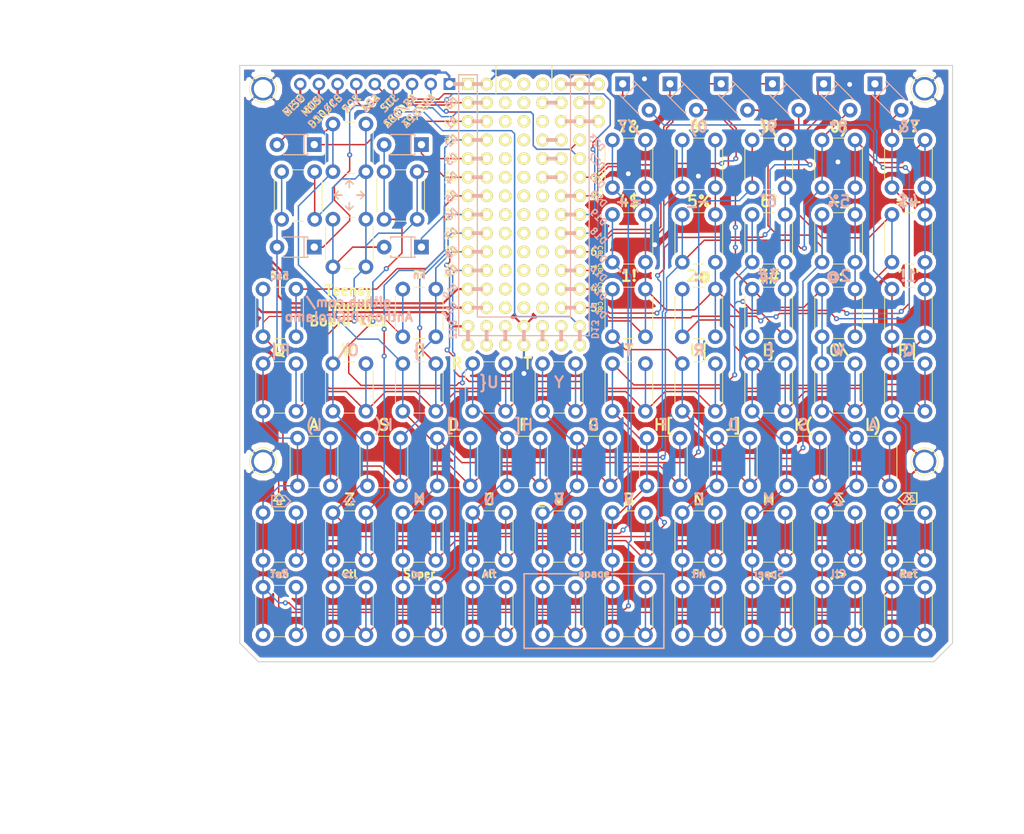
<source format=kicad_pcb>
(kicad_pcb (version 20171130) (host pcbnew 5.0.1-33cea8e~68~ubuntu16.04.1)
  (title_block (title "Teensy Thumb Board") (date 2018-11-11) (rev 1.1))
  (layers (0 F.Cu signal) (31 B.Cu signal) (34 B.Paste user) (35 F.Paste user) (36 B.SilkS user) (37 F.SilkS user) (38 B.Mask user) (39 F.Mask user) (44 Edge.Cuts user))
  (net 0 "")
  (net 1 ROW0)
  (net 2 "Net-(D1-Pad2)")
  (net 3 "Net-(D2-Pad2)")
  (net 4 "Net-(D3-Pad2)")
  (net 5 "Net-(D4-Pad2)")
  (net 6 "Net-(D5-Pad2)")
  (net 7 "Net-(D6-Pad2)")
  (net 8 "Net-(D7-Pad2)")
  (net 9 "Net-(D8-Pad2)")
  (net 10 "Net-(D9-Pad2)")
  (net 11 "Net-(D10-Pad2)")
  (net 12 ROW1)
  (net 13 ROW2)
  (net 14 ROW3)
  (net 15 ROW4)
  (net 16 COL0)
  (net 17 COL1)
  (net 18 COL2)
  (net 19 COL3)
  (net 20 COL4)
  (net 21 COL5)
  (net 22 COL6)
  (net 23 COL7)
  (net 24 COL8)
  (net 25 COL9)
  (net 26 GND)
  (net 27 ROW5)
  (net 28 22-A8)
  (net 29 23-A9)
  (net 30 SCL)
  (net 31 SDA)
  (net 32 SCK)
  (net 33 DIN)
  (net 34 DOUT)
  (net 35 CS)
  (net 36 +3V3)
  (net 37 VIN)
  (net 38 "Net-(U1-Pad32)")
  (net 39 "Net-(U1-Pad15)")
  (net 40 "Net-(U1-Pad19)")
  (net 41 "Net-(U1-Pad16)")
  (net 42 "Net-(U1-Pad18)")
  (net 43 "Net-(U1-Pad35)")
  (net 44 "Net-(U1-Pad37)")
  (net 45 "Net-(U1-Pad34)")
  (net 46 "Net-(U1-Pad36)")
  (module teensy32:Teensy32_InnerProto (layer F.Cu) (at 147.955 92.71 270)
    (fp_text reference U1 hide)
    (fp_text value Teensy3.2)
    (pad 31 thru_hole circle (at -11.43 -10.16 270) (size 1.7 1.7) (drill 1) (layers *.Cu *.Mask F.SilkS) (net 36 +3V3))
    (pad 32 thru_hole circle (at -13.97 -10.16 270) (size 1.7 1.7) (drill 1) (layers *.Cu *.Mask F.SilkS) (net 38 "Net-(U1-Pad32)"))
    (pad 33 thru_hole circle (at -16.51 -10.16 270) (size 1.7 1.7) (drill 1) (layers *.Cu *.Mask F.SilkS) (net 37 VIN))
    (pad 1 thru_hole rect (at -16.51 7.62 270) (size 1.6 1.6) (drill 1.1) (layers *.Cu *.Mask F.SilkS) (net 26 GND))
    (pad 2 thru_hole circle (at -13.97 7.62 270) (size 1.7 1.7) (drill 1) (layers *.Cu *.Mask F.SilkS) (net 16 COL0))
    (pad 3 thru_hole circle (at -11.43 7.62 270) (size 1.7 1.7) (drill 1) (layers *.Cu *.Mask F.SilkS) (net 17 COL1))
    (pad 4 thru_hole circle (at -8.89 7.62 270) (size 1.7 1.7) (drill 1) (layers *.Cu *.Mask F.SilkS) (net 18 COL2))
    (pad 5 thru_hole circle (at -6.35 7.62 270) (size 1.7 1.7) (drill 1) (layers *.Cu *.Mask F.SilkS) (net 19 COL3))
    (pad 6 thru_hole circle (at -3.81 7.62 270) (size 1.7 1.7) (drill 1) (layers *.Cu *.Mask F.SilkS) (net 1 ROW0))
    (pad 7 thru_hole circle (at -1.27 7.62 270) (size 1.7 1.7) (drill 1) (layers *.Cu *.Mask F.SilkS) (net 12 ROW1))
    (pad 8 thru_hole circle (at 1.27 7.62 270) (size 1.7 1.7) (drill 1) (layers *.Cu *.Mask F.SilkS) (net 15 ROW4))
    (pad 9 thru_hole circle (at 3.81 7.62 270) (size 1.7 1.7) (drill 1) (layers *.Cu *.Mask F.SilkS) (net 13 ROW2))
    (pad 10 thru_hole circle (at 6.35 7.62 270) (size 1.7 1.7) (drill 1) (layers *.Cu *.Mask F.SilkS) (net 14 ROW3))
    (pad 11 thru_hole circle (at 8.89 7.62 270) (size 1.7 1.7) (drill 1) (layers *.Cu *.Mask F.SilkS) (net 27 ROW5))
    (pad 12 thru_hole circle (at 11.43 7.62 270) (size 1.7 1.7) (drill 1) (layers *.Cu *.Mask F.SilkS) (net 35 CS))
    (pad 13 thru_hole circle (at 13.97 7.62 270) (size 1.7 1.7) (drill 1) (layers *.Cu *.Mask F.SilkS) (net 34 DOUT))
    (pad 33 thru_hole circle (at -16.51 -7.62 270) (size 1.7 1.7) (drill 1) (layers *.Cu *.Mask F.SilkS) (net 37 VIN))
    (pad 32 thru_hole circle (at -13.97 -7.62 270) (size 1.7 1.7) (drill 1) (layers *.Cu *.Mask F.SilkS) (net 38 "Net-(U1-Pad32)"))
    (pad 31 thru_hole circle (at -11.43 -7.62 270) (size 1.7 1.7) (drill 1) (layers *.Cu *.Mask F.SilkS) (net 36 +3V3))
    (pad 30 thru_hole circle (at -8.89 -7.62 270) (size 1.7 1.7) (drill 1) (layers *.Cu *.Mask F.SilkS) (net 29 23-A9))
    (pad 29 thru_hole circle (at -6.35 -7.62 270) (size 1.7 1.7) (drill 1) (layers *.Cu *.Mask F.SilkS) (net 28 22-A8))
    (pad 28 thru_hole circle (at -3.81 -7.62 270) (size 1.7 1.7) (drill 1) (layers *.Cu *.Mask F.SilkS) (net 25 COL9))
    (pad 27 thru_hole circle (at -1.27 -7.62 270) (size 1.7 1.7) (drill 1) (layers *.Cu *.Mask F.SilkS) (net 24 COL8))
    (pad 26 thru_hole circle (at 1.27 -7.62 270) (size 1.7 1.7) (drill 1) (layers *.Cu *.Mask F.SilkS) (net 30 SCL))
    (pad 25 thru_hole circle (at 3.81 -7.62 270) (size 1.7 1.7) (drill 1) (layers *.Cu *.Mask F.SilkS) (net 31 SDA))
    (pad 24 thru_hole circle (at 6.35 -7.62 270) (size 1.7 1.7) (drill 1) (layers *.Cu *.Mask F.SilkS) (net 22 COL6))
    (pad 23 thru_hole circle (at 8.89 -7.62 270) (size 1.7 1.7) (drill 1) (layers *.Cu *.Mask F.SilkS) (net 23 COL7))
    (pad 22 thru_hole circle (at 11.43 -7.62 270) (size 1.7 1.7) (drill 1) (layers *.Cu *.Mask F.SilkS) (net 20 COL4))
    (pad 21 thru_hole circle (at 13.97 -7.62 270) (size 1.7 1.7) (drill 1) (layers *.Cu *.Mask F.SilkS) (net 21 COL5))
    (pad 14 thru_hole circle (at 16.51 7.62 270) (size 1.7 1.7) (drill 1) (layers *.Cu *.Mask F.SilkS) (net 33 DIN))
    (pad 20 thru_hole circle (at 16.51 -7.62 270) (size 1.7 1.7) (drill 1) (layers *.Cu *.Mask F.SilkS) (net 32 SCK))
    (pad 1 thru_hole circle (at -16.51 5.08 270) (size 1.7 1.7) (drill 1) (layers *.Cu *.Mask F.SilkS) (net 26 GND))
    (pad 2 thru_hole circle (at -13.97 5.08 270) (size 1.7 1.7) (drill 1) (layers *.Cu *.Mask F.SilkS) (net 16 COL0))
    (pad "" thru_hole circle (at -13.97 2.54 270) (size 1.7 1.7) (drill 1) (layers *.Cu *.Mask F.SilkS))
    (pad "" thru_hole circle (at -11.43 2.54 270) (size 1.7 1.7) (drill 1) (layers *.Cu *.Mask F.SilkS))
    (pad 3 thru_hole circle (at -11.43 5.08 270) (size 1.7 1.7) (drill 1) (layers *.Cu *.Mask F.SilkS) (net 17 COL1))
    (pad 10 thru_hole circle (at 6.35 5.08 270) (size 1.7 1.7) (drill 1) (layers *.Cu *.Mask F.SilkS) (net 14 ROW3))
    (pad 11 thru_hole circle (at 8.89 5.08 270) (size 1.7 1.7) (drill 1) (layers *.Cu *.Mask F.SilkS) (net 27 ROW5))
    (pad 13 thru_hole circle (at 13.97 5.08 270) (size 1.7 1.7) (drill 1) (layers *.Cu *.Mask F.SilkS) (net 34 DOUT))
    (pad 5 thru_hole circle (at -6.35 5.08 270) (size 1.7 1.7) (drill 1) (layers *.Cu *.Mask F.SilkS) (net 19 COL3))
    (pad 9 thru_hole circle (at 3.81 5.08 270) (size 1.7 1.7) (drill 1) (layers *.Cu *.Mask F.SilkS) (net 13 ROW2))
    (pad 6 thru_hole circle (at -3.81 5.08 270) (size 1.7 1.7) (drill 1) (layers *.Cu *.Mask F.SilkS) (net 1 ROW0))
    (pad 15 thru_hole circle (at 16.51 5.08 270) (size 1.7 1.7) (drill 1) (layers *.Cu *.Mask F.SilkS) (net 39 "Net-(U1-Pad15)"))
    (pad 7 thru_hole circle (at -1.27 5.08 270) (size 1.7 1.7) (drill 1) (layers *.Cu *.Mask F.SilkS) (net 12 ROW1))
    (pad 12 thru_hole circle (at 11.43 5.08 270) (size 1.7 1.7) (drill 1) (layers *.Cu *.Mask F.SilkS) (net 35 CS))
    (pad 8 thru_hole circle (at 1.27 5.08 270) (size 1.7 1.7) (drill 1) (layers *.Cu *.Mask F.SilkS) (net 15 ROW4))
    (pad 4 thru_hole circle (at -8.89 5.08 270) (size 1.7 1.7) (drill 1) (layers *.Cu *.Mask F.SilkS) (net 18 COL2))
    (pad 26 thru_hole circle (at 1.27 -5.08 270) (size 1.7 1.7) (drill 1) (layers *.Cu *.Mask F.SilkS) (net 30 SCL))
    (pad 23 thru_hole circle (at 8.89 -5.08 270) (size 1.7 1.7) (drill 1) (layers *.Cu *.Mask F.SilkS) (net 23 COL7))
    (pad 35 thru_hole circle (at -8.89 -5.08 270) (size 1.7 1.7) (drill 1) (layers *.Cu *.Mask F.SilkS) (net 43 "Net-(U1-Pad35)"))
    (pad 31 thru_hole circle (at -11.43 -5.08 270) (size 1.7 1.7) (drill 1) (layers *.Cu *.Mask F.SilkS) (net 36 +3V3))
    (pad 24 thru_hole circle (at 6.35 -5.08 270) (size 1.7 1.7) (drill 1) (layers *.Cu *.Mask F.SilkS) (net 22 COL6))
    (pad 25 thru_hole circle (at 3.81 -5.08 270) (size 1.7 1.7) (drill 1) (layers *.Cu *.Mask F.SilkS) (net 31 SDA))
    (pad 37 thru_hole circle (at -3.81 -5.08 270) (size 1.7 1.7) (drill 1) (layers *.Cu *.Mask F.SilkS) (net 44 "Net-(U1-Pad37)"))
    (pad 19 thru_hole circle (at 16.51 -5.08 270) (size 1.7 1.7) (drill 1) (layers *.Cu *.Mask F.SilkS) (net 40 "Net-(U1-Pad19)"))
    (pad 21 thru_hole circle (at 13.97 -5.08 270) (size 1.7 1.7) (drill 1) (layers *.Cu *.Mask F.SilkS) (net 21 COL5))
    (pad 22 thru_hole circle (at 11.43 -5.08 270) (size 1.7 1.7) (drill 1) (layers *.Cu *.Mask F.SilkS) (net 20 COL4))
    (pad 27 thru_hole circle (at -1.27 -5.08 270) (size 1.7 1.7) (drill 1) (layers *.Cu *.Mask F.SilkS) (net 24 COL8))
    (pad 34 thru_hole circle (at -13.97 -5.08 270) (size 1.7 1.7) (drill 1) (layers *.Cu *.Mask F.SilkS) (net 45 "Net-(U1-Pad34)"))
    (pad 33 thru_hole circle (at -16.51 -5.08 270) (size 1.7 1.7) (drill 1) (layers *.Cu *.Mask F.SilkS) (net 37 VIN))
    (pad 36 thru_hole circle (at -6.35 -5.08 270) (size 1.7 1.7) (drill 1) (layers *.Cu *.Mask F.SilkS) (net 46 "Net-(U1-Pad36)"))
    (pad "" thru_hole circle (at -8.89 2.54 270) (size 1.7 1.7) (drill 1) (layers *.Cu *.Mask F.SilkS))
    (pad "" thru_hole circle (at -6.35 2.54 270) (size 1.7 1.7) (drill 1) (layers *.Cu *.Mask F.SilkS))
    (pad "" thru_hole circle (at -3.81 2.54 270) (size 1.7 1.7) (drill 1) (layers *.Cu *.Mask F.SilkS))
    (pad "" thru_hole circle (at -1.27 2.54 270) (size 1.7 1.7) (drill 1) (layers *.Cu *.Mask F.SilkS))
    (pad "" thru_hole circle (at 1.27 2.54 270) (size 1.7 1.7) (drill 1) (layers *.Cu *.Mask F.SilkS))
    (pad "" thru_hole circle (at 3.81 2.54 270) (size 1.7 1.7) (drill 1) (layers *.Cu *.Mask F.SilkS))
    (pad "" thru_hole circle (at 6.35 2.54 270) (size 1.7 1.7) (drill 1) (layers *.Cu *.Mask F.SilkS))
    (pad "" thru_hole circle (at 8.89 2.54 270) (size 1.7 1.7) (drill 1) (layers *.Cu *.Mask F.SilkS))
    (pad "" thru_hole circle (at 11.43 2.54 270) (size 1.7 1.7) (drill 1) (layers *.Cu *.Mask F.SilkS))
    (pad "" thru_hole circle (at 13.97 2.54 270) (size 1.7 1.7) (drill 1) (layers *.Cu *.Mask F.SilkS))
    (pad 16 thru_hole circle (at 16.51 2.54 270) (size 1.7 1.7) (drill 1) (layers *.Cu *.Mask F.SilkS) (net 41 "Net-(U1-Pad16)"))
    (pad "" thru_hole circle (at -16.51 2.54 270) (size 1.7 1.7) (drill 1) (layers *.Cu *.Mask F.SilkS))
    (pad "" thru_hole circle (at -3.81 0 270) (size 1.7 1.7) (drill 1) (layers *.Cu *.Mask F.SilkS))
    (pad "" thru_hole circle (at -13.97 0 270) (size 1.7 1.7) (drill 1) (layers *.Cu *.Mask F.SilkS))
    (pad "" thru_hole circle (at -6.35 0 270) (size 1.7 1.7) (drill 1) (layers *.Cu *.Mask F.SilkS))
    (pad "" thru_hole circle (at -1.27 0 270) (size 1.7 1.7) (drill 1) (layers *.Cu *.Mask F.SilkS))
    (pad "" thru_hole circle (at -11.43 0 270) (size 1.7 1.7) (drill 1) (layers *.Cu *.Mask F.SilkS))
    (pad "" thru_hole circle (at -8.89 0 270) (size 1.7 1.7) (drill 1) (layers *.Cu *.Mask F.SilkS))
    (pad "" thru_hole circle (at 6.35 0 270) (size 1.7 1.7) (drill 1) (layers *.Cu *.Mask F.SilkS))
    (pad "" thru_hole circle (at 3.81 0 270) (size 1.7 1.7) (drill 1) (layers *.Cu *.Mask F.SilkS))
    (pad "" thru_hole circle (at 11.43 0 270) (size 1.7 1.7) (drill 1) (layers *.Cu *.Mask F.SilkS))
    (pad "" thru_hole circle (at 13.97 0 270) (size 1.7 1.7) (drill 1) (layers *.Cu *.Mask F.SilkS))
    (pad "" thru_hole circle (at -16.51 0 270) (size 1.7 1.7) (drill 1) (layers *.Cu *.Mask F.SilkS))
    (pad "" thru_hole circle (at 8.89 0 270) (size 1.7 1.7) (drill 1) (layers *.Cu *.Mask F.SilkS))
    (pad 17 thru_hole circle (at 16.51 0 270) (size 1.7 1.7) (drill 1) (layers *.Cu *.Mask F.SilkS) (net 26 GND))
    (pad "" thru_hole circle (at 1.27 0 270) (size 1.7 1.7) (drill 1) (layers *.Cu *.Mask F.SilkS))
    (pad 36 thru_hole circle (at -6.35 -2.54 270) (size 1.7 1.7) (drill 1) (layers *.Cu *.Mask F.SilkS) (net 46 "Net-(U1-Pad36)"))
    (pad "" thru_hole circle (at -11.43 -2.54 270) (size 1.7 1.7) (drill 1) (layers *.Cu *.Mask F.SilkS))
    (pad "" thru_hole circle (at 6.35 -2.54 270) (size 1.7 1.7) (drill 1) (layers *.Cu *.Mask F.SilkS))
    (pad "" thru_hole circle (at -16.51 -2.54 270) (size 1.7 1.7) (drill 1) (layers *.Cu *.Mask F.SilkS))
    (pad "" thru_hole circle (at 13.97 -2.54 270) (size 1.7 1.7) (drill 1) (layers *.Cu *.Mask F.SilkS))
    (pad "" thru_hole circle (at 3.81 -2.54 270) (size 1.7 1.7) (drill 1) (layers *.Cu *.Mask F.SilkS))
    (pad 34 thru_hole circle (at -13.97 -2.54 270) (size 1.7 1.7) (drill 1) (layers *.Cu *.Mask F.SilkS) (net 45 "Net-(U1-Pad34)"))
    (pad "" thru_hole circle (at 11.43 -2.54 270) (size 1.7 1.7) (drill 1) (layers *.Cu *.Mask F.SilkS))
    (pad "" thru_hole circle (at -1.27 -2.54 270) (size 1.7 1.7) (drill 1) (layers *.Cu *.Mask F.SilkS))
    (pad 18 thru_hole circle (at 16.51 -2.54 270) (size 1.7 1.7) (drill 1) (layers *.Cu *.Mask F.SilkS) (net 42 "Net-(U1-Pad18)"))
    (pad "" thru_hole circle (at 1.27 -2.54 270) (size 1.7 1.7) (drill 1) (layers *.Cu *.Mask F.SilkS))
    (pad "" thru_hole circle (at 8.89 -2.54 270) (size 1.7 1.7) (drill 1) (layers *.Cu *.Mask F.SilkS))
    (pad 37 thru_hole circle (at -3.81 -2.54 270) (size 1.7 1.7) (drill 1) (layers *.Cu *.Mask F.SilkS) (net 44 "Net-(U1-Pad37)"))
    (pad 35 thru_hole circle (at -8.89 -2.54 270) (size 1.7 1.7) (drill 1) (layers *.Cu *.Mask F.SilkS) (net 43 "Net-(U1-Pad35)"))
    (pad 20 thru_hole circle (at 19.05 -7.62 270) (size 1.7 1.7) (drill 1) (layers *.Cu *.Mask F.SilkS) (net 32 SCK))
    (pad 14 thru_hole circle (at 19.05 7.62 270) (size 1.7 1.7) (drill 1) (layers *.Cu *.Mask F.SilkS) (net 33 DIN))
    (pad 19 thru_hole circle (at 19.05 -5.08 270) (size 1.7 1.7) (drill 1) (layers *.Cu *.Mask F.SilkS) (net 40 "Net-(U1-Pad19)"))
    (pad 17 thru_hole circle (at 19.05 0 270) (size 1.7 1.7) (drill 1) (layers *.Cu *.Mask F.SilkS) (net 26 GND))
    (pad 18 thru_hole circle (at 19.05 -2.54 270) (size 1.7 1.7) (drill 1) (layers *.Cu *.Mask F.SilkS) (net 42 "Net-(U1-Pad18)"))
    (pad 15 thru_hole circle (at 19.05 5.08 270) (size 1.7 1.7) (drill 1) (layers *.Cu *.Mask F.SilkS) (net 39 "Net-(U1-Pad15)"))
    (pad 16 thru_hole circle (at 19.05 2.54 270) (size 1.7 1.7) (drill 1) (layers *.Cu *.Mask F.SilkS) (net 41 "Net-(U1-Pad16)"))
  )
  (module teensy32:PinHeader_1x01_P2.54mm_Vertical (layer F.Cu) (at 137.795 76.2)
    (fp_text reference J7 hide)
    (fp_text value Conn_01x01_Male)
    (pad 1 thru_hole rect (at 0 0) (size 1.6 1.6) (drill 1) (layers *.Cu *.Mask) (net 26 GND))
  )
  (module Diodes_THT:D_T-1_P5.08mm_Horizontal (layer F.Cu) (at 119.38 98.425 180)
    (fp_text reference D1 hide)
    (fp_text value D_Zener_Small)
    (pad 2 thru_hole oval (at 5.08 0 180) (size 2 2) (drill 1) (layers *.Cu *.Mask) (net 2 "Net-(D1-Pad2)"))
    (pad 1 thru_hole rect (at 0 0 180) (size 2 2) (drill 1) (layers *.Cu *.Mask) (net 16 COL0))
  )
  (module Diodes_THT:D_T-1_P5.08mm_Horizontal (layer F.Cu) (at 119.38 84.455 180)
    (fp_text reference D2 hide)
    (fp_text value D_Zener_Small)
    (pad 2 thru_hole oval (at 5.08 0 180) (size 2 2) (drill 1) (layers *.Cu *.Mask) (net 3 "Net-(D2-Pad2)"))
    (pad 1 thru_hole rect (at 0 0 180) (size 2 2) (drill 1) (layers *.Cu *.Mask) (net 17 COL1))
  )
  (module Diodes_THT:D_T-1_P5.08mm_Horizontal (layer F.Cu) (at 133.985 98.425 180)
    (fp_text reference D3 hide)
    (fp_text value D_Zener_Small)
    (pad 2 thru_hole oval (at 5.08 0 180) (size 2 2) (drill 1) (layers *.Cu *.Mask) (net 4 "Net-(D3-Pad2)"))
    (pad 1 thru_hole rect (at 0 0 180) (size 2 2) (drill 1) (layers *.Cu *.Mask) (net 18 COL2))
  )
  (module Diodes_THT:D_T-1_P5.08mm_Horizontal (layer F.Cu) (at 133.985 84.455 180)
    (fp_text reference D4 hide)
    (fp_text value D_Zener_Small)
    (pad 2 thru_hole oval (at 5.08 0 180) (size 2 2) (drill 1) (layers *.Cu *.Mask) (net 5 "Net-(D4-Pad2)"))
    (pad 1 thru_hole rect (at 0 0 180) (size 2 2) (drill 1) (layers *.Cu *.Mask) (net 19 COL3))
  )
  (module Diodes_THT:D_T-1_P5.08mm_Horizontal (layer F.Cu) (at 188.812898 76.163898 315)
    (fp_text reference D5 hide)
    (fp_text value D_Zener_Small)
    (pad 2 thru_hole oval (at 5.079999 0 315) (size 2 2) (drill 1) (layers *.Cu *.Mask) (net 6 "Net-(D5-Pad2)"))
    (pad 1 thru_hole rect (at 0 0) (size 2 2) (drill 1) (layers *.Cu *.Mask) (net 20 COL4))
  )
  (module Diodes_THT:D_T-1_P5.08mm_Horizontal (layer F.Cu) (at 195.797898 76.163898 315)
    (fp_text reference D6 hide)
    (fp_text value D_Zener_Small)
    (pad 2 thru_hole oval (at 5.079999 0 315) (size 2 2) (drill 1) (layers *.Cu *.Mask) (net 7 "Net-(D6-Pad2)"))
    (pad 1 thru_hole rect (at 0 0) (size 2 2) (drill 1) (layers *.Cu *.Mask) (net 21 COL5))
  )
  (module Diodes_THT:D_T-1_P5.08mm_Horizontal (layer F.Cu) (at 174.842898 76.163898 315)
    (fp_text reference D7 hide)
    (fp_text value D_Zener_Small)
    (pad 1 thru_hole rect (at 0 0) (size 2 2) (drill 1) (layers *.Cu *.Mask) (net 22 COL6))
    (pad 2 thru_hole oval (at 5.079999 0 315) (size 2 2) (drill 1) (layers *.Cu *.Mask) (net 8 "Net-(D7-Pad2)"))
  )
  (module Diodes_THT:D_T-1_P5.08mm_Horizontal (layer F.Cu) (at 181.827898 76.163898 315)
    (fp_text reference D8 hide)
    (fp_text value D_Zener_Small)
    (pad 2 thru_hole oval (at 5.079999 0 315) (size 2 2) (drill 1) (layers *.Cu *.Mask) (net 9 "Net-(D8-Pad2)"))
    (pad 1 thru_hole rect (at 0 0) (size 2 2) (drill 1) (layers *.Cu *.Mask) (net 23 COL7))
  )
  (module Diodes_THT:D_T-1_P5.08mm_Horizontal (layer F.Cu) (at 167.857898 76.163898 315)
    (fp_text reference D9 hide)
    (fp_text value D_Zener_Small)
    (pad 2 thru_hole oval (at 5.079999 0 315) (size 2 2) (drill 1) (layers *.Cu *.Mask) (net 10 "Net-(D9-Pad2)"))
    (pad 1 thru_hole rect (at 0 0) (size 2 2) (drill 1) (layers *.Cu *.Mask) (net 24 COL8))
  )
  (module Diodes_THT:D_T-1_P5.08mm_Horizontal (layer F.Cu) (at 161.417 76.163898 315)
    (fp_text reference D10 hide)
    (fp_text value D_Zener_Small)
    (pad 2 thru_hole oval (at 5.079999 0 315) (size 2 2) (drill 1) (layers *.Cu *.Mask) (net 11 "Net-(D10-Pad2)"))
    (pad 1 thru_hole rect (at 0 0) (size 2 2) (drill 1) (layers *.Cu *.Mask) (net 25 COL9))
  )
  (module Buttons_Switches_THT:SW_PUSH_6mm (layer F.Cu) (at 114.935 94.638 90)
    (fp_text reference SW1 hide)
    (fp_text value SW_Push)
    (pad 2 thru_hole circle (at 0 4.5 180) (size 2 2) (drill 1.1) (layers *.Cu *.Mask) (net 1 ROW0))
    (pad 1 thru_hole circle (at 0 0 180) (size 2 2) (drill 1.1) (layers *.Cu *.Mask) (net 2 "Net-(D1-Pad2)"))
    (pad 2 thru_hole circle (at 6.5 4.5 180) (size 2 2) (drill 1.1) (layers *.Cu *.Mask) (net 1 ROW0))
    (pad 1 thru_hole circle (at 6.5 0 180) (size 2 2) (drill 1.1) (layers *.Cu *.Mask) (net 2 "Net-(D1-Pad2)"))
  )
  (module Buttons_Switches_THT:SW_PUSH_6mm (layer F.Cu) (at 121.92 88.138 90)
    (fp_text reference SW2 hide)
    (fp_text value SW_Push)
    (pad 2 thru_hole circle (at 0 4.5 180) (size 2 2) (drill 1.1) (layers *.Cu *.Mask) (net 1 ROW0))
    (pad 1 thru_hole circle (at 0 0 180) (size 2 2) (drill 1.1) (layers *.Cu *.Mask) (net 3 "Net-(D2-Pad2)"))
    (pad 2 thru_hole circle (at 6.5 4.5 180) (size 2 2) (drill 1.1) (layers *.Cu *.Mask) (net 1 ROW0))
    (pad 1 thru_hole circle (at 6.5 0 180) (size 2 2) (drill 1.1) (layers *.Cu *.Mask) (net 3 "Net-(D2-Pad2)"))
  )
  (module Buttons_Switches_THT:SW_PUSH_6mm (layer F.Cu) (at 121.92 101.115 90)
    (fp_text reference SW3 hide)
    (fp_text value SW_Push)
    (pad 2 thru_hole circle (at 0 4.5 180) (size 2 2) (drill 1.1) (layers *.Cu *.Mask) (net 1 ROW0))
    (pad 1 thru_hole circle (at 0 0 180) (size 2 2) (drill 1.1) (layers *.Cu *.Mask) (net 4 "Net-(D3-Pad2)"))
    (pad 2 thru_hole circle (at 6.5 4.5 180) (size 2 2) (drill 1.1) (layers *.Cu *.Mask) (net 1 ROW0))
    (pad 1 thru_hole circle (at 6.5 0 180) (size 2 2) (drill 1.1) (layers *.Cu *.Mask) (net 4 "Net-(D3-Pad2)"))
  )
  (module Buttons_Switches_THT:SW_PUSH_6mm (layer F.Cu) (at 128.905 94.638 90)
    (fp_text reference SW4 hide)
    (fp_text value SW_Push)
    (pad 2 thru_hole circle (at 0 4.5 180) (size 2 2) (drill 1.1) (layers *.Cu *.Mask) (net 1 ROW0))
    (pad 1 thru_hole circle (at 0 0 180) (size 2 2) (drill 1.1) (layers *.Cu *.Mask) (net 5 "Net-(D4-Pad2)"))
    (pad 2 thru_hole circle (at 6.5 4.5 180) (size 2 2) (drill 1.1) (layers *.Cu *.Mask) (net 1 ROW0))
    (pad 1 thru_hole circle (at 6.5 0 180) (size 2 2) (drill 1.1) (layers *.Cu *.Mask) (net 5 "Net-(D4-Pad2)"))
  )
  (module Buttons_Switches_THT:SW_PUSH_6mm (layer F.Cu) (at 188.595 90.32 90)
    (fp_text reference SW5 hide)
    (fp_text value SW_Push)
    (pad 2 thru_hole circle (at 0 4.5 180) (size 2 2) (drill 1.1) (layers *.Cu *.Mask) (net 1 ROW0))
    (pad 1 thru_hole circle (at 0 0 180) (size 2 2) (drill 1.1) (layers *.Cu *.Mask) (net 6 "Net-(D5-Pad2)"))
    (pad 2 thru_hole circle (at 6.5 4.5 180) (size 2 2) (drill 1.1) (layers *.Cu *.Mask) (net 1 ROW0))
    (pad 1 thru_hole circle (at 6.5 0 180) (size 2 2) (drill 1.1) (layers *.Cu *.Mask) (net 6 "Net-(D5-Pad2)"))
  )
  (module Buttons_Switches_THT:SW_PUSH_6mm (layer F.Cu) (at 198.12 90.32 90)
    (fp_text reference SW6 hide)
    (fp_text value SW_Push)
    (pad 2 thru_hole circle (at 0 4.5 180) (size 2 2) (drill 1.1) (layers *.Cu *.Mask) (net 1 ROW0))
    (pad 1 thru_hole circle (at 0 0 180) (size 2 2) (drill 1.1) (layers *.Cu *.Mask) (net 7 "Net-(D6-Pad2)"))
    (pad 2 thru_hole circle (at 6.5 4.5 180) (size 2 2) (drill 1.1) (layers *.Cu *.Mask) (net 1 ROW0))
    (pad 1 thru_hole circle (at 6.5 0 180) (size 2 2) (drill 1.1) (layers *.Cu *.Mask) (net 7 "Net-(D6-Pad2)"))
  )
  (module Buttons_Switches_THT:SW_PUSH_6mm (layer F.Cu) (at 188.595 100.48 90)
    (fp_text reference SW7 hide)
    (fp_text value SW_Push)
    (pad 2 thru_hole circle (at 0 4.5 180) (size 2 2) (drill 1.1) (layers *.Cu *.Mask) (net 1 ROW0))
    (pad 1 thru_hole circle (at 0 0 180) (size 2 2) (drill 1.1) (layers *.Cu *.Mask) (net 8 "Net-(D7-Pad2)"))
    (pad 2 thru_hole circle (at 6.5 4.5 180) (size 2 2) (drill 1.1) (layers *.Cu *.Mask) (net 1 ROW0))
    (pad 1 thru_hole circle (at 6.5 0 180) (size 2 2) (drill 1.1) (layers *.Cu *.Mask) (net 8 "Net-(D7-Pad2)"))
  )
  (module Buttons_Switches_THT:SW_PUSH_6mm (layer F.Cu) (at 198.12 100.48 90)
    (fp_text reference SW8 hide)
    (fp_text value SW_Push)
    (pad 2 thru_hole circle (at 0 4.5 180) (size 2 2) (drill 1.1) (layers *.Cu *.Mask) (net 1 ROW0))
    (pad 1 thru_hole circle (at 0 0 180) (size 2 2) (drill 1.1) (layers *.Cu *.Mask) (net 9 "Net-(D8-Pad2)"))
    (pad 2 thru_hole circle (at 6.5 4.5 180) (size 2 2) (drill 1.1) (layers *.Cu *.Mask) (net 1 ROW0))
    (pad 1 thru_hole circle (at 6.5 0 180) (size 2 2) (drill 1.1) (layers *.Cu *.Mask) (net 9 "Net-(D8-Pad2)"))
  )
  (module Buttons_Switches_THT:SW_PUSH_6mm (layer F.Cu) (at 188.595 110.64 90)
    (fp_text reference SW9 hide)
    (fp_text value SW_Push)
    (pad 2 thru_hole circle (at 0 4.5 180) (size 2 2) (drill 1.1) (layers *.Cu *.Mask) (net 1 ROW0))
    (pad 1 thru_hole circle (at 0 0 180) (size 2 2) (drill 1.1) (layers *.Cu *.Mask) (net 10 "Net-(D9-Pad2)"))
    (pad 2 thru_hole circle (at 6.5 4.5 180) (size 2 2) (drill 1.1) (layers *.Cu *.Mask) (net 1 ROW0))
    (pad 1 thru_hole circle (at 6.5 0 180) (size 2 2) (drill 1.1) (layers *.Cu *.Mask) (net 10 "Net-(D9-Pad2)"))
  )
  (module Buttons_Switches_THT:SW_PUSH_6mm (layer F.Cu) (at 198.12 110.64 90)
    (fp_text reference SW10 hide)
    (fp_text value SW_Push)
    (pad 2 thru_hole circle (at 0 4.5 180) (size 2 2) (drill 1.1) (layers *.Cu *.Mask) (net 1 ROW0))
    (pad 1 thru_hole circle (at 0 0 180) (size 2 2) (drill 1.1) (layers *.Cu *.Mask) (net 11 "Net-(D10-Pad2)"))
    (pad 2 thru_hole circle (at 6.5 4.5 180) (size 2 2) (drill 1.1) (layers *.Cu *.Mask) (net 1 ROW0))
    (pad 1 thru_hole circle (at 6.5 0 180) (size 2 2) (drill 1.1) (layers *.Cu *.Mask) (net 11 "Net-(D10-Pad2)"))
  )
  (module Buttons_Switches_THT:SW_PUSH_6mm (layer F.Cu) (at 160.02 90.32 90)
    (fp_text reference SW11 hide)
    (fp_text value SW_Push)
    (pad 2 thru_hole circle (at 0 4.5 180) (size 2 2) (drill 1.1) (layers *.Cu *.Mask) (net 12 ROW1))
    (pad 1 thru_hole circle (at 0 0 180) (size 2 2) (drill 1.1) (layers *.Cu *.Mask) (net 2 "Net-(D1-Pad2)"))
    (pad 2 thru_hole circle (at 6.5 4.5 180) (size 2 2) (drill 1.1) (layers *.Cu *.Mask) (net 12 ROW1))
    (pad 1 thru_hole circle (at 6.5 0 180) (size 2 2) (drill 1.1) (layers *.Cu *.Mask) (net 2 "Net-(D1-Pad2)"))
  )
  (module Buttons_Switches_THT:SW_PUSH_6mm (layer F.Cu) (at 169.545 90.32 90)
    (fp_text reference SW12 hide)
    (fp_text value SW_Push)
    (pad 2 thru_hole circle (at 0 4.5 180) (size 2 2) (drill 1.1) (layers *.Cu *.Mask) (net 12 ROW1))
    (pad 1 thru_hole circle (at 0 0 180) (size 2 2) (drill 1.1) (layers *.Cu *.Mask) (net 3 "Net-(D2-Pad2)"))
    (pad 2 thru_hole circle (at 6.5 4.5 180) (size 2 2) (drill 1.1) (layers *.Cu *.Mask) (net 12 ROW1))
    (pad 1 thru_hole circle (at 6.5 0 180) (size 2 2) (drill 1.1) (layers *.Cu *.Mask) (net 3 "Net-(D2-Pad2)"))
  )
  (module Buttons_Switches_THT:SW_PUSH_6mm (layer F.Cu) (at 179.07 90.32 90)
    (fp_text reference SW13 hide)
    (fp_text value SW_Push)
    (pad 2 thru_hole circle (at 0 4.5 180) (size 2 2) (drill 1.1) (layers *.Cu *.Mask) (net 12 ROW1))
    (pad 1 thru_hole circle (at 0 0 180) (size 2 2) (drill 1.1) (layers *.Cu *.Mask) (net 4 "Net-(D3-Pad2)"))
    (pad 2 thru_hole circle (at 6.5 4.5 180) (size 2 2) (drill 1.1) (layers *.Cu *.Mask) (net 12 ROW1))
    (pad 1 thru_hole circle (at 6.5 0 180) (size 2 2) (drill 1.1) (layers *.Cu *.Mask) (net 4 "Net-(D3-Pad2)"))
  )
  (module Buttons_Switches_THT:SW_PUSH_6mm (layer F.Cu) (at 160.02 100.48 90)
    (fp_text reference SW14 hide)
    (fp_text value SW_Push)
    (pad 2 thru_hole circle (at 0 4.5 180) (size 2 2) (drill 1.1) (layers *.Cu *.Mask) (net 12 ROW1))
    (pad 1 thru_hole circle (at 0 0 180) (size 2 2) (drill 1.1) (layers *.Cu *.Mask) (net 5 "Net-(D4-Pad2)"))
    (pad 2 thru_hole circle (at 6.5 4.5 180) (size 2 2) (drill 1.1) (layers *.Cu *.Mask) (net 12 ROW1))
    (pad 1 thru_hole circle (at 6.5 0 180) (size 2 2) (drill 1.1) (layers *.Cu *.Mask) (net 5 "Net-(D4-Pad2)"))
  )
  (module Buttons_Switches_THT:SW_PUSH_6mm (layer F.Cu) (at 169.545 100.48 90)
    (fp_text reference SW15 hide)
    (fp_text value SW_Push)
    (pad 2 thru_hole circle (at 0 4.5 180) (size 2 2) (drill 1.1) (layers *.Cu *.Mask) (net 12 ROW1))
    (pad 1 thru_hole circle (at 0 0 180) (size 2 2) (drill 1.1) (layers *.Cu *.Mask) (net 6 "Net-(D5-Pad2)"))
    (pad 2 thru_hole circle (at 6.5 4.5 180) (size 2 2) (drill 1.1) (layers *.Cu *.Mask) (net 12 ROW1))
    (pad 1 thru_hole circle (at 6.5 0 180) (size 2 2) (drill 1.1) (layers *.Cu *.Mask) (net 6 "Net-(D5-Pad2)"))
  )
  (module Buttons_Switches_THT:SW_PUSH_6mm (layer F.Cu) (at 179.07 100.48 90)
    (fp_text reference SW16 hide)
    (fp_text value SW_Push)
    (pad 2 thru_hole circle (at 0 4.5 180) (size 2 2) (drill 1.1) (layers *.Cu *.Mask) (net 12 ROW1))
    (pad 1 thru_hole circle (at 0 0 180) (size 2 2) (drill 1.1) (layers *.Cu *.Mask) (net 7 "Net-(D6-Pad2)"))
    (pad 2 thru_hole circle (at 6.5 4.5 180) (size 2 2) (drill 1.1) (layers *.Cu *.Mask) (net 12 ROW1))
    (pad 1 thru_hole circle (at 6.5 0 180) (size 2 2) (drill 1.1) (layers *.Cu *.Mask) (net 7 "Net-(D6-Pad2)"))
  )
  (module Buttons_Switches_THT:SW_PUSH_6mm (layer F.Cu) (at 160.02 110.64 90)
    (fp_text reference SW17 hide)
    (fp_text value SW_Push)
    (pad 2 thru_hole circle (at 0 4.5 180) (size 2 2) (drill 1.1) (layers *.Cu *.Mask) (net 12 ROW1))
    (pad 1 thru_hole circle (at 0 0 180) (size 2 2) (drill 1.1) (layers *.Cu *.Mask) (net 8 "Net-(D7-Pad2)"))
    (pad 2 thru_hole circle (at 6.5 4.5 180) (size 2 2) (drill 1.1) (layers *.Cu *.Mask) (net 12 ROW1))
    (pad 1 thru_hole circle (at 6.5 0 180) (size 2 2) (drill 1.1) (layers *.Cu *.Mask) (net 8 "Net-(D7-Pad2)"))
  )
  (module Buttons_Switches_THT:SW_PUSH_6mm (layer F.Cu) (at 169.545 110.64 90)
    (fp_text reference SW18 hide)
    (fp_text value SW_Push)
    (pad 2 thru_hole circle (at 0 4.5 180) (size 2 2) (drill 1.1) (layers *.Cu *.Mask) (net 12 ROW1))
    (pad 1 thru_hole circle (at 0 0 180) (size 2 2) (drill 1.1) (layers *.Cu *.Mask) (net 9 "Net-(D8-Pad2)"))
    (pad 2 thru_hole circle (at 6.5 4.5 180) (size 2 2) (drill 1.1) (layers *.Cu *.Mask) (net 12 ROW1))
    (pad 1 thru_hole circle (at 6.5 0 180) (size 2 2) (drill 1.1) (layers *.Cu *.Mask) (net 9 "Net-(D8-Pad2)"))
  )
  (module Buttons_Switches_THT:SW_PUSH_6mm (layer F.Cu) (at 179.07 110.64 90)
    (fp_text reference SW19 hide)
    (fp_text value SW_Push)
    (pad 2 thru_hole circle (at 0 4.5 180) (size 2 2) (drill 1.1) (layers *.Cu *.Mask) (net 12 ROW1))
    (pad 1 thru_hole circle (at 0 0 180) (size 2 2) (drill 1.1) (layers *.Cu *.Mask) (net 10 "Net-(D9-Pad2)"))
    (pad 2 thru_hole circle (at 6.5 4.5 180) (size 2 2) (drill 1.1) (layers *.Cu *.Mask) (net 12 ROW1))
    (pad 1 thru_hole circle (at 6.5 0 180) (size 2 2) (drill 1.1) (layers *.Cu *.Mask) (net 10 "Net-(D9-Pad2)"))
  )
  (module Buttons_Switches_THT:SW_PUSH_6mm (layer F.Cu) (at 112.395 110.64 90)
    (fp_text reference SW20 hide)
    (fp_text value SW_Push)
    (pad 2 thru_hole circle (at 0 4.5 180) (size 2 2) (drill 1.1) (layers *.Cu *.Mask) (net 12 ROW1))
    (pad 1 thru_hole circle (at 0 0 180) (size 2 2) (drill 1.1) (layers *.Cu *.Mask) (net 11 "Net-(D10-Pad2)"))
    (pad 2 thru_hole circle (at 6.5 4.5 180) (size 2 2) (drill 1.1) (layers *.Cu *.Mask) (net 12 ROW1))
    (pad 1 thru_hole circle (at 6.5 0 180) (size 2 2) (drill 1.1) (layers *.Cu *.Mask) (net 11 "Net-(D10-Pad2)"))
  )
  (module Buttons_Switches_THT:SW_PUSH_6mm (layer F.Cu) (at 112.395 120.8 90)
    (fp_text reference SW21 hide)
    (fp_text value SW_Push)
    (pad 2 thru_hole circle (at 0 4.5 180) (size 2 2) (drill 1.1) (layers *.Cu *.Mask) (net 13 ROW2))
    (pad 1 thru_hole circle (at 0 0 180) (size 2 2) (drill 1.1) (layers *.Cu *.Mask) (net 2 "Net-(D1-Pad2)"))
    (pad 2 thru_hole circle (at 6.5 4.5 180) (size 2 2) (drill 1.1) (layers *.Cu *.Mask) (net 13 ROW2))
    (pad 1 thru_hole circle (at 6.5 0 180) (size 2 2) (drill 1.1) (layers *.Cu *.Mask) (net 2 "Net-(D1-Pad2)"))
  )
  (module Buttons_Switches_THT:SW_PUSH_6mm (layer F.Cu) (at 121.92 120.8 90)
    (fp_text reference SW22 hide)
    (fp_text value SW_Push)
    (pad 2 thru_hole circle (at 0 4.5 180) (size 2 2) (drill 1.1) (layers *.Cu *.Mask) (net 13 ROW2))
    (pad 1 thru_hole circle (at 0 0 180) (size 2 2) (drill 1.1) (layers *.Cu *.Mask) (net 3 "Net-(D2-Pad2)"))
    (pad 2 thru_hole circle (at 6.5 4.5 180) (size 2 2) (drill 1.1) (layers *.Cu *.Mask) (net 13 ROW2))
    (pad 1 thru_hole circle (at 6.5 0 180) (size 2 2) (drill 1.1) (layers *.Cu *.Mask) (net 3 "Net-(D2-Pad2)"))
  )
  (module Buttons_Switches_THT:SW_PUSH_6mm (layer F.Cu) (at 131.445 120.8 90)
    (fp_text reference SW23 hide)
    (fp_text value SW_Push)
    (pad 2 thru_hole circle (at 0 4.5 180) (size 2 2) (drill 1.1) (layers *.Cu *.Mask) (net 13 ROW2))
    (pad 1 thru_hole circle (at 0 0 180) (size 2 2) (drill 1.1) (layers *.Cu *.Mask) (net 4 "Net-(D3-Pad2)"))
    (pad 2 thru_hole circle (at 6.5 4.5 180) (size 2 2) (drill 1.1) (layers *.Cu *.Mask) (net 13 ROW2))
    (pad 1 thru_hole circle (at 6.5 0 180) (size 2 2) (drill 1.1) (layers *.Cu *.Mask) (net 4 "Net-(D3-Pad2)"))
  )
  (module Buttons_Switches_THT:SW_PUSH_6mm (layer F.Cu) (at 140.97 120.8 90)
    (fp_text reference SW24 hide)
    (fp_text value SW_Push)
    (pad 2 thru_hole circle (at 0 4.5 180) (size 2 2) (drill 1.1) (layers *.Cu *.Mask) (net 13 ROW2))
    (pad 1 thru_hole circle (at 0 0 180) (size 2 2) (drill 1.1) (layers *.Cu *.Mask) (net 5 "Net-(D4-Pad2)"))
    (pad 2 thru_hole circle (at 6.5 4.5 180) (size 2 2) (drill 1.1) (layers *.Cu *.Mask) (net 13 ROW2))
    (pad 1 thru_hole circle (at 6.5 0 180) (size 2 2) (drill 1.1) (layers *.Cu *.Mask) (net 5 "Net-(D4-Pad2)"))
  )
  (module Buttons_Switches_THT:SW_PUSH_6mm (layer F.Cu) (at 150.495 120.8 90)
    (fp_text reference SW25 hide)
    (fp_text value SW_Push)
    (pad 2 thru_hole circle (at 0 4.5 180) (size 2 2) (drill 1.1) (layers *.Cu *.Mask) (net 13 ROW2))
    (pad 1 thru_hole circle (at 0 0 180) (size 2 2) (drill 1.1) (layers *.Cu *.Mask) (net 6 "Net-(D5-Pad2)"))
    (pad 2 thru_hole circle (at 6.5 4.5 180) (size 2 2) (drill 1.1) (layers *.Cu *.Mask) (net 13 ROW2))
    (pad 1 thru_hole circle (at 6.5 0 180) (size 2 2) (drill 1.1) (layers *.Cu *.Mask) (net 6 "Net-(D5-Pad2)"))
  )
  (module Buttons_Switches_THT:SW_PUSH_6mm (layer F.Cu) (at 160.02 120.8 90)
    (fp_text reference SW26 hide)
    (fp_text value SW_Push)
    (pad 2 thru_hole circle (at 0 4.5 180) (size 2 2) (drill 1.1) (layers *.Cu *.Mask) (net 13 ROW2))
    (pad 1 thru_hole circle (at 0 0 180) (size 2 2) (drill 1.1) (layers *.Cu *.Mask) (net 7 "Net-(D6-Pad2)"))
    (pad 2 thru_hole circle (at 6.5 4.5 180) (size 2 2) (drill 1.1) (layers *.Cu *.Mask) (net 13 ROW2))
    (pad 1 thru_hole circle (at 6.5 0 180) (size 2 2) (drill 1.1) (layers *.Cu *.Mask) (net 7 "Net-(D6-Pad2)"))
  )
  (module Buttons_Switches_THT:SW_PUSH_6mm (layer F.Cu) (at 169.545 120.8 90)
    (fp_text reference SW27 hide)
    (fp_text value SW_Push)
    (pad 2 thru_hole circle (at 0 4.5 180) (size 2 2) (drill 1.1) (layers *.Cu *.Mask) (net 13 ROW2))
    (pad 1 thru_hole circle (at 0 0 180) (size 2 2) (drill 1.1) (layers *.Cu *.Mask) (net 8 "Net-(D7-Pad2)"))
    (pad 2 thru_hole circle (at 6.5 4.5 180) (size 2 2) (drill 1.1) (layers *.Cu *.Mask) (net 13 ROW2))
    (pad 1 thru_hole circle (at 6.5 0 180) (size 2 2) (drill 1.1) (layers *.Cu *.Mask) (net 8 "Net-(D7-Pad2)"))
  )
  (module Buttons_Switches_THT:SW_PUSH_6mm (layer F.Cu) (at 179.07 120.8 90)
    (fp_text reference SW28 hide)
    (fp_text value SW_Push)
    (pad 2 thru_hole circle (at 0 4.5 180) (size 2 2) (drill 1.1) (layers *.Cu *.Mask) (net 13 ROW2))
    (pad 1 thru_hole circle (at 0 0 180) (size 2 2) (drill 1.1) (layers *.Cu *.Mask) (net 9 "Net-(D8-Pad2)"))
    (pad 2 thru_hole circle (at 6.5 4.5 180) (size 2 2) (drill 1.1) (layers *.Cu *.Mask) (net 13 ROW2))
    (pad 1 thru_hole circle (at 6.5 0 180) (size 2 2) (drill 1.1) (layers *.Cu *.Mask) (net 9 "Net-(D8-Pad2)"))
  )
  (module Buttons_Switches_THT:SW_PUSH_6mm (layer F.Cu) (at 188.595 120.8 90)
    (fp_text reference SW29 hide)
    (fp_text value SW_Push)
    (pad 2 thru_hole circle (at 0 4.5 180) (size 2 2) (drill 1.1) (layers *.Cu *.Mask) (net 13 ROW2))
    (pad 1 thru_hole circle (at 0 0 180) (size 2 2) (drill 1.1) (layers *.Cu *.Mask) (net 10 "Net-(D9-Pad2)"))
    (pad 2 thru_hole circle (at 6.5 4.5 180) (size 2 2) (drill 1.1) (layers *.Cu *.Mask) (net 13 ROW2))
    (pad 1 thru_hole circle (at 6.5 0 180) (size 2 2) (drill 1.1) (layers *.Cu *.Mask) (net 10 "Net-(D9-Pad2)"))
  )
  (module Buttons_Switches_THT:SW_PUSH_6mm (layer F.Cu) (at 198.12 120.8 90)
    (fp_text reference SW30 hide)
    (fp_text value SW_Push)
    (pad 2 thru_hole circle (at 0 4.5 180) (size 2 2) (drill 1.1) (layers *.Cu *.Mask) (net 13 ROW2))
    (pad 1 thru_hole circle (at 0 0 180) (size 2 2) (drill 1.1) (layers *.Cu *.Mask) (net 11 "Net-(D10-Pad2)"))
    (pad 2 thru_hole circle (at 6.5 4.5 180) (size 2 2) (drill 1.1) (layers *.Cu *.Mask) (net 13 ROW2))
    (pad 1 thru_hole circle (at 6.5 0 180) (size 2 2) (drill 1.1) (layers *.Cu *.Mask) (net 11 "Net-(D10-Pad2)"))
  )
  (module Buttons_Switches_THT:SW_PUSH_6mm (layer F.Cu) (at 117.094 130.96 90)
    (fp_text reference SW31 hide)
    (fp_text value SW_Push)
    (pad 2 thru_hole circle (at 0 4.5 180) (size 2 2) (drill 1.1) (layers *.Cu *.Mask) (net 14 ROW3))
    (pad 1 thru_hole circle (at 0 0 180) (size 2 2) (drill 1.1) (layers *.Cu *.Mask) (net 2 "Net-(D1-Pad2)"))
    (pad 2 thru_hole circle (at 6.5 4.5 180) (size 2 2) (drill 1.1) (layers *.Cu *.Mask) (net 14 ROW3))
    (pad 1 thru_hole circle (at 6.5 0 180) (size 2 2) (drill 1.1) (layers *.Cu *.Mask) (net 2 "Net-(D1-Pad2)"))
  )
  (module Buttons_Switches_THT:SW_PUSH_6mm (layer F.Cu) (at 126.619 130.96 90)
    (fp_text reference SW32 hide)
    (fp_text value SW_Push)
    (pad 2 thru_hole circle (at 0 4.5 180) (size 2 2) (drill 1.1) (layers *.Cu *.Mask) (net 14 ROW3))
    (pad 1 thru_hole circle (at 0 0 180) (size 2 2) (drill 1.1) (layers *.Cu *.Mask) (net 3 "Net-(D2-Pad2)"))
    (pad 2 thru_hole circle (at 6.5 4.5 180) (size 2 2) (drill 1.1) (layers *.Cu *.Mask) (net 14 ROW3))
    (pad 1 thru_hole circle (at 6.5 0 180) (size 2 2) (drill 1.1) (layers *.Cu *.Mask) (net 3 "Net-(D2-Pad2)"))
  )
  (module Buttons_Switches_THT:SW_PUSH_6mm (layer F.Cu) (at 136.144 130.96 90)
    (fp_text reference SW33 hide)
    (fp_text value SW_Push)
    (pad 2 thru_hole circle (at 0 4.5 180) (size 2 2) (drill 1.1) (layers *.Cu *.Mask) (net 14 ROW3))
    (pad 1 thru_hole circle (at 0 0 180) (size 2 2) (drill 1.1) (layers *.Cu *.Mask) (net 4 "Net-(D3-Pad2)"))
    (pad 2 thru_hole circle (at 6.5 4.5 180) (size 2 2) (drill 1.1) (layers *.Cu *.Mask) (net 14 ROW3))
    (pad 1 thru_hole circle (at 6.5 0 180) (size 2 2) (drill 1.1) (layers *.Cu *.Mask) (net 4 "Net-(D3-Pad2)"))
  )
  (module Buttons_Switches_THT:SW_PUSH_6mm (layer F.Cu) (at 145.669 130.96 90)
    (fp_text reference SW34 hide)
    (fp_text value SW_Push)
    (pad 2 thru_hole circle (at 0 4.5 180) (size 2 2) (drill 1.1) (layers *.Cu *.Mask) (net 14 ROW3))
    (pad 1 thru_hole circle (at 0 0 180) (size 2 2) (drill 1.1) (layers *.Cu *.Mask) (net 5 "Net-(D4-Pad2)"))
    (pad 2 thru_hole circle (at 6.5 4.5 180) (size 2 2) (drill 1.1) (layers *.Cu *.Mask) (net 14 ROW3))
    (pad 1 thru_hole circle (at 6.5 0 180) (size 2 2) (drill 1.1) (layers *.Cu *.Mask) (net 5 "Net-(D4-Pad2)"))
  )
  (module Buttons_Switches_THT:SW_PUSH_6mm (layer F.Cu) (at 155.194 130.96 90)
    (fp_text reference SW35 hide)
    (fp_text value SW_Push)
    (pad 2 thru_hole circle (at 0 4.5 180) (size 2 2) (drill 1.1) (layers *.Cu *.Mask) (net 14 ROW3))
    (pad 1 thru_hole circle (at 0 0 180) (size 2 2) (drill 1.1) (layers *.Cu *.Mask) (net 6 "Net-(D5-Pad2)"))
    (pad 2 thru_hole circle (at 6.5 4.5 180) (size 2 2) (drill 1.1) (layers *.Cu *.Mask) (net 14 ROW3))
    (pad 1 thru_hole circle (at 6.5 0 180) (size 2 2) (drill 1.1) (layers *.Cu *.Mask) (net 6 "Net-(D5-Pad2)"))
  )
  (module Buttons_Switches_THT:SW_PUSH_6mm (layer F.Cu) (at 164.719 130.96 90)
    (fp_text reference SW36 hide)
    (fp_text value SW_Push)
    (pad 2 thru_hole circle (at 0 4.5 180) (size 2 2) (drill 1.1) (layers *.Cu *.Mask) (net 14 ROW3))
    (pad 1 thru_hole circle (at 0 0 180) (size 2 2) (drill 1.1) (layers *.Cu *.Mask) (net 7 "Net-(D6-Pad2)"))
    (pad 2 thru_hole circle (at 6.5 4.5 180) (size 2 2) (drill 1.1) (layers *.Cu *.Mask) (net 14 ROW3))
    (pad 1 thru_hole circle (at 6.5 0 180) (size 2 2) (drill 1.1) (layers *.Cu *.Mask) (net 7 "Net-(D6-Pad2)"))
  )
  (module Buttons_Switches_THT:SW_PUSH_6mm (layer F.Cu) (at 174.244 130.96 90)
    (fp_text reference SW37 hide)
    (fp_text value SW_Push)
    (pad 2 thru_hole circle (at 0 4.5 180) (size 2 2) (drill 1.1) (layers *.Cu *.Mask) (net 14 ROW3))
    (pad 1 thru_hole circle (at 0 0 180) (size 2 2) (drill 1.1) (layers *.Cu *.Mask) (net 8 "Net-(D7-Pad2)"))
    (pad 2 thru_hole circle (at 6.5 4.5 180) (size 2 2) (drill 1.1) (layers *.Cu *.Mask) (net 14 ROW3))
    (pad 1 thru_hole circle (at 6.5 0 180) (size 2 2) (drill 1.1) (layers *.Cu *.Mask) (net 8 "Net-(D7-Pad2)"))
  )
  (module Buttons_Switches_THT:SW_PUSH_6mm (layer F.Cu) (at 183.769 130.96 90)
    (fp_text reference SW38 hide)
    (fp_text value SW_Push)
    (pad 2 thru_hole circle (at 0 4.5 180) (size 2 2) (drill 1.1) (layers *.Cu *.Mask) (net 14 ROW3))
    (pad 1 thru_hole circle (at 0 0 180) (size 2 2) (drill 1.1) (layers *.Cu *.Mask) (net 9 "Net-(D8-Pad2)"))
    (pad 2 thru_hole circle (at 6.5 4.5 180) (size 2 2) (drill 1.1) (layers *.Cu *.Mask) (net 14 ROW3))
    (pad 1 thru_hole circle (at 6.5 0 180) (size 2 2) (drill 1.1) (layers *.Cu *.Mask) (net 9 "Net-(D8-Pad2)"))
  )
  (module Buttons_Switches_THT:SW_PUSH_6mm (layer F.Cu) (at 193.294 130.96 90)
    (fp_text reference SW39 hide)
    (fp_text value SW_Push)
    (pad 2 thru_hole circle (at 0 4.5 180) (size 2 2) (drill 1.1) (layers *.Cu *.Mask) (net 14 ROW3))
    (pad 1 thru_hole circle (at 0 0 180) (size 2 2) (drill 1.1) (layers *.Cu *.Mask) (net 10 "Net-(D9-Pad2)"))
    (pad 2 thru_hole circle (at 6.5 4.5 180) (size 2 2) (drill 1.1) (layers *.Cu *.Mask) (net 14 ROW3))
    (pad 1 thru_hole circle (at 6.5 0 180) (size 2 2) (drill 1.1) (layers *.Cu *.Mask) (net 10 "Net-(D9-Pad2)"))
  )
  (module Buttons_Switches_THT:SW_PUSH_6mm (layer F.Cu) (at 131.445 110.64 90)
    (fp_text reference SW40 hide)
    (fp_text value SW_Push)
    (pad 2 thru_hole circle (at 0 4.5 180) (size 2 2) (drill 1.1) (layers *.Cu *.Mask) (net 14 ROW3))
    (pad 1 thru_hole circle (at 0 0 180) (size 2 2) (drill 1.1) (layers *.Cu *.Mask) (net 11 "Net-(D10-Pad2)"))
    (pad 2 thru_hole circle (at 6.5 4.5 180) (size 2 2) (drill 1.1) (layers *.Cu *.Mask) (net 14 ROW3))
    (pad 1 thru_hole circle (at 6.5 0 180) (size 2 2) (drill 1.1) (layers *.Cu *.Mask) (net 11 "Net-(D10-Pad2)"))
  )
  (module Buttons_Switches_THT:SW_PUSH_6mm (layer F.Cu) (at 112.395 141.12 90)
    (fp_text reference SW41 hide)
    (fp_text value SW_Push)
    (pad 2 thru_hole circle (at 0 4.5 180) (size 2 2) (drill 1.1) (layers *.Cu *.Mask) (net 15 ROW4))
    (pad 1 thru_hole circle (at 0 0 180) (size 2 2) (drill 1.1) (layers *.Cu *.Mask) (net 2 "Net-(D1-Pad2)"))
    (pad 2 thru_hole circle (at 6.5 4.5 180) (size 2 2) (drill 1.1) (layers *.Cu *.Mask) (net 15 ROW4))
    (pad 1 thru_hole circle (at 6.5 0 180) (size 2 2) (drill 1.1) (layers *.Cu *.Mask) (net 2 "Net-(D1-Pad2)"))
  )
  (module Buttons_Switches_THT:SW_PUSH_6mm (layer F.Cu) (at 121.92 141.12 90)
    (fp_text reference SW42 hide)
    (fp_text value SW_Push)
    (pad 2 thru_hole circle (at 0 4.5 180) (size 2 2) (drill 1.1) (layers *.Cu *.Mask) (net 15 ROW4))
    (pad 1 thru_hole circle (at 0 0 180) (size 2 2) (drill 1.1) (layers *.Cu *.Mask) (net 3 "Net-(D2-Pad2)"))
    (pad 2 thru_hole circle (at 6.5 4.5 180) (size 2 2) (drill 1.1) (layers *.Cu *.Mask) (net 15 ROW4))
    (pad 1 thru_hole circle (at 6.5 0 180) (size 2 2) (drill 1.1) (layers *.Cu *.Mask) (net 3 "Net-(D2-Pad2)"))
  )
  (module Buttons_Switches_THT:SW_PUSH_6mm (layer F.Cu) (at 131.445 141.12 90)
    (fp_text reference SW43 hide)
    (fp_text value SW_Push)
    (pad 2 thru_hole circle (at 0 4.5 180) (size 2 2) (drill 1.1) (layers *.Cu *.Mask) (net 15 ROW4))
    (pad 1 thru_hole circle (at 0 0 180) (size 2 2) (drill 1.1) (layers *.Cu *.Mask) (net 4 "Net-(D3-Pad2)"))
    (pad 2 thru_hole circle (at 6.5 4.5 180) (size 2 2) (drill 1.1) (layers *.Cu *.Mask) (net 15 ROW4))
    (pad 1 thru_hole circle (at 6.5 0 180) (size 2 2) (drill 1.1) (layers *.Cu *.Mask) (net 4 "Net-(D3-Pad2)"))
  )
  (module Buttons_Switches_THT:SW_PUSH_6mm (layer F.Cu) (at 140.97 141.12 90)
    (fp_text reference SW44 hide)
    (fp_text value SW_Push)
    (pad 2 thru_hole circle (at 0 4.5 180) (size 2 2) (drill 1.1) (layers *.Cu *.Mask) (net 15 ROW4))
    (pad 1 thru_hole circle (at 0 0 180) (size 2 2) (drill 1.1) (layers *.Cu *.Mask) (net 5 "Net-(D4-Pad2)"))
    (pad 2 thru_hole circle (at 6.5 4.5 180) (size 2 2) (drill 1.1) (layers *.Cu *.Mask) (net 15 ROW4))
    (pad 1 thru_hole circle (at 6.5 0 180) (size 2 2) (drill 1.1) (layers *.Cu *.Mask) (net 5 "Net-(D4-Pad2)"))
  )
  (module Buttons_Switches_THT:SW_PUSH_6mm (layer F.Cu) (at 150.495 141.12 90)
    (fp_text reference SW45 hide)
    (fp_text value SW_Push)
    (pad 2 thru_hole circle (at 0 4.5 180) (size 2 2) (drill 1.1) (layers *.Cu *.Mask) (net 15 ROW4))
    (pad 1 thru_hole circle (at 0 0 180) (size 2 2) (drill 1.1) (layers *.Cu *.Mask) (net 6 "Net-(D5-Pad2)"))
    (pad 2 thru_hole circle (at 6.5 4.5 180) (size 2 2) (drill 1.1) (layers *.Cu *.Mask) (net 15 ROW4))
    (pad 1 thru_hole circle (at 6.5 0 180) (size 2 2) (drill 1.1) (layers *.Cu *.Mask) (net 6 "Net-(D5-Pad2)"))
  )
  (module Buttons_Switches_THT:SW_PUSH_6mm (layer F.Cu) (at 160.02 141.12 90)
    (fp_text reference SW46 hide)
    (fp_text value SW_Push)
    (pad 2 thru_hole circle (at 0 4.5 180) (size 2 2) (drill 1.1) (layers *.Cu *.Mask) (net 15 ROW4))
    (pad 1 thru_hole circle (at 0 0 180) (size 2 2) (drill 1.1) (layers *.Cu *.Mask) (net 7 "Net-(D6-Pad2)"))
    (pad 2 thru_hole circle (at 6.5 4.5 180) (size 2 2) (drill 1.1) (layers *.Cu *.Mask) (net 15 ROW4))
    (pad 1 thru_hole circle (at 6.5 0 180) (size 2 2) (drill 1.1) (layers *.Cu *.Mask) (net 7 "Net-(D6-Pad2)"))
  )
  (module Buttons_Switches_THT:SW_PUSH_6mm (layer F.Cu) (at 169.545 141.12 90)
    (fp_text reference SW47 hide)
    (fp_text value SW_Push)
    (pad 2 thru_hole circle (at 0 4.5 180) (size 2 2) (drill 1.1) (layers *.Cu *.Mask) (net 15 ROW4))
    (pad 1 thru_hole circle (at 0 0 180) (size 2 2) (drill 1.1) (layers *.Cu *.Mask) (net 8 "Net-(D7-Pad2)"))
    (pad 2 thru_hole circle (at 6.5 4.5 180) (size 2 2) (drill 1.1) (layers *.Cu *.Mask) (net 15 ROW4))
    (pad 1 thru_hole circle (at 6.5 0 180) (size 2 2) (drill 1.1) (layers *.Cu *.Mask) (net 8 "Net-(D7-Pad2)"))
  )
  (module Buttons_Switches_THT:SW_PUSH_6mm (layer F.Cu) (at 179.07 141.12 90)
    (fp_text reference SW48 hide)
    (fp_text value SW_Push)
    (pad 2 thru_hole circle (at 0 4.5 180) (size 2 2) (drill 1.1) (layers *.Cu *.Mask) (net 15 ROW4))
    (pad 1 thru_hole circle (at 0 0 180) (size 2 2) (drill 1.1) (layers *.Cu *.Mask) (net 9 "Net-(D8-Pad2)"))
    (pad 2 thru_hole circle (at 6.5 4.5 180) (size 2 2) (drill 1.1) (layers *.Cu *.Mask) (net 15 ROW4))
    (pad 1 thru_hole circle (at 6.5 0 180) (size 2 2) (drill 1.1) (layers *.Cu *.Mask) (net 9 "Net-(D8-Pad2)"))
  )
  (module Buttons_Switches_THT:SW_PUSH_6mm (layer F.Cu) (at 188.595 141.12 90)
    (fp_text reference SW49 hide)
    (fp_text value SW_Push)
    (pad 2 thru_hole circle (at 0 4.5 180) (size 2 2) (drill 1.1) (layers *.Cu *.Mask) (net 15 ROW4))
    (pad 1 thru_hole circle (at 0 0 180) (size 2 2) (drill 1.1) (layers *.Cu *.Mask) (net 10 "Net-(D9-Pad2)"))
    (pad 2 thru_hole circle (at 6.5 4.5 180) (size 2 2) (drill 1.1) (layers *.Cu *.Mask) (net 15 ROW4))
    (pad 1 thru_hole circle (at 6.5 0 180) (size 2 2) (drill 1.1) (layers *.Cu *.Mask) (net 10 "Net-(D9-Pad2)"))
  )
  (module Buttons_Switches_THT:SW_PUSH_6mm (layer F.Cu) (at 198.12 141.12 90)
    (fp_text reference SW50 hide)
    (fp_text value SW_Push)
    (pad 2 thru_hole circle (at 0 4.5 180) (size 2 2) (drill 1.1) (layers *.Cu *.Mask) (net 15 ROW4))
    (pad 1 thru_hole circle (at 0 0 180) (size 2 2) (drill 1.1) (layers *.Cu *.Mask) (net 11 "Net-(D10-Pad2)"))
    (pad 2 thru_hole circle (at 6.5 4.5 180) (size 2 2) (drill 1.1) (layers *.Cu *.Mask) (net 15 ROW4))
    (pad 1 thru_hole circle (at 6.5 0 180) (size 2 2) (drill 1.1) (layers *.Cu *.Mask) (net 11 "Net-(D10-Pad2)"))
  )
  (module anthonydigirolamo:2.5MountingHole (layer F.Cu) (at 112.395 127.635)
    (fp_text reference J2 hide)
    (fp_text value Conn_01x01)
    (pad 1 thru_hole circle (at 0 0) (size 3.2 3.2) (drill 2.5) (layers *.Cu *.Mask) (net 26 GND))
  )
  (module anthonydigirolamo:2.5MountingHole (layer F.Cu) (at 202.565 127.635)
    (fp_text reference J3 hide)
    (fp_text value Conn_01x01)
    (pad 1 thru_hole circle (at 0 0) (size 3.2 3.2) (drill 2.5) (layers *.Cu *.Mask) (net 26 GND))
  )
  (module anthonydigirolamo:2.5MountingHole (layer F.Cu) (at 112.395 76.835)
    (fp_text reference J4 hide)
    (fp_text value Conn_01x01)
    (pad 1 thru_hole circle (at 0 0) (size 3.2 3.2) (drill 2.5) (layers *.Cu *.Mask) (net 26 GND))
  )
  (module Buttons_Switches_THT:SW_PUSH_6mm (layer F.Cu) (at 112.395 151.28 90)
    (fp_text reference SW51 hide)
    (fp_text value SW_Push)
    (pad 2 thru_hole circle (at 0 4.5 180) (size 2 2) (drill 1.1) (layers *.Cu *.Mask) (net 27 ROW5))
    (pad 1 thru_hole circle (at 0 0 180) (size 2 2) (drill 1.1) (layers *.Cu *.Mask) (net 2 "Net-(D1-Pad2)"))
    (pad 2 thru_hole circle (at 6.5 4.5 180) (size 2 2) (drill 1.1) (layers *.Cu *.Mask) (net 27 ROW5))
    (pad 1 thru_hole circle (at 6.5 0 180) (size 2 2) (drill 1.1) (layers *.Cu *.Mask) (net 2 "Net-(D1-Pad2)"))
  )
  (module Buttons_Switches_THT:SW_PUSH_6mm (layer F.Cu) (at 121.92 151.28 90)
    (fp_text reference SW52 hide)
    (fp_text value SW_Push)
    (pad 2 thru_hole circle (at 0 4.5 180) (size 2 2) (drill 1.1) (layers *.Cu *.Mask) (net 27 ROW5))
    (pad 1 thru_hole circle (at 0 0 180) (size 2 2) (drill 1.1) (layers *.Cu *.Mask) (net 3 "Net-(D2-Pad2)"))
    (pad 2 thru_hole circle (at 6.5 4.5 180) (size 2 2) (drill 1.1) (layers *.Cu *.Mask) (net 27 ROW5))
    (pad 1 thru_hole circle (at 6.5 0 180) (size 2 2) (drill 1.1) (layers *.Cu *.Mask) (net 3 "Net-(D2-Pad2)"))
  )
  (module Buttons_Switches_THT:SW_PUSH_6mm (layer F.Cu) (at 131.445 151.28 90)
    (fp_text reference SW53 hide)
    (fp_text value SW_Push)
    (pad 2 thru_hole circle (at 0 4.5 180) (size 2 2) (drill 1.1) (layers *.Cu *.Mask) (net 27 ROW5))
    (pad 1 thru_hole circle (at 0 0 180) (size 2 2) (drill 1.1) (layers *.Cu *.Mask) (net 4 "Net-(D3-Pad2)"))
    (pad 2 thru_hole circle (at 6.5 4.5 180) (size 2 2) (drill 1.1) (layers *.Cu *.Mask) (net 27 ROW5))
    (pad 1 thru_hole circle (at 6.5 0 180) (size 2 2) (drill 1.1) (layers *.Cu *.Mask) (net 4 "Net-(D3-Pad2)"))
  )
  (module Buttons_Switches_THT:SW_PUSH_6mm (layer F.Cu) (at 140.97 151.28 90)
    (fp_text reference SW54 hide)
    (fp_text value SW_Push)
    (pad 2 thru_hole circle (at 0 4.5 180) (size 2 2) (drill 1.1) (layers *.Cu *.Mask) (net 27 ROW5))
    (pad 1 thru_hole circle (at 0 0 180) (size 2 2) (drill 1.1) (layers *.Cu *.Mask) (net 5 "Net-(D4-Pad2)"))
    (pad 2 thru_hole circle (at 6.5 4.5 180) (size 2 2) (drill 1.1) (layers *.Cu *.Mask) (net 27 ROW5))
    (pad 1 thru_hole circle (at 6.5 0 180) (size 2 2) (drill 1.1) (layers *.Cu *.Mask) (net 5 "Net-(D4-Pad2)"))
  )
  (module Buttons_Switches_THT:SW_PUSH_6mm (layer F.Cu) (at 150.495 151.28 90)
    (fp_text reference SW55 hide)
    (fp_text value SW_Push)
    (pad 2 thru_hole circle (at 0 4.5 180) (size 2 2) (drill 1.1) (layers *.Cu *.Mask) (net 27 ROW5))
    (pad 1 thru_hole circle (at 0 0 180) (size 2 2) (drill 1.1) (layers *.Cu *.Mask) (net 6 "Net-(D5-Pad2)"))
    (pad 2 thru_hole circle (at 6.5 4.5 180) (size 2 2) (drill 1.1) (layers *.Cu *.Mask) (net 27 ROW5))
    (pad 1 thru_hole circle (at 6.5 0 180) (size 2 2) (drill 1.1) (layers *.Cu *.Mask) (net 6 "Net-(D5-Pad2)"))
  )
  (module Buttons_Switches_THT:SW_PUSH_6mm (layer F.Cu) (at 160.02 151.28 90)
    (fp_text reference SW56 hide)
    (fp_text value SW_Push)
    (pad 2 thru_hole circle (at 0 4.5 180) (size 2 2) (drill 1.1) (layers *.Cu *.Mask) (net 27 ROW5))
    (pad 1 thru_hole circle (at 0 0 180) (size 2 2) (drill 1.1) (layers *.Cu *.Mask) (net 7 "Net-(D6-Pad2)"))
    (pad 2 thru_hole circle (at 6.5 4.5 180) (size 2 2) (drill 1.1) (layers *.Cu *.Mask) (net 27 ROW5))
    (pad 1 thru_hole circle (at 6.5 0 180) (size 2 2) (drill 1.1) (layers *.Cu *.Mask) (net 7 "Net-(D6-Pad2)"))
  )
  (module Buttons_Switches_THT:SW_PUSH_6mm (layer F.Cu) (at 169.545 151.28 90)
    (fp_text reference SW57 hide)
    (fp_text value SW_Push)
    (pad 2 thru_hole circle (at 0 4.5 180) (size 2 2) (drill 1.1) (layers *.Cu *.Mask) (net 27 ROW5))
    (pad 1 thru_hole circle (at 0 0 180) (size 2 2) (drill 1.1) (layers *.Cu *.Mask) (net 8 "Net-(D7-Pad2)"))
    (pad 2 thru_hole circle (at 6.5 4.5 180) (size 2 2) (drill 1.1) (layers *.Cu *.Mask) (net 27 ROW5))
    (pad 1 thru_hole circle (at 6.5 0 180) (size 2 2) (drill 1.1) (layers *.Cu *.Mask) (net 8 "Net-(D7-Pad2)"))
  )
  (module Buttons_Switches_THT:SW_PUSH_6mm (layer F.Cu) (at 179.07 151.28 90)
    (fp_text reference SW58 hide)
    (fp_text value SW_Push)
    (pad 2 thru_hole circle (at 0 4.5 180) (size 2 2) (drill 1.1) (layers *.Cu *.Mask) (net 27 ROW5))
    (pad 1 thru_hole circle (at 0 0 180) (size 2 2) (drill 1.1) (layers *.Cu *.Mask) (net 9 "Net-(D8-Pad2)"))
    (pad 2 thru_hole circle (at 6.5 4.5 180) (size 2 2) (drill 1.1) (layers *.Cu *.Mask) (net 27 ROW5))
    (pad 1 thru_hole circle (at 6.5 0 180) (size 2 2) (drill 1.1) (layers *.Cu *.Mask) (net 9 "Net-(D8-Pad2)"))
  )
  (module Buttons_Switches_THT:SW_PUSH_6mm (layer F.Cu) (at 188.595 151.28 90)
    (fp_text reference SW59 hide)
    (fp_text value SW_Push)
    (pad 2 thru_hole circle (at 0 4.5 180) (size 2 2) (drill 1.1) (layers *.Cu *.Mask) (net 27 ROW5))
    (pad 1 thru_hole circle (at 0 0 180) (size 2 2) (drill 1.1) (layers *.Cu *.Mask) (net 10 "Net-(D9-Pad2)"))
    (pad 2 thru_hole circle (at 6.5 4.5 180) (size 2 2) (drill 1.1) (layers *.Cu *.Mask) (net 27 ROW5))
    (pad 1 thru_hole circle (at 6.5 0 180) (size 2 2) (drill 1.1) (layers *.Cu *.Mask) (net 10 "Net-(D9-Pad2)"))
  )
  (module Buttons_Switches_THT:SW_PUSH_6mm (layer F.Cu) (at 198.12 151.28 90)
    (fp_text reference SW60 hide)
    (fp_text value SW_Push)
    (pad 2 thru_hole circle (at 0 4.5 180) (size 2 2) (drill 1.1) (layers *.Cu *.Mask) (net 27 ROW5))
    (pad 1 thru_hole circle (at 0 0 180) (size 2 2) (drill 1.1) (layers *.Cu *.Mask) (net 11 "Net-(D10-Pad2)"))
    (pad 2 thru_hole circle (at 6.5 4.5 180) (size 2 2) (drill 1.1) (layers *.Cu *.Mask) (net 27 ROW5))
    (pad 1 thru_hole circle (at 6.5 0 180) (size 2 2) (drill 1.1) (layers *.Cu *.Mask) (net 11 "Net-(D10-Pad2)"))
  )
  (module anthonydigirolamo:2.5MountingHole (layer F.Cu) (at 202.565 76.835)
    (fp_text reference J1 hide)
    (fp_text value Conn_01x01)
    (pad 1 thru_hole circle (at 0 0) (size 3.2 3.2) (drill 2.5) (layers *.Cu *.Mask) (net 26 GND))
  )
  (module teensy32:PinSocket_1x08_P2.54mm_Vertical (layer F.Cu) (at 135.255 76.2 270)
    (fp_text reference J5 hide)
    (fp_text value Conn_01x08_Male)
    (pad 1 thru_hole circle (at 0 0 270) (size 1.7 1.7) (drill 1) (layers *.Cu *.Mask) (net 29 23-A9))
    (pad 2 thru_hole oval (at 0 2.54 270) (size 1.7 1.7) (drill 1) (layers *.Cu *.Mask) (net 28 22-A8))
    (pad 3 thru_hole oval (at 0 5.08 270) (size 1.7 1.7) (drill 1) (layers *.Cu *.Mask) (net 30 SCL))
    (pad 4 thru_hole oval (at 0 7.62 270) (size 1.7 1.7) (drill 1) (layers *.Cu *.Mask) (net 31 SDA))
    (pad 5 thru_hole oval (at 0 10.16 270) (size 1.7 1.7) (drill 1) (layers *.Cu *.Mask) (net 32 SCK))
    (pad 6 thru_hole oval (at 0 12.7 270) (size 1.7 1.7) (drill 1) (layers *.Cu *.Mask) (net 35 CS))
    (pad 7 thru_hole oval (at 0 15.24 270) (size 1.7 1.7) (drill 1) (layers *.Cu *.Mask) (net 34 DOUT))
    (pad 8 thru_hole oval (at 0 17.78 270) (size 1.7 1.7) (drill 1) (layers *.Cu *.Mask) (net 33 DIN))
  )
  (gr_text "Teensy\nThumb\nBoard v1.1" (at 124.079 106.426) (layer F.SilkS) (effects (font (size 1.3 1.3) (thickness 0.3))))
  (gr_line (start 156.21 76.2) (end 157.48 76.2) (layer B.SilkS) (width 0.5))
  (gr_line (start 153.67 76.2) (end 154.94 76.2) (layer B.SilkS) (width 0.5))
  (gr_line (start 151.13 78.74) (end 152.4 78.74) (layer B.SilkS) (width 0.5))
  (gr_line (start 156.21 78.74) (end 157.48 78.74) (layer B.SilkS) (width 0.5))
  (gr_line (start 156.21 81.28) (end 157.48 81.28) (layer B.SilkS) (width 0.5))
  (gr_line (start 153.67 81.28) (end 154.94 81.28) (layer B.SilkS) (width 0.5))
  (gr_line (start 151.13 83.82) (end 152.4 83.82) (layer B.SilkS) (width 0.5))
  (gr_line (start 151.13 86.36) (end 152.4 86.36) (layer B.SilkS) (width 0.5))
  (gr_line (start 151.13 88.9) (end 152.4 88.9) (layer B.SilkS) (width 0.5))
  (gr_line (start 153.67 91.44) (end 154.94 91.44) (layer B.SilkS) (width 0.5))
  (gr_line (start 153.67 93.98) (end 154.94 93.98) (layer B.SilkS) (width 0.5))
  (gr_line (start 153.67 99.06) (end 154.94 99.06) (layer B.SilkS) (width 0.5))
  (gr_line (start 153.67 96.52) (end 154.94 96.52) (layer B.SilkS) (width 0.5))
  (gr_line (start 153.67 101.6) (end 154.94 101.6) (layer B.SilkS) (width 0.5))
  (gr_line (start 153.67 104.14) (end 154.94 104.14) (layer B.SilkS) (width 0.5))
  (gr_line (start 153.67 106.68) (end 154.94 106.68) (layer B.SilkS) (width 0.5))
  (gr_line (start 138.43 76.2) (end 139.7 76.2) (layer B.SilkS) (width 0.5))
  (gr_line (start 140.97 76.2) (end 142.24 76.2) (layer B.SilkS) (width 0.5))
  (gr_line (start 140.97 78.74) (end 142.24 78.74) (layer B.SilkS) (width 0.5))
  (gr_line (start 140.97 81.28) (end 142.24 81.28) (layer B.SilkS) (width 0.5))
  (gr_line (start 140.97 83.82) (end 142.24 83.82) (layer B.SilkS) (width 0.5))
  (gr_line (start 140.97 86.36) (end 142.24 86.36) (layer B.SilkS) (width 0.5))
  (gr_line (start 140.97 88.9) (end 142.24 88.9) (layer B.SilkS) (width 0.5))
  (gr_line (start 140.97 91.44) (end 142.24 91.44) (layer B.SilkS) (width 0.5))
  (gr_line (start 140.97 93.98) (end 142.24 93.98) (layer B.SilkS) (width 0.5))
  (gr_line (start 140.97 96.52) (end 142.24 96.52) (layer B.SilkS) (width 0.5))
  (gr_line (start 140.97 99.06) (end 142.24 99.06) (layer B.SilkS) (width 0.5))
  (gr_line (start 140.97 101.6) (end 142.24 101.6) (layer B.SilkS) (width 0.5))
  (gr_line (start 140.97 104.14) (end 142.24 104.14) (layer B.SilkS) (width 0.5))
  (gr_line (start 140.97 106.68) (end 142.24 106.68) (layer B.SilkS) (width 0.5))
  (gr_line (start 140.335 109.855) (end 140.335 111.125) (layer B.SilkS) (width 0.5))
  (gr_line (start 142.875 109.855) (end 142.875 111.125) (layer B.SilkS) (width 0.5))
  (gr_line (start 145.415 109.855) (end 145.415 111.125) (layer B.SilkS) (width 0.5))
  (gr_line (start 147.955 109.855) (end 147.955 111.125) (layer B.SilkS) (width 0.5))
  (gr_line (start 150.495 109.855) (end 150.495 111.125) (layer B.SilkS) (width 0.5))
  (gr_line (start 153.035 109.855) (end 153.035 111.125) (layer B.SilkS) (width 0.5))
  (gr_line (start 155.575 109.855) (end 155.575 111.125) (layer B.SilkS) (width 0.5))
  (gr_line (start 154.305 74.93) (end 156.845 74.93) (layer B.SilkS) (width 0.15))
  (gr_line (start 139.065 74.93) (end 141.605 74.93) (layer B.SilkS) (width 0.15))
  (gr_line (start 154.305 107.95) (end 141.605 107.95) (layer B.SilkS) (width 0.15))
  (gr_line (start 141.605 74.93) (end 141.605 107.95) (layer B.SilkS) (width 0.15))
  (gr_line (start 156.845 110.49) (end 139.065 110.49) (layer B.SilkS) (width 0.15))
  (gr_line (start 109.22 73.66) (end 206.375 73.66) (layer Edge.Cuts) (width 0.15))
  (gr_line (start 139.065 107.95) (end 139.065 110.49) (layer B.SilkS) (width 0.15))
  (gr_line (start 156.21 76.2) (end 157.48 76.2) (layer F.SilkS) (width 0.5))
  (gr_line (start 153.67 76.2) (end 154.94 76.2) (layer F.SilkS) (width 0.5))
  (gr_line (start 151.13 78.74) (end 152.4 78.74) (layer F.SilkS) (width 0.5))
  (gr_line (start 156.21 78.74) (end 157.48 78.74) (layer F.SilkS) (width 0.5))
  (gr_line (start 156.21 81.28) (end 157.48 81.28) (layer F.SilkS) (width 0.5))
  (gr_line (start 153.67 81.28) (end 154.94 81.28) (layer F.SilkS) (width 0.5))
  (gr_line (start 151.13 83.82) (end 152.4 83.82) (layer F.SilkS) (width 0.5))
  (gr_line (start 151.13 86.36) (end 152.4 86.36) (layer F.SilkS) (width 0.5))
  (gr_line (start 151.13 88.9) (end 152.4 88.9) (layer F.SilkS) (width 0.5))
  (gr_line (start 153.67 91.44) (end 154.94 91.44) (layer F.SilkS) (width 0.5))
  (gr_line (start 153.67 93.98) (end 154.94 93.98) (layer F.SilkS) (width 0.5))
  (gr_line (start 153.67 96.52) (end 154.94 96.52) (layer F.SilkS) (width 0.5))
  (gr_line (start 153.67 99.06) (end 154.94 99.06) (layer F.SilkS) (width 0.5))
  (gr_line (start 153.67 101.6) (end 154.94 101.6) (layer F.SilkS) (width 0.5))
  (gr_line (start 153.67 104.14) (end 154.94 104.14) (layer F.SilkS) (width 0.5))
  (gr_line (start 153.67 106.68) (end 154.94 106.68) (layer F.SilkS) (width 0.5))
  (gr_line (start 155.575 111.125) (end 155.575 109.855) (layer F.SilkS) (width 0.5))
  (gr_line (start 153.035 111.125) (end 153.035 109.855) (layer F.SilkS) (width 0.5))
  (gr_line (start 150.495 111.125) (end 150.495 109.855) (layer F.SilkS) (width 0.5))
  (gr_line (start 147.955 111.125) (end 147.955 109.855) (layer F.SilkS) (width 0.5))
  (gr_line (start 145.415 111.125) (end 145.415 109.855) (layer F.SilkS) (width 0.5))
  (gr_line (start 142.875 111.125) (end 142.875 109.855) (layer F.SilkS) (width 0.5))
  (gr_line (start 140.335 111.125) (end 140.335 109.855) (layer F.SilkS) (width 0.5))
  (gr_line (start 140.97 106.68) (end 142.24 106.68) (layer F.SilkS) (width 0.5))
  (gr_line (start 140.97 104.14) (end 142.24 104.14) (layer F.SilkS) (width 0.5))
  (gr_line (start 140.97 101.6) (end 142.24 101.6) (layer F.SilkS) (width 0.5))
  (gr_line (start 140.97 99.06) (end 142.24 99.06) (layer F.SilkS) (width 0.5))
  (gr_line (start 140.97 96.52) (end 142.24 96.52) (layer F.SilkS) (width 0.5))
  (gr_line (start 140.97 93.98) (end 142.24 93.98) (layer F.SilkS) (width 0.5))
  (gr_line (start 140.97 91.44) (end 142.24 91.44) (layer F.SilkS) (width 0.5))
  (gr_line (start 140.97 88.9) (end 142.24 88.9) (layer F.SilkS) (width 0.5))
  (gr_line (start 140.97 86.36) (end 142.24 86.36) (layer F.SilkS) (width 0.5))
  (gr_line (start 140.97 83.82) (end 142.24 83.82) (layer F.SilkS) (width 0.5))
  (gr_line (start 140.97 81.28) (end 142.24 81.28) (layer F.SilkS) (width 0.5))
  (gr_line (start 140.97 78.74) (end 142.24 78.74) (layer F.SilkS) (width 0.5))
  (gr_line (start 137.795 76.2) (end 142.875 76.2) (layer F.SilkS) (width 0.5))
  (gr_line (start 156.845 74.93) (end 154.305 74.93) (layer F.SilkS) (width 0.15))
  (gr_text D12 (at 138.303 108.204 90) (layer B.SilkS) (effects (font (size 0.9 0.9) (thickness 0.2)) (justify left mirror)))
  (gr_line (start 139.065 107.95) (end 139.065 74.93) (layer B.SilkS) (width 0.15))
  (gr_line (start 156.845 110.49) (end 156.845 74.93) (layer B.SilkS) (width 0.15))
  (gr_line (start 154.305 74.93) (end 154.305 107.95) (layer B.SilkS) (width 0.15))
  (gr_line (start 139.065 74.93) (end 139.065 110.49) (layer F.SilkS) (width 0.15))
  (gr_line (start 141.605 107.95) (end 141.605 74.93) (layer F.SilkS) (width 0.15))
  (gr_line (start 141.605 107.95) (end 154.305 107.95) (layer F.SilkS) (width 0.15))
  (gr_line (start 156.845 110.49) (end 139.065 110.49) (layer F.SilkS) (width 0.15))
  (gr_line (start 156.845 107.95) (end 156.845 110.49) (layer F.SilkS) (width 0.15))
  (gr_line (start 156.845 107.95) (end 156.845 74.93) (layer F.SilkS) (width 0.15))
  (gr_line (start 154.305 74.93) (end 154.305 107.95) (layer F.SilkS) (width 0.15))
  (gr_line (start 151.765 74.93) (end 151.765 77.47) (layer F.SilkS) (width 0.15))
  (gr_text D0 (at 138.811 78.105 45) (layer B.SilkS) (effects (font (size 0.9 0.9) (thickness 0.2)) (justify left mirror)))
  (gr_text D1 (at 138.811 80.772 45) (layer B.SilkS) (effects (font (size 0.9 0.9) (thickness 0.2)) (justify left mirror)))
  (gr_text D2 (at 138.811 83.185 45) (layer B.SilkS) (effects (font (size 0.9 0.9) (thickness 0.2)) (justify left mirror)))
  (gr_text D3 (at 138.811 85.725 45) (layer B.SilkS) (effects (font (size 0.9 0.9) (thickness 0.2)) (justify left mirror)))
  (gr_text D4 (at 138.811 88.265 45) (layer B.SilkS) (effects (font (size 0.9 0.9) (thickness 0.2)) (justify left mirror)))
  (gr_text D5 (at 138.811 90.805 45) (layer B.SilkS) (effects (font (size 0.9 0.9) (thickness 0.2)) (justify left mirror)))
  (gr_text D6 (at 138.811 93.218 45) (layer B.SilkS) (effects (font (size 0.9 0.9) (thickness 0.2)) (justify left mirror)))
  (gr_text D7 (at 138.811 95.885 45) (layer B.SilkS) (effects (font (size 0.9 0.9) (thickness 0.2)) (justify left mirror)))
  (gr_text D8 (at 138.811 98.425 45) (layer B.SilkS) (effects (font (size 0.9 0.9) (thickness 0.2)) (justify left mirror)))
  (gr_text D9 (at 138.811 100.965 45) (layer B.SilkS) (effects (font (size 0.9 0.9) (thickness 0.2)) (justify left mirror)))
  (gr_text D10 (at 138.811 103.505 45) (layer B.SilkS) (effects (font (size 0.8 0.8) (thickness 0.2)) (justify left mirror)))
  (gr_text D11 (at 138.811 106.045 45) (layer B.SilkS) (effects (font (size 0.9 0.9) (thickness 0.2)) (justify left mirror)))
  (gr_text D13 (at 157.607 108.204 270) (layer B.SilkS) (effects (font (size 0.9 0.9) (thickness 0.2)) (justify right mirror)))
  (gr_text D14 (at 157.099 106.045 -45) (layer B.SilkS) (effects (font (size 0.9 0.9) (thickness 0.2)) (justify right mirror)))
  (gr_text D15 (at 157.099 103.505 -45) (layer B.SilkS) (effects (font (size 0.9 0.9) (thickness 0.2)) (justify right mirror)))
  (gr_text D16 (at 157.099 100.965 -45) (layer B.SilkS) (effects (font (size 0.9 0.9) (thickness 0.2)) (justify right mirror)))
  (gr_text D17 (at 157.099 98.425 -45) (layer B.SilkS) (effects (font (size 0.9 0.9) (thickness 0.2)) (justify right mirror)))
  (gr_text D18 (at 157.099 95.885 -45) (layer B.SilkS) (effects (font (size 0.9 0.9) (thickness 0.2)) (justify right mirror)))
  (gr_text D19 (at 157.099 93.345 -45) (layer B.SilkS) (effects (font (size 0.9 0.9) (thickness 0.2)) (justify right mirror)))
  (gr_text D20 (at 157.099 90.805 -45) (layer B.SilkS) (effects (font (size 0.9 0.9) (thickness 0.2)) (justify right mirror)))
  (gr_text D21 (at 156.845 88.265 -45) (layer B.SilkS) (effects (font (size 0.9 0.9) (thickness 0.2)) (justify right mirror)))
  (gr_text D22 (at 156.845 85.725 -45) (layer B.SilkS) (effects (font (size 0.9 0.9) (thickness 0.2)) (justify right mirror)))
  (gr_text D23 (at 156.845 83.185 -45) (layer B.SilkS) (effects (font (size 0.9 0.9) (thickness 0.2)) (justify right mirror)))
  (gr_text "L)" (at 119.344 122.66) (layer B.SilkS) (effects (font (size 1.5 1.5) (thickness 0.3)) (justify mirror)))
  (gr_text "K(" (at 128.869 122.66) (layer B.SilkS) (effects (font (size 1.5 1.5) (thickness 0.3)) (justify mirror)))
  (gr_text J] (at 138.394 122.66) (layer B.SilkS) (effects (font (size 1.5 1.5) (thickness 0.3)) (justify mirror)))
  (gr_text A (at 195.544 122.66) (layer B.SilkS) (effects (font (size 1.5 1.5) (thickness 0.3)) (justify mirror)))
  (gr_text S (at 186.019 122.66) (layer B.SilkS) (effects (font (size 1.5 1.5) (thickness 0.3)) (justify mirror)))
  (gr_text D (at 176.494 122.66) (layer B.SilkS) (effects (font (size 1.5 1.5) (thickness 0.3)) (justify mirror)))
  (gr_text H[ (at 147.919 122.66) (layer B.SilkS) (effects (font (size 1.5 1.5) (thickness 0.3)) (justify mirror)))
  (gr_text F (at 166.969 122.66) (layer B.SilkS) (effects (font (size 1.5 1.5) (thickness 0.3)) (justify mirror)))
  (gr_text G (at 157.444 122.66) (layer B.SilkS) (effects (font (size 1.5 1.5) (thickness 0.3)) (justify mirror)))
  (gr_text 3# (at 181.32 102.34) (layer B.SilkS) (effects (font (size 1.5 1.5) (thickness 0.3)) (justify mirror)))
  (gr_text Fn (at 133.695 102.235) (layer B.SilkS) (effects (font (size 1 1) (thickness 0.25)) (justify mirror)))
  (gr_text Esc (at 114.645 102.34) (layer B.SilkS) (effects (font (size 1 1) (thickness 0.25)) (justify mirror)))
  (gr_text /? (at 162.27 81.99) (layer B.SilkS) (effects (font (size 1.5 1.5) (thickness 0.3)) (justify mirror)))
  (gr_text "0)" (at 171.795 82.02) (layer B.SilkS) (effects (font (size 1.5 1.5) (thickness 0.3)) (justify mirror)))
  (gr_text "9(" (at 181.32 82.02) (layer B.SilkS) (effects (font (size 1.5 1.5) (thickness 0.3)) (justify mirror)))
  (gr_text 8* (at 190.845 82.02) (layer B.SilkS) (effects (font (size 1.5 1.5) (thickness 0.3)) (justify mirror)))
  (gr_text 7& (at 200.37 81.99) (layer B.SilkS) (effects (font (size 1.5 1.5) (thickness 0.3)) (justify mirror)))
  (gr_text =+ (at 162.27 92.18) (layer B.SilkS) (effects (font (size 1.5 1.5) (thickness 0.3)) (justify mirror)))
  (gr_text -_ (at 171.795 92.15) (layer B.SilkS) (effects (font (size 1.5 1.5) (thickness 0.3)) (justify mirror)))
  (gr_text 6^ (at 181.32 92.15) (layer B.SilkS) (effects (font (size 1.5 1.5) (thickness 0.3)) (justify mirror)))
  (gr_text 5% (at 190.845 92.18) (layer B.SilkS) (effects (font (size 1.5 1.5) (thickness 0.3)) (justify mirror)))
  (gr_text 4$ (at 200.37 92.15) (layer B.SilkS) (effects (font (size 1.5 1.5) (thickness 0.3)) (justify mirror)))
  (gr_text "' \"" (at 162.27 102.31) (layer B.SilkS) (effects (font (size 1.5 1.5) (thickness 0.3)) (justify mirror)))
  (gr_text ;: (at 171.795 102.31) (layer B.SilkS) (effects (font (size 1.5 1.5) (thickness 0.3)) (justify mirror)))
  (gr_text 2@ (at 190.845 102.34) (layer B.SilkS) (effects (font (size 1.5 1.5) (thickness 0.3)) (justify mirror)))
  (gr_text 1! (at 200.37 102.34) (layer B.SilkS) (effects (font (size 1.5 1.5) (thickness 0.3)) (justify mirror)))
  (gr_text P| (at 114.645 112.5) (layer B.SilkS) (effects (font (size 1.5 1.5) (thickness 0.3)) (justify mirror)))
  (gr_text O\ (at 124.17 112.5) (layer B.SilkS) (effects (font (size 1.5 1.5) (thickness 0.3)) (justify mirror)))
  (gr_text I} (at 133.695 112.5) (layer B.SilkS) (effects (font (size 1.5 1.5) (thickness 0.3)) (justify mirror)))
  (gr_text U{ (at 143.22 116.84) (layer B.SilkS) (effects (font (size 1.5 1.5) (thickness 0.3)) (justify mirror)))
  (gr_text Y (at 152.745 116.84) (layer B.SilkS) (effects (font (size 1.5 1.5) (thickness 0.3)) (justify mirror)))
  (gr_text T (at 162.27 112.47) (layer B.SilkS) (effects (font (size 1.5 1.5) (thickness 0.3)) (justify mirror)))
  (gr_text R (at 171.795 112.5) (layer B.SilkS) (effects (font (size 1.5 1.5) (thickness 0.3)) (justify mirror)))
  (gr_text E (at 181.32 112.5) (layer B.SilkS) (effects (font (size 1.5 1.5) (thickness 0.3)) (justify mirror)))
  (gr_text W (at 190.845 112.5) (layer B.SilkS) (effects (font (size 1.5 1.5) (thickness 0.3)) (justify mirror)))
  (gr_text Q (at 200.37 112.5) (layer B.SilkS) (effects (font (size 1.5 1.5) (thickness 0.3)) (justify mirror)))
  (gr_text M (at 133.695 132.82) (layer B.SilkS) (effects (font (size 1.5 1.5) (thickness 0.3)) (justify mirror)))
  (gr_text N (at 143.22 132.79) (layer B.SilkS) (effects (font (size 1.5 1.5) (thickness 0.3)) (justify mirror)))
  (gr_text B (at 152.745 132.82) (layer B.SilkS) (effects (font (size 1.5 1.5) (thickness 0.3)) (justify mirror)))
  (gr_text V (at 162.27 132.82) (layer B.SilkS) (effects (font (size 1.5 1.5) (thickness 0.3)) (justify mirror)))
  (gr_text C (at 171.795 132.79) (layer B.SilkS) (effects (font (size 1.5 1.5) (thickness 0.3)) (justify mirror)))
  (gr_text X (at 181.32 132.82) (layer B.SilkS) (effects (font (size 1.5 1.5) (thickness 0.3)) (justify mirror)))
  (gr_text Z (at 190.845 132.82) (layer B.SilkS) (effects (font (size 1.5 1.5) (thickness 0.3)) (justify mirror)))
  (gr_line (start 123.9054 133.6294) (end 124.4134 133.6294) (layer B.SilkS) (width 0.2))
  (gr_line (start 123.9054 133.1214) (end 123.9054 133.6294) (layer B.SilkS) (width 0.2))
  (gr_line (start 124.4134 133.6294) (end 124.4134 133.1214) (layer B.SilkS) (width 0.2))
  (gr_line (start 124.4134 133.1214) (end 124.9214 133.1214) (layer B.SilkS) (width 0.2))
  (gr_line (start 123.3974 133.1214) (end 123.9054 133.1214) (layer B.SilkS) (width 0.2))
  (gr_line (start 124.1594 132.1054) (end 123.3974 133.1214) (layer B.SilkS) (width 0.2))
  (gr_line (start 124.9214 133.1214) (end 124.1594 132.1054) (layer B.SilkS) (width 0.2))
  (gr_line (start 115.000671 132.667853) (end 114.238671 133.429853) (layer B.SilkS) (width 0.2))
  (gr_line (start 115.381671 133.810853) (end 113.603671 133.810853) (layer B.SilkS) (width 0.2))
  (gr_line (start 115.000671 133.429853) (end 114.238671 132.667853) (layer B.SilkS) (width 0.2))
  (gr_line (start 113.603671 132.286853) (end 115.381671 132.286853) (layer B.SilkS) (width 0.2))
  (gr_line (start 115.381671 132.286853) (end 116.143671 133.048853) (layer B.SilkS) (width 0.2))
  (gr_line (start 116.143671 133.048853) (end 115.381671 133.810853) (layer B.SilkS) (width 0.2))
  (gr_line (start 113.603671 133.810853) (end 113.603671 132.286853) (layer B.SilkS) (width 0.2))
  (gr_line (start 201.1849 132.9944) (end 200.4229 131.9784) (layer B.SilkS) (width 0.2))
  (gr_line (start 200.4229 131.9784) (end 199.6609 132.9944) (layer B.SilkS) (width 0.2))
  (gr_line (start 199.6609 132.9944) (end 200.1689 132.9944) (layer B.SilkS) (width 0.2))
  (gr_line (start 200.1689 132.9944) (end 200.1689 133.5024) (layer B.SilkS) (width 0.2))
  (gr_line (start 200.1689 133.5024) (end 200.6769 133.5024) (layer B.SilkS) (width 0.2))
  (gr_line (start 200.6769 133.5024) (end 200.6769 132.9944) (layer B.SilkS) (width 0.2))
  (gr_line (start 200.6769 132.9944) (end 201.1849 132.9944) (layer B.SilkS) (width 0.2))
  (gr_line (start 147.9825 142.95) (end 147.9825 153.11) (layer B.SilkS) (width 0.2))
  (gr_line (start 147.9825 153.11) (end 167.0325 153.11) (layer B.SilkS) (width 0.2))
  (gr_line (start 167.0325 153.11) (end 167.0325 142.95) (layer B.SilkS) (width 0.2))
  (gr_line (start 159.88875 142.95) (end 167.0325 142.95) (layer B.SilkS) (width 0.2))
  (gr_line (start 155.12625 142.95) (end 147.9825 142.95) (layer B.SilkS) (width 0.2))
  (gr_text Fn (at 143.22 142.95) (layer B.SilkS) (effects (font (size 1 1) (thickness 0.25)) (justify mirror)))
  (gr_text ,< (at 133.695 142.95) (layer B.SilkS) (effects (font (size 1.5 1.5) (thickness 0.3)) (justify mirror)))
  (gr_text Tab (at 200.37 142.95) (layer B.SilkS) (effects (font (size 1 1) (thickness 0.25)) (justify mirror)))
  (gr_text Ctl (at 190.845 142.95) (layer B.SilkS) (effects (font (size 1 1) (thickness 0.25)) (justify mirror)))
  (gr_text Super (at 181.32 142.95) (layer B.SilkS) (effects (font (size 1 1) (thickness 0.25)) (justify mirror)))
  (gr_text Alt (at 171.795 142.95) (layer B.SilkS) (effects (font (size 1 1) (thickness 0.25)) (justify mirror)))
  (gr_text space (at 157.5075 142.95) (layer B.SilkS) (effects (font (size 1 1) (thickness 0.25)) (justify mirror)))
  (gr_text .> (at 124.17 142.95) (layer B.SilkS) (effects (font (size 1.5 1.5) (thickness 0.3)) (justify mirror)))
  (gr_text Ret (at 114.645 142.95) (layer B.SilkS) (effects (font (size 1 1) (thickness 0.25)) (justify mirror)))
  (gr_line (start 124.16282 92.35948) (end 124.16282 93.37548) (layer B.SilkS) (width 0.2))
  (gr_line (start 124.16282 93.37548) (end 123.65482 92.86748) (layer B.SilkS) (width 0.2))
  (gr_line (start 124.16282 93.37548) (end 124.67082 92.86748) (layer B.SilkS) (width 0.2))
  (gr_line (start 125.17882 91.34348) (end 126.19482 91.34348) (layer B.SilkS) (width 0.2))
  (gr_line (start 126.19482 91.34348) (end 125.68682 90.83548) (layer B.SilkS) (width 0.2))
  (gr_line (start 126.19482 91.34348) (end 125.68682 91.85148) (layer B.SilkS) (width 0.2))
  (gr_line (start 124.16282 90.32748) (end 124.16282 89.31148) (layer B.SilkS) (width 0.2))
  (gr_line (start 124.16282 89.31148) (end 124.67082 89.81948) (layer B.SilkS) (width 0.2))
  (gr_line (start 124.16282 89.31148) (end 123.65482 89.81948) (layer B.SilkS) (width 0.2))
  (gr_line (start 123.14682 91.34348) (end 122.13082 91.34348) (layer B.SilkS) (width 0.2))
  (gr_line (start 122.63882 90.83548) (end 122.13082 91.34348) (layer B.SilkS) (width 0.2))
  (gr_line (start 122.13082 91.34348) (end 122.63882 91.85148) (layer B.SilkS) (width 0.2))
  (gr_line (start 195.834 78.105) (end 197.739 76.2) (layer B.SilkS) (width 0.15))
  (gr_line (start 197.866 80.137) (end 197.993 80.01) (layer B.SilkS) (width 0.15))
  (gr_line (start 197.231 75.946) (end 197.358 75.819) (layer B.SilkS) (width 0.15))
  (gr_line (start 195.453 77.724) (end 197.866 80.137) (layer B.SilkS) (width 0.15))
  (gr_line (start 197.358 75.819) (end 199.771 78.232) (layer B.SilkS) (width 0.15))
  (gr_line (start 199.771 78.232) (end 199.644 78.359) (layer B.SilkS) (width 0.15))
  (gr_line (start 195.58 77.597) (end 195.453 77.724) (layer B.SilkS) (width 0.15))
  (gr_line (start 188.849 78.105) (end 190.754 76.2) (layer B.SilkS) (width 0.15))
  (gr_line (start 190.881 80.137) (end 191.008 80.01) (layer B.SilkS) (width 0.15))
  (gr_line (start 190.373 75.819) (end 192.786 78.232) (layer B.SilkS) (width 0.15))
  (gr_line (start 190.246 75.946) (end 190.373 75.819) (layer B.SilkS) (width 0.15))
  (gr_line (start 188.468 77.724) (end 190.881 80.137) (layer B.SilkS) (width 0.15))
  (gr_line (start 188.595 77.597) (end 188.468 77.724) (layer B.SilkS) (width 0.15))
  (gr_line (start 192.786 78.232) (end 192.659 78.359) (layer B.SilkS) (width 0.15))
  (gr_line (start 181.61 77.597) (end 181.483 77.724) (layer B.SilkS) (width 0.15))
  (gr_line (start 183.261 75.946) (end 183.388 75.819) (layer B.SilkS) (width 0.15))
  (gr_line (start 181.864 78.105) (end 183.769 76.2) (layer B.SilkS) (width 0.15))
  (gr_line (start 183.896 80.137) (end 184.023 80.01) (layer B.SilkS) (width 0.15))
  (gr_line (start 185.801 78.232) (end 185.674 78.359) (layer B.SilkS) (width 0.15))
  (gr_line (start 183.388 75.819) (end 185.801 78.232) (layer B.SilkS) (width 0.15))
  (gr_line (start 181.483 77.724) (end 183.896 80.137) (layer B.SilkS) (width 0.15))
  (gr_line (start 174.625 77.597) (end 174.498 77.724) (layer B.SilkS) (width 0.15))
  (gr_line (start 174.498 77.724) (end 176.911 80.137) (layer B.SilkS) (width 0.15))
  (gr_line (start 178.816 78.232) (end 178.689 78.359) (layer B.SilkS) (width 0.15))
  (gr_line (start 176.911 80.137) (end 177.038 80.01) (layer B.SilkS) (width 0.15))
  (gr_line (start 176.403 75.819) (end 178.816 78.232) (layer B.SilkS) (width 0.15))
  (gr_line (start 176.276 75.946) (end 176.403 75.819) (layer B.SilkS) (width 0.15))
  (gr_line (start 174.879 78.105) (end 176.784 76.2) (layer B.SilkS) (width 0.15))
  (gr_line (start 167.894 78.105) (end 169.799 76.2) (layer B.SilkS) (width 0.15))
  (gr_line (start 169.926 80.137) (end 170.053 80.01) (layer B.SilkS) (width 0.15))
  (gr_line (start 169.291 75.946) (end 169.418 75.819) (layer B.SilkS) (width 0.15))
  (gr_line (start 167.64 77.597) (end 167.513 77.724) (layer B.SilkS) (width 0.15))
  (gr_line (start 169.418 75.819) (end 171.831 78.232) (layer B.SilkS) (width 0.15))
  (gr_line (start 167.513 77.724) (end 169.926 80.137) (layer B.SilkS) (width 0.15))
  (gr_line (start 171.831 78.232) (end 171.704 78.359) (layer B.SilkS) (width 0.15))
  (gr_line (start 161.417 78.105) (end 163.322 76.2) (layer B.SilkS) (width 0.15))
  (gr_line (start 163.449 80.137) (end 163.576 80.01) (layer B.SilkS) (width 0.15))
  (gr_line (start 161.036 77.724) (end 163.449 80.137) (layer B.SilkS) (width 0.15))
  (gr_line (start 161.163 77.597) (end 161.036 77.724) (layer B.SilkS) (width 0.15))
  (gr_line (start 165.354 78.232) (end 165.227 78.359) (layer B.SilkS) (width 0.15))
  (gr_line (start 162.941 75.819) (end 165.354 78.232) (layer B.SilkS) (width 0.15))
  (gr_line (start 162.814 75.946) (end 162.941 75.819) (layer B.SilkS) (width 0.15))
  (gr_line (start 129.794 85.852) (end 133.096 85.852) (layer B.SilkS) (width 0.15))
  (gr_line (start 133.096 85.852) (end 133.096 85.598) (layer B.SilkS) (width 0.15))
  (gr_line (start 129.794 83.312) (end 129.794 83.058) (layer B.SilkS) (width 0.15))
  (gr_line (start 132.588 83.058) (end 132.588 85.852) (layer B.SilkS) (width 0.15))
  (gr_line (start 129.794 85.598) (end 129.794 85.852) (layer B.SilkS) (width 0.15))
  (gr_line (start 133.096 83.058) (end 133.096 83.312) (layer B.SilkS) (width 0.15))
  (gr_line (start 129.794 83.058) (end 133.096 83.058) (layer B.SilkS) (width 0.15))
  (gr_line (start 129.794 99.822) (end 133.096 99.822) (layer B.SilkS) (width 0.15))
  (gr_line (start 129.794 99.568) (end 129.794 99.822) (layer B.SilkS) (width 0.15))
  (gr_line (start 133.096 97.028) (end 133.096 97.282) (layer B.SilkS) (width 0.15))
  (gr_line (start 133.096 99.822) (end 133.096 99.568) (layer B.SilkS) (width 0.15))
  (gr_line (start 129.794 97.282) (end 129.794 97.028) (layer B.SilkS) (width 0.15))
  (gr_line (start 129.794 97.028) (end 133.096 97.028) (layer B.SilkS) (width 0.15))
  (gr_line (start 132.588 97.028) (end 132.588 99.822) (layer B.SilkS) (width 0.15))
  (gr_line (start 117.983 97.028) (end 117.983 99.822) (layer B.SilkS) (width 0.15))
  (gr_line (start 115.189 99.822) (end 118.491 99.822) (layer B.SilkS) (width 0.15))
  (gr_line (start 115.189 97.028) (end 118.491 97.028) (layer B.SilkS) (width 0.15))
  (gr_line (start 115.189 99.568) (end 115.189 99.822) (layer B.SilkS) (width 0.15))
  (gr_line (start 118.491 97.028) (end 118.491 97.282) (layer B.SilkS) (width 0.15))
  (gr_line (start 115.189 97.282) (end 115.189 97.028) (layer B.SilkS) (width 0.15))
  (gr_line (start 118.491 99.822) (end 118.491 99.568) (layer B.SilkS) (width 0.15))
  (gr_line (start 117.983 83.058) (end 117.983 85.852) (layer B.SilkS) (width 0.15))
  (gr_line (start 115.189 83.312) (end 115.189 83.058) (layer B.SilkS) (width 0.15))
  (gr_line (start 118.491 85.852) (end 118.491 85.598) (layer B.SilkS) (width 0.15))
  (gr_line (start 115.189 85.852) (end 118.491 85.852) (layer B.SilkS) (width 0.15))
  (gr_line (start 115.189 85.598) (end 115.189 85.852) (layer B.SilkS) (width 0.15))
  (gr_line (start 118.491 83.058) (end 118.491 83.312) (layer B.SilkS) (width 0.15))
  (gr_line (start 115.189 83.058) (end 118.491 83.058) (layer B.SilkS) (width 0.15))
  (gr_text "github.com/\nAnthonyDiGirolamo" (at 124.079 106.934) (layer B.SilkS) (effects (font (size 1.25 1.25) (thickness 0.3)) (justify mirror)))
  (gr_line (start 141.605 74.93) (end 139.065 74.93) (layer F.SilkS) (width 0.15))
  (gr_line (start 144.145 77.47) (end 144.145 74.93) (layer F.SilkS) (width 0.15))
  (gr_text A9/D23 (at 135.763 77.724 45) (layer B.SilkS) (effects (font (size 1 1) (thickness 0.2)) (justify left mirror)))
  (gr_text A8/D22 (at 133.223 77.724 45) (layer B.SilkS) (effects (font (size 1 1) (thickness 0.2)) (justify left mirror)))
  (gr_text SCL (at 130.683 77.724 45) (layer B.SilkS) (effects (font (size 1 1) (thickness 0.2)) (justify left mirror)))
  (gr_text SDA (at 128.143 77.724 45) (layer B.SilkS) (effects (font (size 1 1) (thickness 0.2)) (justify left mirror)))
  (gr_text SCK (at 125.603 77.724 45) (layer B.SilkS) (effects (font (size 1 1) (thickness 0.2)) (justify left mirror)))
  (gr_text D10/CS (at 123.063 77.724 45) (layer B.SilkS) (effects (font (size 1 1) (thickness 0.2)) (justify left mirror)))
  (gr_text MOSI (at 120.523 77.724 45) (layer B.SilkS) (effects (font (size 1 1) (thickness 0.2)) (justify left mirror)))
  (gr_text MISO (at 117.983 77.724 45) (layer F.SilkS) (effects (font (size 1 1) (thickness 0.2)) (justify right)))
  (gr_text MISO (at 117.983 77.724 45) (layer B.SilkS) (effects (font (size 1 1) (thickness 0.2)) (justify left mirror)))
  (gr_text MOSI (at 120.523 77.724 45) (layer F.SilkS) (effects (font (size 1 1) (thickness 0.2)) (justify right)))
  (gr_text D10/CS (at 123.063 77.724 45) (layer F.SilkS) (effects (font (size 1 1) (thickness 0.2)) (justify right)))
  (gr_text SCK (at 125.603 77.724 45) (layer F.SilkS) (effects (font (size 1 1) (thickness 0.2)) (justify right)))
  (gr_text SDA (at 128.143 77.724 45) (layer F.SilkS) (effects (font (size 1 1) (thickness 0.2)) (justify right)))
  (gr_text SCL (at 130.683 77.724 45) (layer F.SilkS) (effects (font (size 1 1) (thickness 0.2)) (justify right)))
  (gr_text A8/D22 (at 133.223 77.724 45) (layer F.SilkS) (effects (font (size 1 1) (thickness 0.2)) (justify right)))
  (gr_text A9/D23 (at 135.763 77.724 45) (layer F.SilkS) (effects (font (size 1 1) (thickness 0.2)) (justify right)))
  (gr_text COL (at 158.369 106.68 270) (layer F.SilkS) (effects (font (size 0.6 0.6) (thickness 0.1))))
  (gr_text COL (at 158.369 104.013 270) (layer F.SilkS) (effects (font (size 0.6 0.6) (thickness 0.1))))
  (gr_text COL (at 158.369 101.473 270) (layer F.SilkS) (effects (font (size 0.6 0.6) (thickness 0.1))))
  (gr_text COL (at 158.369 99.06 270) (layer F.SilkS) (effects (font (size 0.6 0.6) (thickness 0.1))))
  (gr_text COL (at 158.369 91.44 270) (layer F.SilkS) (effects (font (size 0.6 0.6) (thickness 0.1))))
  (gr_text COL (at 158.369 88.9 270) (layer F.SilkS) (effects (font (size 0.6 0.6) (thickness 0.1))))
  (gr_text COL (at 137.541 78.74 90) (layer F.SilkS) (effects (font (size 0.6 0.6) (thickness 0.1))))
  (gr_text COL (at 137.541 81.28 90) (layer F.SilkS) (effects (font (size 0.6 0.6) (thickness 0.1))))
  (gr_text COL (at 137.541 83.82 90) (layer F.SilkS) (effects (font (size 0.6 0.6) (thickness 0.1))))
  (gr_text COL (at 137.541 86.36 90) (layer F.SilkS) (effects (font (size 0.6 0.6) (thickness 0.1))))
  (gr_text ROW (at 137.541 101.6 90) (layer F.SilkS) (effects (font (size 0.6 0.6) (thickness 0.12))))
  (gr_text ROW (at 137.541 99.06 90) (layer F.SilkS) (effects (font (size 0.6 0.6) (thickness 0.1))))
  (gr_text ROW (at 137.541 96.52 90) (layer F.SilkS) (effects (font (size 0.6 0.6) (thickness 0.1))))
  (gr_text ROW (at 137.541 93.98 90) (layer F.SilkS) (effects (font (size 0.6 0.6) (thickness 0.1))))
  (gr_text ROW (at 137.541 91.44 90) (layer F.SilkS) (effects (font (size 0.6 0.6) (thickness 0.1))))
  (gr_text ROW (at 137.541 88.9 90) (layer F.SilkS) (effects (font (size 0.6 0.6) (thickness 0.1))))
  (gr_text 5 (at 138.43 101.6) (layer F.SilkS) (effects (font (size 1 1) (thickness 0.2))))
  (gr_text 3 (at 138.43 99.06) (layer F.SilkS) (effects (font (size 1 1) (thickness 0.2))))
  (gr_text 2 (at 138.43 96.52) (layer F.SilkS) (effects (font (size 1 1) (thickness 0.2))))
  (gr_text 4 (at 138.43 93.98) (layer F.SilkS) (effects (font (size 1 1) (thickness 0.2))))
  (gr_text 1 (at 138.43 91.44) (layer F.SilkS) (effects (font (size 1 1) (thickness 0.2))))
  (gr_text 0 (at 138.43 88.9) (layer F.SilkS) (effects (font (size 1 1) (thickness 0.2))))
  (gr_text 3 (at 138.43 86.36) (layer F.SilkS) (effects (font (size 1 1) (thickness 0.2))))
  (gr_text 2 (at 138.43 83.82) (layer F.SilkS) (effects (font (size 1 1) (thickness 0.2))))
  (gr_text 1 (at 138.43 81.28) (layer F.SilkS) (effects (font (size 1 1) (thickness 0.2))))
  (gr_text 0 (at 138.43 78.74) (layer F.SilkS) (effects (font (size 1 1) (thickness 0.2))))
  (gr_text 9 (at 157.48 88.9) (layer F.SilkS) (effects (font (size 1 1) (thickness 0.2))))
  (gr_text 8 (at 157.48 91.44) (layer F.SilkS) (effects (font (size 1 1) (thickness 0.2))))
  (gr_text 6 (at 157.48 99.06) (layer F.SilkS) (effects (font (size 1 1) (thickness 0.2))))
  (gr_text 7 (at 157.48 101.6) (layer F.SilkS) (effects (font (size 1 1) (thickness 0.2))))
  (gr_text 4 (at 157.48 104.14) (layer F.SilkS) (effects (font (size 1 1) (thickness 0.2))))
  (gr_text 5 (at 157.48 106.68) (layer F.SilkS) (effects (font (size 1 1) (thickness 0.2))))
  (gr_line (start 159.88875 142.95) (end 167.0325 142.95) (layer F.SilkS) (width 0.2))
  (gr_line (start 155.12625 142.95) (end 147.9825 142.95) (layer F.SilkS) (width 0.2))
  (gr_line (start 147.9825 153.11) (end 147.9825 142.95) (layer F.SilkS) (width 0.2))
  (gr_line (start 167.0325 153.11) (end 147.9825 153.11) (layer F.SilkS) (width 0.2))
  (gr_line (start 167.0325 142.95) (end 167.0325 153.11) (layer F.SilkS) (width 0.2))
  (gr_text Fn (at 133.731 102.235) (layer F.SilkS) (effects (font (size 1 1) (thickness 0.25))))
  (gr_text Esc (at 114.645 102.34) (layer F.SilkS) (effects (font (size 1 1) (thickness 0.25))))
  (gr_text "' \"" (at 200.37 102.34) (layer F.SilkS) (effects (font (size 1.5 1.5) (thickness 0.3))))
  (gr_text /? (at 200.37 81.99) (layer F.SilkS) (effects (font (size 1.5 1.5) (thickness 0.3))))
  (gr_text -_ (at 190.845 92.18) (layer F.SilkS) (effects (font (size 1.5 1.5) (thickness 0.3))))
  (gr_text =+ (at 200.37 92.18) (layer F.SilkS) (effects (font (size 1.5 1.5) (thickness 0.3))))
  (gr_text "0)" (at 190.845 82.02) (layer F.SilkS) (effects (font (size 1.5 1.5) (thickness 0.3))))
  (gr_text ;: (at 190.845 102.31) (layer F.SilkS) (effects (font (size 1.5 1.5) (thickness 0.3))))
  (gr_text "9(" (at 181.32 82.02) (layer F.SilkS) (effects (font (size 1.5 1.5) (thickness 0.3))))
  (gr_text 8* (at 171.795 82.02) (layer F.SilkS) (effects (font (size 1.5 1.5) (thickness 0.3))))
  (gr_text 7& (at 162.27 82.02) (layer F.SilkS) (effects (font (size 1.5 1.5) (thickness 0.3))))
  (gr_text 4$ (at 162.27 92.18) (layer F.SilkS) (effects (font (size 1.5 1.5) (thickness 0.3))))
  (gr_text 5% (at 171.795 92.18) (layer F.SilkS) (effects (font (size 1.5 1.5) (thickness 0.3))))
  (gr_text 6^ (at 181.32 92.18) (layer F.SilkS) (effects (font (size 1.5 1.5) (thickness 0.3))))
  (gr_text 3# (at 181.32 102.34) (layer F.SilkS) (effects (font (size 1.5 1.5) (thickness 0.3))))
  (gr_text 2@ (at 171.795 102.34) (layer F.SilkS) (effects (font (size 1.5 1.5) (thickness 0.3))))
  (gr_text 1! (at 162.27 102.34) (layer F.SilkS) (effects (font (size 1.5 1.5) (thickness 0.3))))
  (gr_text space (at 157.5075 142.95) (layer F.SilkS) (effects (font (size 1 1) (thickness 0.25))))
  (gr_text = (at 150.368 133.604) (layer F.SilkS) (effects (font (size 1 1))))
  (gr_text ,< (at 181.32 142.98) (layer F.SilkS) (effects (font (size 1.5 1.5) (thickness 0.3))))
  (gr_text Fn (at 171.795 142.98) (layer F.SilkS) (effects (font (size 1 1) (thickness 0.25))))
  (gr_line (start 190.6016 133.1214) (end 190.0936 133.1214) (layer F.SilkS) (width 0.2))
  (gr_line (start 190.6016 133.6294) (end 190.6016 133.1214) (layer F.SilkS) (width 0.2))
  (gr_line (start 191.1096 133.1214) (end 191.1096 133.6294) (layer F.SilkS) (width 0.2))
  (gr_line (start 191.1096 133.6294) (end 190.6016 133.6294) (layer F.SilkS) (width 0.2))
  (gr_line (start 190.0936 133.1214) (end 190.8556 132.1054) (layer F.SilkS) (width 0.2))
  (gr_line (start 190.8556 132.1054) (end 191.6176 133.1214) (layer F.SilkS) (width 0.2))
  (gr_line (start 191.6176 133.1214) (end 191.1096 133.1214) (layer F.SilkS) (width 0.2))
  (gr_text Ret (at 200.37 142.98) (layer F.SilkS) (effects (font (size 1 1) (thickness 0.25))))
  (gr_line (start 199.735 133.455) (end 201.513 133.455) (layer F.SilkS) (width 0.2))
  (gr_line (start 201.513 133.455) (end 201.513 131.931) (layer F.SilkS) (width 0.2))
  (gr_line (start 198.973 132.693) (end 199.735 133.455) (layer F.SilkS) (width 0.2))
  (gr_line (start 199.735 131.931) (end 198.973 132.693) (layer F.SilkS) (width 0.2))
  (gr_line (start 201.513 131.931) (end 199.735 131.931) (layer F.SilkS) (width 0.2))
  (gr_line (start 200.116 133.074) (end 200.878 132.312) (layer F.SilkS) (width 0.2))
  (gr_line (start 200.116 132.312) (end 200.878 133.074) (layer F.SilkS) (width 0.2))
  (gr_text Alt (at 143.22 142.98) (layer F.SilkS) (effects (font (size 1 1) (thickness 0.25))))
  (gr_text Super (at 133.695 142.98) (layer F.SilkS) (effects (font (size 1 1) (thickness 0.25))))
  (gr_text Ctl (at 124.17 142.98) (layer F.SilkS) (effects (font (size 1 1) (thickness 0.25))))
  (gr_text Tab (at 114.645 142.98) (layer F.SilkS) (effects (font (size 1 1) (thickness 0.25))))
  (gr_text 0 (at 188.468 114.3) (layer F.SilkS) (effects (font (size 1 1))))
  (gr_line (start 114.8461 133.5024) (end 114.3381 133.5024) (layer F.SilkS) (width 0.2))
  (gr_line (start 114.8461 132.9944) (end 114.8461 133.5024) (layer F.SilkS) (width 0.2))
  (gr_line (start 115.3541 132.9944) (end 114.8461 132.9944) (layer F.SilkS) (width 0.2))
  (gr_line (start 114.5921 131.9784) (end 115.3541 132.9944) (layer F.SilkS) (width 0.2))
  (gr_line (start 113.8301 132.9944) (end 114.5921 131.9784) (layer F.SilkS) (width 0.2))
  (gr_line (start 114.3381 132.9944) (end 113.8301 132.9944) (layer F.SilkS) (width 0.2))
  (gr_line (start 114.3381 133.5024) (end 114.3381 132.9944) (layer F.SilkS) (width 0.2))
  (gr_text .> (at 190.845 142.95) (layer F.SilkS) (effects (font (size 1.5 1.5) (thickness 0.3))))
  (gr_text M (at 181.32 132.82) (layer F.SilkS) (effects (font (size 1.5 1.5) (thickness 0.3))))
  (gr_text N (at 171.795 132.82) (layer F.SilkS) (effects (font (size 1.5 1.5) (thickness 0.3))))
  (gr_text B (at 162.27 132.82) (layer F.SilkS) (effects (font (size 1.5 1.5) (thickness 0.3))))
  (gr_text V (at 152.745 132.82) (layer F.SilkS) (effects (font (size 1.5 1.5) (thickness 0.3))))
  (gr_text C (at 143.22 132.82) (layer F.SilkS) (effects (font (size 1.5 1.5) (thickness 0.3))))
  (gr_text X (at 133.695 132.82) (layer F.SilkS) (effects (font (size 1.5 1.5) (thickness 0.3))))
  (gr_text Z (at 124.206 132.82) (layer F.SilkS) (effects (font (size 1.5 1.5) (thickness 0.3))))
  (gr_text P| (at 200.37 112.5) (layer F.SilkS) (effects (font (size 1.5 1.5) (thickness 0.3))))
  (gr_text O\ (at 190.845 112.5) (layer F.SilkS) (effects (font (size 1.5 1.5) (thickness 0.3))))
  (gr_text I} (at 181.32 112.5) (layer F.SilkS) (effects (font (size 1.5 1.5) (thickness 0.3))))
  (gr_text U{ (at 171.795 112.5) (layer F.SilkS) (effects (font (size 1.5 1.5) (thickness 0.3))))
  (gr_text Y (at 162.27 112.5) (layer F.SilkS) (effects (font (size 1.5 1.5) (thickness 0.3))))
  (gr_text T (at 148.463 114.3) (layer F.SilkS) (effects (font (size 1.5 1.5) (thickness 0.3))))
  (gr_text R (at 138.811 114.3) (layer F.SilkS) (effects (font (size 1.5 1.5) (thickness 0.3))))
  (gr_text E (at 133.695 112.5) (layer F.SilkS) (effects (font (size 1.5 1.5) (thickness 0.3))))
  (gr_text W (at 123.952 112.5) (layer F.SilkS) (effects (font (size 1.5 1.5) (thickness 0.3))))
  (gr_text Q (at 114.645 112.5) (layer F.SilkS) (effects (font (size 1.5 1.5) (thickness 0.3))))
  (gr_text "L)" (at 195.544 122.66) (layer F.SilkS) (effects (font (size 1.5 1.5) (thickness 0.3))))
  (gr_text "K(" (at 186.019 122.66) (layer F.SilkS) (effects (font (size 1.5 1.5) (thickness 0.3))))
  (gr_text J] (at 176.494 122.66) (layer F.SilkS) (effects (font (size 1.5 1.5) (thickness 0.3))))
  (gr_text H[ (at 166.969 122.66) (layer F.SilkS) (effects (font (size 1.5 1.5) (thickness 0.3))))
  (gr_text G (at 157.444 122.66) (layer F.SilkS) (effects (font (size 1.5 1.5) (thickness 0.3))))
  (gr_text F (at 147.919 122.66) (layer F.SilkS) (effects (font (size 1.5 1.5) (thickness 0.3))))
  (gr_text D (at 138.394 122.66) (layer F.SilkS) (effects (font (size 1.5 1.5) (thickness 0.3))))
  (gr_text S (at 128.869 122.66) (layer F.SilkS) (effects (font (size 1.5 1.5) (thickness 0.3))))
  (gr_text A (at 119.344 122.66) (layer F.SilkS) (effects (font (size 1.5 1.5) (thickness 0.3))))
  (gr_line (start 203.835 154.94) (end 206.375 152.4) (layer Edge.Cuts) (width 0.15))
  (gr_line (start 111.76 154.94) (end 109.22 152.4) (layer Edge.Cuts) (width 0.15))
  (gr_line (start 124.16282 93.31452) (end 123.65482 92.80652) (layer F.SilkS) (width 0.2))
  (gr_line (start 124.16282 93.31452) (end 124.67082 92.80652) (layer F.SilkS) (width 0.2))
  (gr_line (start 124.16282 92.29852) (end 124.16282 93.31452) (layer F.SilkS) (width 0.2))
  (gr_line (start 126.19482 91.28252) (end 125.68682 90.77452) (layer F.SilkS) (width 0.2))
  (gr_line (start 126.19482 91.28252) (end 125.68682 91.79052) (layer F.SilkS) (width 0.2))
  (gr_line (start 125.17882 91.28252) (end 126.19482 91.28252) (layer F.SilkS) (width 0.2))
  (gr_line (start 124.16282 89.25052) (end 124.67082 89.75852) (layer F.SilkS) (width 0.2))
  (gr_line (start 124.16282 89.25052) (end 123.65482 89.75852) (layer F.SilkS) (width 0.2))
  (gr_line (start 124.16282 90.26652) (end 124.16282 89.25052) (layer F.SilkS) (width 0.2))
  (gr_line (start 122.13082 91.28252) (end 122.63882 90.77452) (layer F.SilkS) (width 0.2))
  (gr_line (start 122.63882 91.79052) (end 122.13082 91.28252) (layer F.SilkS) (width 0.2))
  (gr_line (start 123.14682 91.28252) (end 122.13082 91.28252) (layer F.SilkS) (width 0.2))
  (gr_line (start 203.835 154.94) (end 111.76 154.94) (layer Edge.Cuts) (width 0.15))
  (gr_line (start 206.375 73.66) (end 206.375 152.4) (layer Edge.Cuts) (width 0.15))
  (gr_line (start 109.22 73.66) (end 109.22 152.4) (layer Edge.Cuts) (width 0.15))
  (segment (start 119.435 88.138) (end 119.435 94.638) (width 0.2) (layer F.Cu) (net 1))
  (segment (start 126.42 81.638) (end 126.42 88.138) (width 0.2) (layer B.Cu) (net 1))
  (segment (start 126.42 88.138) (end 126.42 94.615) (width 0.2) (layer B.Cu) (net 1))
  (segment (start 126.42 94.615) (end 126.42 101.115) (width 0.2) (layer B.Cu) (net 1))
  (segment (start 133.405 94.638) (end 133.405 88.138) (width 0.2) (layer B.Cu) (net 1))
  (segment (start 125.935 88.138) (end 126.42 88.138) (width 0.2) (layer B.Cu) (net 1))
  (segment (start 137.16 88.9) (end 140.335 88.9) (width 0.2) (layer F.Cu) (net 1))
  (segment (start 136.398 88.138) (end 137.16 88.9) (width 0.2) (layer F.Cu) (net 1))
  (segment (start 133.405 88.138) (end 136.398 88.138) (width 0.2) (layer F.Cu) (net 1))
  (segment (start 202.62 83.82) (end 202.62 90.32) (width 0.2) (layer B.Cu) (net 1))
  (segment (start 202.62 90.32) (end 202.62 93.98) (width 0.2) (layer B.Cu) (net 1))
  (segment (start 202.62 93.98) (end 202.62 100.48) (width 0.2) (layer B.Cu) (net 1))
  (segment (start 202.62 100.48) (end 202.62 104.14) (width 0.2) (layer B.Cu) (net 1))
  (segment (start 202.62 104.14) (end 202.62 110.64) (width 0.2) (layer B.Cu) (net 1))
  (segment (start 193.095 100.48) (end 193.095 104.14) (width 0.2) (layer B.Cu) (net 1))
  (segment (start 193.095 93.98) (end 193.095 100.48) (width 0.2) (layer B.Cu) (net 1))
  (segment (start 193.095 90.32) (end 193.095 93.98) (width 0.2) (layer B.Cu) (net 1))
  (segment (start 193.095 83.82) (end 193.095 90.32) (width 0.2) (layer B.Cu) (net 1))
  (segment (start 199.5212 86.9188) (end 201.620001 84.819999) (width 0.2) (layer F.Cu) (net 1))
  (segment (start 201.620001 84.819999) (end 202.62 83.82) (width 0.2) (layer F.Cu) (net 1))
  (segment (start 196.1938 86.9188) (end 199.5212 86.9188) (width 0.2) (layer F.Cu) (net 1))
  (segment (start 193.095 83.82) (end 196.1938 86.9188) (width 0.2) (layer F.Cu) (net 1))
  (segment (start 193.095 104.14) (end 193.095 110.64) (width 0.2) (layer F.Cu) (net 1))
  (segment (start 124.8156 108.5088) (end 124.8156 102.7194) (width 0.2) (layer B.Cu) (net 1))
  (via (at 124.8156 108.5088) (size 0.6858) (drill 0.3302) (layers F.Cu B.Cu) (net 1))
  (segment (start 124.8156 102.7194) (end 126.42 101.115) (width 0.2) (layer B.Cu) (net 1))
  (segment (start 200.8378 112.4204) (end 200.3806 112.8776) (width 0.2) (layer F.Cu) (net 1))
  (segment (start 200.3806 116.2558) (end 199.4916 117.1448) (width 0.2) (layer F.Cu) (net 1))
  (segment (start 200.8396 112.4204) (end 200.8378 112.4204) (width 0.2) (layer F.Cu) (net 1))
  (segment (start 202.62 110.64) (end 200.8396 112.4204) (width 0.2) (layer F.Cu) (net 1))
  (segment (start 121.3993 117.6782) (end 119.4562 115.7351) (width 0.2) (layer F.Cu) (net 1))
  (segment (start 200.3806 112.8776) (end 200.3806 116.2558) (width 0.2) (layer F.Cu) (net 1))
  (segment (start 199.4916 117.1448) (end 194.367699 117.1448) (width 0.2) (layer F.Cu) (net 1))
  (segment (start 194.367699 117.1448) (end 193.834299 117.6782) (width 0.2) (layer F.Cu) (net 1))
  (segment (start 193.834299 117.6782) (end 121.3993 117.6782) (width 0.2) (layer F.Cu) (net 1))
  (segment (start 119.4562 115.7351) (end 119.4562 112.1029) (width 0.2) (layer F.Cu) (net 1))
  (segment (start 119.4562 112.1029) (end 123.0503 108.5088) (width 0.2) (layer F.Cu) (net 1))
  (segment (start 123.0503 108.5088) (end 124.8156 108.5088) (width 0.2) (layer F.Cu) (net 1))
  (segment (start 141.672919 88.9) (end 140.335 88.9) (width 0.2) (layer F.Cu) (net 1))
  (segment (start 142.875 88.9) (end 141.672919 88.9) (width 0.2) (layer F.Cu) (net 1))
  (segment (start 124.9444 89.1286) (end 123.0884 89.1286) (width 0.2) (layer B.Cu) (net 1))
  (segment (start 124.9444 89.1286) (end 125.935 88.138) (width 0.2) (layer B.Cu) (net 1))
  (segment (start 123.0884 89.1286) (end 121.8692 90.3478) (width 0.2) (layer B.Cu) (net 1))
  (segment (start 121.8692 90.3478) (end 121.8692 92.2038) (width 0.2) (layer B.Cu) (net 1))
  (segment (start 121.8692 92.2038) (end 121.7168 92.3562) (width 0.2) (layer B.Cu) (net 1))
  (segment (start 119.435 94.638) (end 121.7168 92.3562) (width 0.2) (layer B.Cu) (net 1))
  (segment (start 126.42 99.700787) (end 126.42 101.115) (width 0.2) (layer B.Cu) (net 1))
  (segment (start 128.143 96.52) (end 126.42 98.243) (width 0.2) (layer B.Cu) (net 1))
  (segment (start 131.523 96.52) (end 128.143 96.52) (width 0.2) (layer B.Cu) (net 1))
  (segment (start 133.405 94.638) (end 131.523 96.52) (width 0.2) (layer B.Cu) (net 1))
  (segment (start 126.42 98.243) (end 126.42 99.700787) (width 0.2) (layer B.Cu) (net 1))
  (segment (start 114.3 95.273) (end 114.935 94.638) (width 0.2) (layer F.Cu) (net 2))
  (segment (start 114.3 112.395) (end 114.3 98.425) (width 0.2) (layer B.Cu) (net 2))
  (segment (start 112.395 114.3) (end 114.3 112.395) (width 0.2) (layer B.Cu) (net 2))
  (segment (start 114.3 95.273) (end 114.935 94.638) (width 0.2) (layer B.Cu) (net 2))
  (segment (start 114.3 98.425) (end 114.3 95.273) (width 0.2) (layer B.Cu) (net 2))
  (segment (start 112.395 144.78) (end 112.395 141.12) (width 0.2) (layer B.Cu) (net 2))
  (segment (start 112.395 144.78) (end 112.395 151.28) (width 0.2) (layer B.Cu) (net 2))
  (segment (start 112.395 141.12) (end 112.395 134.62) (width 0.2) (layer B.Cu) (net 2))
  (segment (start 114.640787 130.96) (end 117.094 130.96) (width 0.2) (layer B.Cu) (net 2))
  (segment (start 112.395 133.205787) (end 114.640787 130.96) (width 0.2) (layer B.Cu) (net 2))
  (segment (start 112.395 134.62) (end 112.395 133.205787) (width 0.2) (layer B.Cu) (net 2))
  (segment (start 117.094 130.96) (end 117.094 124.46) (width 0.2) (layer B.Cu) (net 2))
  (segment (start 114.640787 124.46) (end 117.094 124.46) (width 0.2) (layer B.Cu) (net 2))
  (segment (start 112.395 122.214213) (end 114.640787 124.46) (width 0.2) (layer B.Cu) (net 2))
  (segment (start 112.395 120.8) (end 112.395 122.214213) (width 0.2) (layer B.Cu) (net 2))
  (segment (start 112.395 114.3) (end 112.395 120.8) (width 0.2) (layer B.Cu) (net 2))
  (segment (start 114.935 88.138) (end 114.935 94.638) (width 0.2) (layer B.Cu) (net 2))
  (segment (start 160.02 83.82) (end 160.02 90.32) (width 0.2) (layer B.Cu) (net 2))
  (via (at 115.443 146.9136) (size 0.6858) (drill 0.3302) (layers F.Cu B.Cu) (net 2))
  (segment (start 114.958067 146.9136) (end 115.443 146.9136) (width 0.2) (layer B.Cu) (net 2))
  (segment (start 114.5286 146.9136) (end 114.958067 146.9136) (width 0.2) (layer B.Cu) (net 2))
  (segment (start 112.395 144.78) (end 114.5286 146.9136) (width 0.2) (layer B.Cu) (net 2))
  (segment (start 115.927933 146.9136) (end 115.443 146.9136) (width 0.2) (layer F.Cu) (net 2))
  (segment (start 116.816933 147.8026) (end 115.927933 146.9136) (width 0.2) (layer F.Cu) (net 2))
  (segment (start 122.7836 147.8026) (end 116.816933 147.8026) (width 0.2) (layer F.Cu) (net 2))
  (via (at 162.2044 147.32) (size 0.6858) (drill 0.3302) (layers F.Cu B.Cu) (net 2))
  (segment (start 161.7218 147.8026) (end 162.2044 147.32) (width 0.2) (layer F.Cu) (net 2))
  (segment (start 122.7836 147.8026) (end 161.7218 147.8026) (width 0.2) (layer F.Cu) (net 2))
  (segment (start 162.179 101.9048) (end 162.179 92.479) (width 0.2) (layer B.Cu) (net 2))
  (segment (start 162.56 102.2858) (end 162.179 101.9048) (width 0.2) (layer B.Cu) (net 2))
  (segment (start 162.56 138.4046) (end 162.56 102.2858) (width 0.2) (layer B.Cu) (net 2))
  (segment (start 162.2044 138.7602) (end 162.56 138.4046) (width 0.2) (layer B.Cu) (net 2))
  (segment (start 162.2044 147.32) (end 162.2044 138.7602) (width 0.2) (layer B.Cu) (net 2))
  (segment (start 162.179 92.479) (end 160.02 90.32) (width 0.2) (layer B.Cu) (net 2))
  (segment (start 117.221 92.837) (end 121.92 88.138) (width 0.2) (layer B.Cu) (net 3))
  (segment (start 121.92 105.537) (end 117.221 100.838) (width 0.2) (layer B.Cu) (net 3))
  (segment (start 121.92 114.3) (end 121.92 105.537) (width 0.2) (layer B.Cu) (net 3))
  (segment (start 117.221 100.838) (end 117.221 92.837) (width 0.2) (layer B.Cu) (net 3))
  (segment (start 121.92 114.3) (end 121.92 120.8) (width 0.2) (layer B.Cu) (net 3))
  (segment (start 121.92 151.28) (end 121.92 144.78) (width 0.2) (layer B.Cu) (net 3))
  (segment (start 121.92 144.78) (end 121.92 141.12) (width 0.2) (layer B.Cu) (net 3))
  (segment (start 121.92 141.12) (end 121.92 134.62) (width 0.2) (layer B.Cu) (net 3))
  (segment (start 125.58 130.96) (end 126.619 130.96) (width 0.2) (layer B.Cu) (net 3))
  (segment (start 121.92 134.62) (end 125.58 130.96) (width 0.2) (layer B.Cu) (net 3))
  (segment (start 126.619 130.96) (end 126.619 124.46) (width 0.2) (layer B.Cu) (net 3))
  (segment (start 125.58 124.46) (end 126.619 124.46) (width 0.2) (layer B.Cu) (net 3))
  (segment (start 121.92 120.8) (end 125.58 124.46) (width 0.2) (layer B.Cu) (net 3))
  (segment (start 121.92 81.638) (end 121.92 88.138) (width 0.2) (layer B.Cu) (net 3))
  (segment (start 169.545 83.82) (end 169.545 90.32) (width 0.2) (layer B.Cu) (net 3))
  (segment (start 125.17751 137.87751) (end 165.51271 137.87751) (width 0.2) (layer F.Cu) (net 3))
  (segment (start 121.92 134.62) (end 125.17751 137.87751) (width 0.2) (layer F.Cu) (net 3))
  (via (at 167.1066 135.9408) (size 0.6858) (drill 0.3302) (layers F.Cu B.Cu) (net 3))
  (segment (start 167.1066 136.28362) (end 167.1066 135.9408) (width 0.2) (layer F.Cu) (net 3))
  (segment (start 165.51271 137.87751) (end 167.1066 136.28362) (width 0.2) (layer F.Cu) (net 3))
  (segment (start 166.998611 107.074289) (end 166.833589 107.239311) (width 0.2) (layer B.Cu) (net 3))
  (segment (start 166.260499 135.094699) (end 166.763701 135.597901) (width 0.2) (layer B.Cu) (net 3))
  (segment (start 166.998611 92.866389) (end 166.998611 107.074289) (width 0.2) (layer B.Cu) (net 3))
  (segment (start 166.833589 107.239311) (end 166.833589 125.622011) (width 0.2) (layer B.Cu) (net 3))
  (segment (start 169.545 90.32) (end 166.998611 92.866389) (width 0.2) (layer B.Cu) (net 3))
  (segment (start 166.833589 125.622011) (end 166.260499 126.195101) (width 0.2) (layer B.Cu) (net 3))
  (segment (start 166.260499 126.195101) (end 166.260499 135.094699) (width 0.2) (layer B.Cu) (net 3))
  (segment (start 166.763701 135.597901) (end 167.1066 135.9408) (width 0.2) (layer B.Cu) (net 3))
  (segment (start 116.117001 82.637999) (end 115.299999 83.455001) (width 0.2) (layer F.Cu) (net 3))
  (segment (start 115.299999 83.455001) (end 114.3 84.455) (width 0.2) (layer F.Cu) (net 3))
  (segment (start 121.92 81.638) (end 120.920001 82.637999) (width 0.2) (layer F.Cu) (net 3))
  (segment (start 120.920001 82.637999) (end 116.117001 82.637999) (width 0.2) (layer F.Cu) (net 3))
  (segment (start 124.61 98.425) (end 121.92 101.115) (width 0.2) (layer F.Cu) (net 4))
  (segment (start 128.905 98.425) (end 124.61 98.425) (width 0.2) (layer F.Cu) (net 4))
  (segment (start 128.905 98.425) (end 125.73 98.425) (width 0.2) (layer F.Cu) (net 4))
  (segment (start 131.445 114.3) (end 131.445 120.8) (width 0.2) (layer B.Cu) (net 4))
  (segment (start 136.144 124.46) (end 136.144 130.96) (width 0.2) (layer B.Cu) (net 4))
  (segment (start 132.484 134.62) (end 131.445 134.62) (width 0.2) (layer B.Cu) (net 4))
  (segment (start 136.144 130.96) (end 132.484 134.62) (width 0.2) (layer B.Cu) (net 4))
  (segment (start 131.445 134.62) (end 131.445 141.12) (width 0.2) (layer B.Cu) (net 4))
  (segment (start 131.445 141.12) (end 131.445 144.78) (width 0.2) (layer B.Cu) (net 4))
  (segment (start 131.445 144.78) (end 131.445 151.28) (width 0.2) (layer B.Cu) (net 4))
  (segment (start 121.92 94.615) (end 121.92 101.115) (width 0.2) (layer B.Cu) (net 4))
  (segment (start 135.105 124.46) (end 136.144 124.46) (width 0.2) (layer F.Cu) (net 4))
  (segment (start 131.445 120.8) (end 135.105 124.46) (width 0.2) (layer F.Cu) (net 4))
  (segment (start 179.07 90.32) (end 177.2896 92.1004) (width 0.2) (layer B.Cu) (net 4))
  (segment (start 177.2896 92.1004) (end 172.4406 92.1004) (width 0.2) (layer B.Cu) (net 4))
  (segment (start 172.4406 92.1004) (end 171.7802 92.7608) (width 0.2) (layer B.Cu) (net 4))
  (via (at 171.7548 126.3396) (size 0.6858) (drill 0.3302) (layers F.Cu B.Cu) (net 4))
  (segment (start 171.7802 126.3142) (end 171.7548 126.3396) (width 0.2) (layer B.Cu) (net 4))
  (segment (start 171.7802 92.7608) (end 171.7802 126.3142) (width 0.2) (layer B.Cu) (net 4))
  (segment (start 128.1049 110.9599) (end 131.445 114.3) (width 0.2) (layer B.Cu) (net 4))
  (segment (start 125.3236 110.9599) (end 128.1049 110.9599) (width 0.2) (layer B.Cu) (net 4))
  (segment (start 121.92 101.115) (end 121.92 104.9655) (width 0.2) (layer B.Cu) (net 4))
  (segment (start 121.92 104.9655) (end 122.3391 105.3846) (width 0.2) (layer B.Cu) (net 4))
  (segment (start 122.3391 105.3846) (end 122.3391 107.9754) (width 0.2) (layer B.Cu) (net 4))
  (segment (start 122.3391 107.9754) (end 125.3236 110.9599) (width 0.2) (layer B.Cu) (net 4))
  (segment (start 171.7548 126.3396) (end 170.30069 127.79371) (width 0.2) (layer F.Cu) (net 4))
  (segment (start 139.47771 127.79371) (end 137.143999 125.459999) (width 0.2) (layer F.Cu) (net 4))
  (segment (start 137.143999 125.459999) (end 136.144 124.46) (width 0.2) (layer F.Cu) (net 4))
  (segment (start 170.30069 127.79371) (end 139.47771 127.79371) (width 0.2) (layer F.Cu) (net 4))
  (segment (start 179.07 83.82) (end 179.07 90.32) (width 0.2) (layer F.Cu) (net 4))
  (segment (start 128.905 88.138) (end 128.905 84.455) (width 0.2) (layer B.Cu) (net 5))
  (segment (start 128.905 88.138) (end 128.905 94.638) (width 0.2) (layer B.Cu) (net 5))
  (segment (start 140.97 151.28) (end 140.97 144.78) (width 0.2) (layer B.Cu) (net 5))
  (segment (start 140.97 144.78) (end 140.97 141.12) (width 0.2) (layer B.Cu) (net 5))
  (segment (start 140.97 141.12) (end 140.97 134.62) (width 0.2) (layer B.Cu) (net 5))
  (segment (start 144.63 130.96) (end 145.669 130.96) (width 0.2) (layer B.Cu) (net 5))
  (segment (start 140.97 134.62) (end 144.63 130.96) (width 0.2) (layer B.Cu) (net 5))
  (segment (start 145.669 130.96) (end 145.669 124.46) (width 0.2) (layer B.Cu) (net 5))
  (segment (start 142.009 120.8) (end 140.97 120.8) (width 0.2) (layer B.Cu) (net 5))
  (segment (start 145.669 124.46) (end 142.009 120.8) (width 0.2) (layer B.Cu) (net 5))
  (segment (start 140.97 120.8) (end 140.97 114.3) (width 0.2) (layer B.Cu) (net 5))
  (segment (start 160.02 93.98) (end 160.02 100.48) (width 0.2) (layer B.Cu) (net 5))
  (segment (start 130.319213 94.638) (end 131.3307 95.649487) (width 0.2) (layer F.Cu) (net 5))
  (segment (start 128.905 94.638) (end 130.319213 94.638) (width 0.2) (layer F.Cu) (net 5))
  (via (at 129.1971 101.3587) (size 0.6858) (drill 0.3302) (layers F.Cu B.Cu) (net 5))
  (segment (start 131.3307 99.2251) (end 129.1971 101.3587) (width 0.2) (layer F.Cu) (net 5))
  (segment (start 131.3307 95.649487) (end 131.3307 99.2251) (width 0.2) (layer F.Cu) (net 5))
  (segment (start 140.97 134.62) (end 143.8148 137.4648) (width 0.2) (layer F.Cu) (net 5))
  (segment (start 143.8148 137.4648) (end 160.276457 137.4648) (width 0.2) (layer F.Cu) (net 5))
  (via (at 161.4678 136.9822) (size 0.6858) (drill 0.3302) (layers F.Cu B.Cu) (net 5))
  (segment (start 160.9852 137.4648) (end 161.4678 136.9822) (width 0.2) (layer F.Cu) (net 5))
  (segment (start 160.276457 137.4648) (end 160.9852 137.4648) (width 0.2) (layer F.Cu) (net 5))
  (segment (start 162.1536 136.2964) (end 161.4678 136.9822) (width 0.2) (layer B.Cu) (net 5))
  (segment (start 162.1536 102.6136) (end 162.1536 136.2964) (width 0.2) (layer B.Cu) (net 5))
  (segment (start 160.02 100.48) (end 162.1536 102.6136) (width 0.2) (layer B.Cu) (net 5))
  (segment (start 127.3683 103.1875) (end 127.3683 108.5469) (width 0.2) (layer B.Cu) (net 5))
  (via (at 127.3683 108.5469) (size 0.6858) (drill 0.3302) (layers F.Cu B.Cu) (net 5))
  (segment (start 129.1971 101.3587) (end 127.3683 103.1875) (width 0.2) (layer B.Cu) (net 5))
  (via (at 139.573 116.9162) (size 0.6858) (drill 0.3302) (layers F.Cu B.Cu) (net 5))
  (segment (start 139.573 115.697) (end 139.573 116.9162) (width 0.2) (layer B.Cu) (net 5))
  (segment (start 140.97 114.3) (end 139.573 115.697) (width 0.2) (layer B.Cu) (net 5))
  (segment (start 124.079 111.8362) (end 127.3683 108.5469) (width 0.2) (layer F.Cu) (net 5))
  (segment (start 124.079 115.5954) (end 124.079 111.8362) (width 0.2) (layer F.Cu) (net 5))
  (segment (start 139.573 116.9162) (end 139.088067 116.9162) (width 0.2) (layer F.Cu) (net 5))
  (segment (start 138.732467 117.2718) (end 125.7554 117.2718) (width 0.2) (layer F.Cu) (net 5))
  (segment (start 139.088067 116.9162) (end 138.732467 117.2718) (width 0.2) (layer F.Cu) (net 5))
  (segment (start 125.7554 117.2718) (end 124.079 115.5954) (width 0.2) (layer F.Cu) (net 5))
  (segment (start 150.495 114.3) (end 150.495 120.8) (width 0.2) (layer B.Cu) (net 6))
  (segment (start 154.155 124.46) (end 155.194 124.46) (width 0.2) (layer B.Cu) (net 6))
  (segment (start 150.495 120.8) (end 154.155 124.46) (width 0.2) (layer B.Cu) (net 6))
  (segment (start 155.194 124.46) (end 155.194 130.96) (width 0.2) (layer B.Cu) (net 6))
  (segment (start 151.534 134.62) (end 150.495 134.62) (width 0.2) (layer B.Cu) (net 6))
  (segment (start 155.194 130.96) (end 151.534 134.62) (width 0.2) (layer B.Cu) (net 6))
  (segment (start 150.495 134.62) (end 150.495 141.12) (width 0.2) (layer B.Cu) (net 6))
  (segment (start 150.495 141.12) (end 150.495 144.78) (width 0.2) (layer B.Cu) (net 6))
  (segment (start 150.495 144.78) (end 150.495 151.28) (width 0.2) (layer B.Cu) (net 6))
  (segment (start 188.595 83.82) (end 188.595 90.32) (width 0.2) (layer B.Cu) (net 6))
  (segment (start 169.545 100.48) (end 169.545 93.98) (width 0.2) (layer B.Cu) (net 6))
  (segment (start 188.595 83.566) (end 188.595 83.82) (width 0.2) (layer F.Cu) (net 6))
  (segment (start 192.405 79.756) (end 188.595 83.566) (width 0.2) (layer F.Cu) (net 6))
  (segment (start 185.697067 98.5774) (end 186.182 98.5774) (width 0.2) (layer F.Cu) (net 6))
  (segment (start 172.5398 97.4852) (end 184.604867 97.4852) (width 0.2) (layer F.Cu) (net 6))
  (segment (start 188.595 90.32) (end 186.182 92.733) (width 0.2) (layer B.Cu) (net 6))
  (segment (start 169.545 100.48) (end 172.5398 97.4852) (width 0.2) (layer F.Cu) (net 6))
  (segment (start 184.604867 97.4852) (end 185.697067 98.5774) (width 0.2) (layer F.Cu) (net 6))
  (segment (start 186.182 92.733) (end 186.182 98.092467) (width 0.2) (layer B.Cu) (net 6))
  (via (at 186.182 98.5774) (size 0.6858) (drill 0.3302) (layers F.Cu B.Cu) (net 6))
  (segment (start 186.182 98.092467) (end 186.182 98.5774) (width 0.2) (layer B.Cu) (net 6))
  (segment (start 166.418467 127.0762) (end 166.9034 127.0762) (width 0.2) (layer F.Cu) (net 6))
  (segment (start 155.194 124.46) (end 157.8102 127.0762) (width 0.2) (layer F.Cu) (net 6))
  (via (at 166.9034 127.0762) (size 0.6858) (drill 0.3302) (layers F.Cu B.Cu) (net 6))
  (segment (start 157.8102 127.0762) (end 166.418467 127.0762) (width 0.2) (layer F.Cu) (net 6))
  (segment (start 167.246299 126.733301) (end 166.9034 127.0762) (width 0.2) (layer B.Cu) (net 6))
  (segment (start 167.2336 126.720602) (end 167.246299 126.733301) (width 0.2) (layer B.Cu) (net 6))
  (segment (start 167.398622 107.239978) (end 167.2336 107.405) (width 0.2) (layer B.Cu) (net 6))
  (segment (start 167.2336 107.405) (end 167.2336 126.720602) (width 0.2) (layer B.Cu) (net 6))
  (segment (start 169.545 100.48) (end 167.398622 102.626378) (width 0.2) (layer B.Cu) (net 6))
  (segment (start 167.398622 102.626378) (end 167.398622 107.239978) (width 0.2) (layer B.Cu) (net 6))
  (segment (start 160.02 151.28) (end 160.02 144.78) (width 0.2) (layer B.Cu) (net 7))
  (segment (start 160.02 144.78) (end 160.02 141.12) (width 0.2) (layer B.Cu) (net 7))
  (segment (start 160.02 141.12) (end 160.02 134.62) (width 0.2) (layer B.Cu) (net 7))
  (segment (start 163.68 130.96) (end 164.719 130.96) (width 0.2) (layer B.Cu) (net 7))
  (segment (start 164.719 130.96) (end 164.719 124.46) (width 0.2) (layer B.Cu) (net 7))
  (segment (start 161.059 120.8) (end 160.02 120.8) (width 0.2) (layer B.Cu) (net 7))
  (segment (start 160.02 120.8) (end 160.02 114.3) (width 0.2) (layer B.Cu) (net 7))
  (segment (start 198.12 83.82) (end 198.12 90.32) (width 0.2) (layer B.Cu) (net 7))
  (segment (start 179.07 93.98) (end 179.07 100.48) (width 0.2) (layer B.Cu) (net 7))
  (segment (start 198.12 81.026) (end 198.12 83.82) (width 0.2) (layer F.Cu) (net 7))
  (segment (start 199.39 79.756) (end 198.12 81.026) (width 0.2) (layer F.Cu) (net 7))
  (via (at 176.6824 115.8367) (size 0.6858) (drill 0.3302) (layers F.Cu B.Cu) (net 7))
  (segment (start 179.07 100.48) (end 176.6824 102.8676) (width 0.2) (layer B.Cu) (net 7))
  (segment (start 175.3108 117.2083) (end 162.9283 117.2083) (width 0.2) (layer F.Cu) (net 7))
  (segment (start 162.9283 117.2083) (end 160.02 114.3) (width 0.2) (layer F.Cu) (net 7))
  (segment (start 176.6824 115.8367) (end 175.3108 117.2083) (width 0.2) (layer F.Cu) (net 7))
  (segment (start 176.6824 106.1847) (end 176.6824 115.8367) (width 0.2) (layer B.Cu) (net 7))
  (segment (start 176.6824 102.8676) (end 176.6824 106.1847) (width 0.2) (layer B.Cu) (net 7))
  (segment (start 163.68 124.46) (end 164.719 124.46) (width 0.2) (layer F.Cu) (net 7))
  (segment (start 160.02 120.8) (end 163.68 124.46) (width 0.2) (layer F.Cu) (net 7))
  (segment (start 161.059 134.62) (end 160.02 134.62) (width 0.2) (layer F.Cu) (net 7))
  (segment (start 164.719 130.96) (end 161.059 134.62) (width 0.2) (layer F.Cu) (net 7))
  (via (at 177.799999 105.8418) (size 0.6858) (drill 0.3302) (layers F.Cu B.Cu) (net 7))
  (segment (start 177.315066 105.8418) (end 177.799999 105.8418) (width 0.2) (layer B.Cu) (net 7))
  (segment (start 176.6824 106.1847) (end 177.0253 105.8418) (width 0.2) (layer B.Cu) (net 7))
  (segment (start 177.0253 105.8418) (end 177.315066 105.8418) (width 0.2) (layer B.Cu) (net 7))
  (segment (start 191.630301 107.124501) (end 191.9732 107.4674) (width 0.2) (layer F.Cu) (net 7))
  (segment (start 177.799999 105.8418) (end 179.006499 107.0483) (width 0.2) (layer F.Cu) (net 7))
  (via (at 191.9732 107.4674) (size 0.6858) (drill 0.3302) (layers F.Cu B.Cu) (net 7))
  (segment (start 179.006499 107.0483) (end 191.5541 107.0483) (width 0.2) (layer F.Cu) (net 7))
  (segment (start 191.5541 107.0483) (end 191.630301 107.124501) (width 0.2) (layer F.Cu) (net 7))
  (via (at 199.390002 107.188) (size 0.6858) (drill 0.3302) (layers F.Cu B.Cu) (net 7))
  (segment (start 199.110602 107.4674) (end 199.390002 107.188) (width 0.2) (layer B.Cu) (net 7))
  (segment (start 191.9732 107.4674) (end 199.110602 107.4674) (width 0.2) (layer B.Cu) (net 7))
  (segment (start 200.4822 106.095802) (end 199.390002 107.188) (width 0.2) (layer F.Cu) (net 7))
  (segment (start 200.4822 92.6822) (end 200.4822 106.095802) (width 0.2) (layer F.Cu) (net 7))
  (segment (start 198.12 90.32) (end 200.4822 92.6822) (width 0.2) (layer F.Cu) (net 7))
  (segment (start 169.545 151.28) (end 169.545 144.78) (width 0.2) (layer B.Cu) (net 8))
  (segment (start 169.545 141.12) (end 169.545 144.78) (width 0.2) (layer B.Cu) (net 8))
  (segment (start 169.545 141.12) (end 169.545 134.62) (width 0.2) (layer B.Cu) (net 8))
  (segment (start 173.205 130.96) (end 174.244 130.96) (width 0.2) (layer B.Cu) (net 8))
  (segment (start 169.545 134.62) (end 173.205 130.96) (width 0.2) (layer B.Cu) (net 8))
  (segment (start 174.244 130.96) (end 174.244 124.46) (width 0.2) (layer B.Cu) (net 8))
  (segment (start 170.584 120.8) (end 169.545 120.8) (width 0.2) (layer B.Cu) (net 8))
  (segment (start 169.545 120.8) (end 169.545 114.3) (width 0.2) (layer B.Cu) (net 8))
  (segment (start 160.02 104.14) (end 160.02 110.64) (width 0.2) (layer B.Cu) (net 8))
  (segment (start 167.64 112.395) (end 169.545 114.3) (width 0.2) (layer F.Cu) (net 8))
  (segment (start 161.775 112.395) (end 167.64 112.395) (width 0.2) (layer F.Cu) (net 8))
  (segment (start 160.02 110.64) (end 161.775 112.395) (width 0.2) (layer F.Cu) (net 8))
  (segment (start 187.96 93.98) (end 188.595 93.98) (width 0.2) (layer B.Cu) (net 8))
  (segment (start 188.595 93.98) (end 188.595 100.48) (width 0.2) (layer B.Cu) (net 8))
  (via (at 185.9915 125.7808) (size 0.6858) (drill 0.3302) (layers F.Cu B.Cu) (net 8))
  (segment (start 185.9915 103.0835) (end 185.9915 125.7808) (width 0.2) (layer B.Cu) (net 8))
  (segment (start 188.595 100.48) (end 185.9915 103.0835) (width 0.2) (layer B.Cu) (net 8))
  (segment (start 177.0126 127.2286) (end 174.244 124.46) (width 0.2) (layer F.Cu) (net 8))
  (segment (start 184.5437 127.2286) (end 177.0126 127.2286) (width 0.2) (layer F.Cu) (net 8))
  (segment (start 185.9915 125.7808) (end 184.5437 127.2286) (width 0.2) (layer F.Cu) (net 8))
  (segment (start 178.435 79.756) (end 179.8447 79.756) (width 0.2) (layer F.Cu) (net 8))
  (segment (start 179.8447 79.756) (end 181.229 81.1403) (width 0.2) (layer F.Cu) (net 8))
  (segment (start 181.229 81.1403) (end 181.229 95.504) (width 0.2) (layer F.Cu) (net 8))
  (segment (start 181.229 95.504) (end 182.5117 96.7867) (width 0.2) (layer F.Cu) (net 8))
  (segment (start 182.5117 96.7867) (end 186.9948 96.7867) (width 0.2) (layer F.Cu) (net 8))
  (segment (start 186.9948 96.7867) (end 188.595 98.3869) (width 0.2) (layer F.Cu) (net 8))
  (segment (start 188.595 98.3869) (end 188.595 100.48) (width 0.2) (layer F.Cu) (net 8))
  (segment (start 173.205 124.46) (end 174.244 124.46) (width 0.2) (layer F.Cu) (net 8))
  (segment (start 169.545 120.8) (end 173.205 124.46) (width 0.2) (layer F.Cu) (net 8))
  (segment (start 179.07 114.3) (end 179.07 120.8) (width 0.2) (layer B.Cu) (net 9))
  (segment (start 182.73 124.46) (end 183.769 124.46) (width 0.2) (layer B.Cu) (net 9))
  (segment (start 179.07 120.8) (end 182.73 124.46) (width 0.2) (layer B.Cu) (net 9))
  (segment (start 183.769 124.46) (end 183.769 130.96) (width 0.2) (layer B.Cu) (net 9))
  (segment (start 180.109 134.62) (end 179.07 134.62) (width 0.2) (layer B.Cu) (net 9))
  (segment (start 183.769 130.96) (end 180.109 134.62) (width 0.2) (layer B.Cu) (net 9))
  (segment (start 179.07 134.62) (end 179.07 141.12) (width 0.2) (layer B.Cu) (net 9))
  (segment (start 179.07 141.12) (end 179.07 144.78) (width 0.2) (layer B.Cu) (net 9))
  (segment (start 179.07 144.78) (end 179.07 151.28) (width 0.2) (layer B.Cu) (net 9))
  (segment (start 169.545 104.14) (end 169.545 110.64) (width 0.2) (layer B.Cu) (net 9))
  (segment (start 197.485 93.98) (end 198.12 93.98) (width 0.2) (layer B.Cu) (net 9))
  (segment (start 198.12 93.98) (end 198.12 100.48) (width 0.2) (layer B.Cu) (net 9))
  (segment (start 169.545 110.64) (end 171.8286 108.3564) (width 0.2) (layer F.Cu) (net 9))
  (segment (start 171.8286 108.3564) (end 175.5267 108.3564) (width 0.2) (layer F.Cu) (net 9))
  (segment (start 175.5267 108.3564) (end 176.6443 109.474) (width 0.2) (layer F.Cu) (net 9))
  (segment (start 176.6443 111.8743) (end 179.07 114.3) (width 0.2) (layer F.Cu) (net 9))
  (segment (start 176.6443 109.474) (end 176.6443 111.8743) (width 0.2) (layer F.Cu) (net 9))
  (segment (start 185.42 93.98) (end 188.595 97.155) (width 0.2) (layer F.Cu) (net 9))
  (segment (start 197.120001 94.979999) (end 198.12 93.98) (width 0.2) (layer F.Cu) (net 9))
  (segment (start 188.595 97.155) (end 194.945 97.155) (width 0.2) (layer F.Cu) (net 9))
  (segment (start 185.42 80.01) (end 185.42 93.98) (width 0.2) (layer F.Cu) (net 9))
  (segment (start 194.945 97.155) (end 197.120001 94.979999) (width 0.2) (layer F.Cu) (net 9))
  (segment (start 179.07 114.3) (end 182.0418 117.2718) (width 0.2) (layer F.Cu) (net 9))
  (segment (start 193.675 117.2718) (end 195.6181 115.3287) (width 0.2) (layer F.Cu) (net 9))
  (segment (start 182.0418 117.2718) (end 193.675 117.2718) (width 0.2) (layer F.Cu) (net 9))
  (segment (start 195.6181 115.3287) (end 195.6181 102.9819) (width 0.2) (layer F.Cu) (net 9))
  (segment (start 195.6181 102.9819) (end 197.120001 101.479999) (width 0.2) (layer F.Cu) (net 9))
  (segment (start 197.120001 101.479999) (end 198.12 100.48) (width 0.2) (layer F.Cu) (net 9))
  (segment (start 188.595 151.28) (end 188.595 144.78) (width 0.2) (layer B.Cu) (net 10))
  (segment (start 188.595 144.78) (end 188.595 141.12) (width 0.2) (layer B.Cu) (net 10))
  (segment (start 188.595 141.12) (end 188.595 134.62) (width 0.2) (layer B.Cu) (net 10))
  (segment (start 192.255 130.96) (end 193.294 130.96) (width 0.2) (layer B.Cu) (net 10))
  (segment (start 188.595 134.62) (end 192.255 130.96) (width 0.2) (layer B.Cu) (net 10))
  (segment (start 193.294 130.96) (end 193.294 124.46) (width 0.2) (layer B.Cu) (net 10))
  (segment (start 189.634 120.8) (end 188.595 120.8) (width 0.2) (layer B.Cu) (net 10))
  (segment (start 193.294 124.46) (end 189.634 120.8) (width 0.2) (layer B.Cu) (net 10))
  (segment (start 188.595 120.8) (end 188.595 114.3) (width 0.2) (layer B.Cu) (net 10))
  (segment (start 188.595 114.3) (end 188.595 110.64) (width 0.2) (layer B.Cu) (net 10))
  (segment (start 188.595 110.64) (end 188.595 104.14) (width 0.2) (layer B.Cu) (net 10))
  (segment (start 179.07 110.64) (end 179.07 104.14) (width 0.2) (layer B.Cu) (net 10))
  (segment (start 178.070001 103.140001) (end 179.07 104.14) (width 0.2) (layer F.Cu) (net 10))
  (segment (start 176.784 101.854) (end 178.070001 103.140001) (width 0.2) (layer F.Cu) (net 10))
  (via (at 176.784 95.7199) (size 0.6858) (drill 0.3302) (layers F.Cu B.Cu) (net 10))
  (segment (start 176.784 95.7199) (end 176.784 96.204833) (width 0.2) (layer B.Cu) (net 10))
  (via (at 176.784 98.4504) (size 0.6858) (drill 0.3302) (layers F.Cu B.Cu) (net 10))
  (segment (start 176.784 96.204833) (end 176.784 98.4504) (width 0.2) (layer B.Cu) (net 10))
  (segment (start 176.784 98.4504) (end 176.784 101.854) (width 0.2) (layer F.Cu) (net 10))
  (segment (start 181.5719 106.6419) (end 180.069999 105.139999) (width 0.2) (layer F.Cu) (net 10))
  (segment (start 180.069999 105.139999) (end 179.07 104.14) (width 0.2) (layer F.Cu) (net 10))
  (segment (start 186.0931 106.6419) (end 181.5719 106.6419) (width 0.2) (layer F.Cu) (net 10))
  (segment (start 188.595 104.14) (end 186.0931 106.6419) (width 0.2) (layer F.Cu) (net 10))
  (segment (start 173.863 79.756) (end 171.45 79.756) (width 0.2) (layer F.Cu) (net 10))
  (segment (start 176.4792 82.3722) (end 173.863 79.756) (width 0.2) (layer F.Cu) (net 10))
  (segment (start 176.4792 85.0392) (end 176.4792 82.3722) (width 0.2) (layer F.Cu) (net 10))
  (segment (start 176.784 95.7199) (end 176.784 88.7984) (width 0.2) (layer F.Cu) (net 10))
  (segment (start 175.8188 87.8332) (end 175.8188 85.6996) (width 0.2) (layer F.Cu) (net 10))
  (segment (start 176.784 88.7984) (end 175.8188 87.8332) (width 0.2) (layer F.Cu) (net 10))
  (segment (start 175.8188 85.6996) (end 176.4792 85.0392) (width 0.2) (layer F.Cu) (net 10))
  (segment (start 112.395 104.14) (end 112.395 110.64) (width 0.2) (layer B.Cu) (net 11))
  (segment (start 131.445 104.14) (end 131.445 110.64) (width 0.2) (layer B.Cu) (net 11))
  (segment (start 198.12 151.28) (end 198.12 144.78) (width 0.2) (layer B.Cu) (net 11))
  (segment (start 198.12 144.78) (end 198.12 141.12) (width 0.2) (layer B.Cu) (net 11))
  (segment (start 198.12 141.12) (end 198.12 134.62) (width 0.2) (layer B.Cu) (net 11))
  (segment (start 200.025 132.715) (end 198.12 134.62) (width 0.2) (layer B.Cu) (net 11))
  (segment (start 200.025 122.705) (end 200.025 132.715) (width 0.2) (layer B.Cu) (net 11))
  (segment (start 198.12 120.8) (end 200.025 122.705) (width 0.2) (layer B.Cu) (net 11))
  (segment (start 198.12 120.8) (end 198.12 114.3) (width 0.2) (layer B.Cu) (net 11))
  (segment (start 198.12 114.3) (end 198.12 110.64) (width 0.2) (layer B.Cu) (net 11))
  (segment (start 197.120001 103.140001) (end 198.12 104.14) (width 0.2) (layer B.Cu) (net 11))
  (segment (start 195.6308 101.6508) (end 197.120001 103.140001) (width 0.2) (layer B.Cu) (net 11))
  (segment (start 194.691 81.7753) (end 195.6308 82.7151) (width 0.2) (layer B.Cu) (net 11))
  (segment (start 195.6308 82.7151) (end 195.6308 101.6508) (width 0.2) (layer B.Cu) (net 11))
  (segment (start 113.394999 111.639999) (end 112.395 110.64) (width 0.2) (layer F.Cu) (net 11))
  (segment (start 114.5286 129.9718) (end 115.1128 129.3876) (width 0.2) (layer F.Cu) (net 11))
  (segment (start 115.1128 113.3578) (end 113.394999 111.639999) (width 0.2) (layer F.Cu) (net 11))
  (segment (start 115.329706 148.209) (end 114.5286 147.407894) (width 0.2) (layer F.Cu) (net 11))
  (segment (start 198.12 144.78) (end 194.691 148.209) (width 0.2) (layer F.Cu) (net 11))
  (segment (start 115.1128 129.3876) (end 115.1128 113.3578) (width 0.2) (layer F.Cu) (net 11))
  (segment (start 114.5286 147.407894) (end 114.5286 129.9718) (width 0.2) (layer F.Cu) (net 11))
  (segment (start 194.691 148.209) (end 115.329706 148.209) (width 0.2) (layer F.Cu) (net 11))
  (segment (start 198.12 104.14) (end 198.12 110.64) (width 0.2) (layer F.Cu) (net 11))
  (segment (start 113.2332 107.8738) (end 128.6788 107.8738) (width 0.1524) (layer F.Cu) (net 11))
  (segment (start 112.395 110.64) (end 112.395 108.712) (width 0.1524) (layer F.Cu) (net 11))
  (segment (start 128.6788 107.8738) (end 131.445 110.64) (width 0.1524) (layer F.Cu) (net 11))
  (segment (start 112.395 108.712) (end 113.2332 107.8738) (width 0.1524) (layer F.Cu) (net 11))
  (segment (start 167.028402 81.7753) (end 167.513 81.7753) (width 0.2) (layer B.Cu) (net 11))
  (segment (start 165.009102 79.756) (end 167.028402 81.7753) (width 0.2) (layer B.Cu) (net 11))
  (segment (start 167.513 81.7753) (end 194.691 81.7753) (width 0.2) (layer B.Cu) (net 11))
  (segment (start 183.57 110.64) (end 183.57 104.14) (width 0.2) (layer B.Cu) (net 12))
  (segment (start 183.57 104.14) (end 183.57 100.48) (width 0.2) (layer B.Cu) (net 12))
  (segment (start 183.57 100.48) (end 183.57 93.98) (width 0.2) (layer B.Cu) (net 12))
  (segment (start 183.57 93.98) (end 183.57 90.32) (width 0.2) (layer B.Cu) (net 12))
  (segment (start 174.045 83.82) (end 174.045 90.32) (width 0.2) (layer B.Cu) (net 12))
  (segment (start 174.045 93.98) (end 174.045 100.48) (width 0.2) (layer B.Cu) (net 12))
  (segment (start 174.045 100.48) (end 174.045 104.14) (width 0.2) (layer B.Cu) (net 12))
  (segment (start 174.045 104.14) (end 174.045 110.64) (width 0.2) (layer B.Cu) (net 12))
  (segment (start 164.52 110.64) (end 164.52 104.14) (width 0.2) (layer B.Cu) (net 12))
  (segment (start 164.52 104.14) (end 164.52 100.48) (width 0.2) (layer B.Cu) (net 12))
  (segment (start 164.52 100.48) (end 164.52 93.98) (width 0.2) (layer B.Cu) (net 12))
  (segment (start 164.52 93.98) (end 164.52 90.32) (width 0.2) (layer B.Cu) (net 12))
  (segment (start 164.52 90.32) (end 164.52 83.82) (width 0.2) (layer B.Cu) (net 12))
  (segment (start 116.895 104.14) (end 127.889 104.14) (width 0.2) (layer F.Cu) (net 12))
  (segment (start 130.683 101.346) (end 134.62 101.346) (width 0.2) (layer F.Cu) (net 12))
  (segment (start 127.889 104.14) (end 130.683 101.346) (width 0.2) (layer F.Cu) (net 12))
  (segment (start 134.62 101.346) (end 137.16 98.806) (width 0.2) (layer F.Cu) (net 12))
  (segment (start 116.895 104.14) (end 116.895 110.64) (width 0.2) (layer B.Cu) (net 12))
  (segment (start 174.045 91.734213) (end 174.045 93.98) (width 0.2) (layer F.Cu) (net 12))
  (segment (start 174.045 90.32) (end 174.045 91.734213) (width 0.2) (layer F.Cu) (net 12))
  (segment (start 165.519999 105.139999) (end 164.52 104.14) (width 0.2) (layer F.Cu) (net 12))
  (segment (start 167.3648 106.9848) (end 165.519999 105.139999) (width 0.2) (layer F.Cu) (net 12))
  (segment (start 171.2002 106.9848) (end 167.3648 106.9848) (width 0.2) (layer F.Cu) (net 12))
  (segment (start 174.045 104.14) (end 171.2002 106.9848) (width 0.2) (layer F.Cu) (net 12))
  (segment (start 180.37831 107.44831) (end 182.570001 109.640001) (width 0.2) (layer F.Cu) (net 12))
  (segment (start 177.35331 107.44831) (end 180.37831 107.44831) (width 0.2) (layer F.Cu) (net 12))
  (segment (start 182.570001 109.640001) (end 183.57 110.64) (width 0.2) (layer F.Cu) (net 12))
  (segment (start 174.045 104.14) (end 177.35331 107.44831) (width 0.2) (layer F.Cu) (net 12))
  (segment (start 183.57 83.82) (end 183.57 90.32) (width 0.2) (layer F.Cu) (net 12))
  (segment (start 137.8458 99.4918) (end 137.16 98.806) (width 0.2) (layer F.Cu) (net 12))
  (via (at 137.4902 112.4458) (size 0.6858) (drill 0.3302) (layers F.Cu B.Cu) (net 12))
  (segment (start 137.8458 100.457) (end 137.414 100.8888) (width 0.2) (layer F.Cu) (net 12))
  (via (at 137.414 100.8888) (size 0.6858) (drill 0.3302) (layers F.Cu B.Cu) (net 12))
  (segment (start 137.8458 99.4918) (end 137.8458 100.457) (width 0.2) (layer F.Cu) (net 12))
  (segment (start 137.8204 112.1156) (end 137.4902 112.4458) (width 0.2) (layer B.Cu) (net 12))
  (segment (start 137.8204 101.2952) (end 137.8204 112.1156) (width 0.2) (layer B.Cu) (net 12))
  (segment (start 137.414 100.8888) (end 137.8204 101.2952) (width 0.2) (layer B.Cu) (net 12))
  (segment (start 137.1092 92.8878) (end 138.557 91.44) (width 0.2) (layer F.Cu) (net 12))
  (segment (start 137.1092 98.7552) (end 137.1092 92.8878) (width 0.2) (layer F.Cu) (net 12))
  (segment (start 138.557 91.44) (end 140.335 91.44) (width 0.2) (layer F.Cu) (net 12))
  (segment (start 137.16 98.806) (end 137.1092 98.7552) (width 0.2) (layer F.Cu) (net 12))
  (segment (start 164.52 110.64) (end 162.3634 108.4834) (width 0.2) (layer F.Cu) (net 12))
  (segment (start 162.3634 108.4834) (end 158.9532 108.4834) (width 0.2) (layer F.Cu) (net 12))
  (segment (start 158.9532 108.4834) (end 157.8356 109.601) (width 0.2) (layer F.Cu) (net 12))
  (segment (start 157.8356 109.601) (end 157.8356 111.0234) (width 0.2) (layer F.Cu) (net 12))
  (segment (start 137.4902 112.4458) (end 138.4554 113.411) (width 0.2) (layer F.Cu) (net 12))
  (segment (start 138.4554 113.411) (end 138.4554 115.3414) (width 0.2) (layer F.Cu) (net 12))
  (segment (start 138.4554 115.3414) (end 139.1666 116.0526) (width 0.2) (layer F.Cu) (net 12))
  (segment (start 139.1666 116.0526) (end 139.8016 116.0526) (width 0.2) (layer F.Cu) (net 12))
  (segment (start 139.8016 116.0526) (end 140.4874 116.7384) (width 0.2) (layer F.Cu) (net 12))
  (segment (start 140.4874 116.7384) (end 156.3878 116.7384) (width 0.2) (layer F.Cu) (net 12))
  (segment (start 157.8356 115.2906) (end 157.8356 111.0234) (width 0.2) (layer F.Cu) (net 12))
  (segment (start 156.3878 116.7384) (end 157.8356 115.2906) (width 0.2) (layer F.Cu) (net 12))
  (segment (start 140.335 91.44) (end 142.875 91.44) (width 0.2) (layer F.Cu) (net 12))
  (segment (start 123.73 118.11) (end 126.42 120.8) (width 0.2) (layer F.Cu) (net 13))
  (segment (start 119.585 118.11) (end 123.73 118.11) (width 0.2) (layer F.Cu) (net 13))
  (segment (start 116.895 120.8) (end 119.585 118.11) (width 0.2) (layer F.Cu) (net 13))
  (segment (start 142.78 118.11) (end 145.47 120.8) (width 0.2) (layer F.Cu) (net 13))
  (segment (start 138.635 118.11) (end 142.78 118.11) (width 0.2) (layer F.Cu) (net 13))
  (segment (start 135.945 120.8) (end 138.635 118.11) (width 0.2) (layer F.Cu) (net 13))
  (segment (start 152.305 118.11) (end 154.995 120.8) (width 0.2) (layer F.Cu) (net 13))
  (segment (start 148.16 118.11) (end 152.305 118.11) (width 0.2) (layer F.Cu) (net 13))
  (segment (start 145.47 120.8) (end 148.16 118.11) (width 0.2) (layer F.Cu) (net 13))
  (segment (start 161.83 118.11) (end 164.52 120.8) (width 0.2) (layer F.Cu) (net 13))
  (segment (start 157.685 118.11) (end 161.83 118.11) (width 0.2) (layer F.Cu) (net 13))
  (segment (start 154.995 120.8) (end 157.685 118.11) (width 0.2) (layer F.Cu) (net 13))
  (segment (start 171.355 118.11) (end 174.045 120.8) (width 0.2) (layer F.Cu) (net 13))
  (segment (start 167.21 118.11) (end 171.355 118.11) (width 0.2) (layer F.Cu) (net 13))
  (segment (start 164.52 120.8) (end 167.21 118.11) (width 0.2) (layer F.Cu) (net 13))
  (segment (start 180.88 118.11) (end 183.57 120.8) (width 0.2) (layer F.Cu) (net 13))
  (segment (start 176.735 118.11) (end 180.88 118.11) (width 0.2) (layer F.Cu) (net 13))
  (segment (start 174.045 120.8) (end 176.735 118.11) (width 0.2) (layer F.Cu) (net 13))
  (segment (start 199.93 118.11) (end 202.62 120.8) (width 0.2) (layer F.Cu) (net 13))
  (segment (start 195.785 118.11) (end 199.93 118.11) (width 0.2) (layer F.Cu) (net 13))
  (segment (start 193.095 120.8) (end 195.785 118.11) (width 0.2) (layer F.Cu) (net 13))
  (segment (start 116.895 114.3) (end 116.895 120.8) (width 0.2) (layer B.Cu) (net 13))
  (segment (start 126.42 114.3) (end 126.42 120.8) (width 0.2) (layer B.Cu) (net 13))
  (segment (start 135.945 114.3) (end 135.945 120.8) (width 0.2) (layer B.Cu) (net 13))
  (segment (start 145.47 114.3) (end 145.47 120.8) (width 0.2) (layer B.Cu) (net 13))
  (segment (start 154.995 114.3) (end 154.995 120.8) (width 0.2) (layer B.Cu) (net 13))
  (segment (start 164.52 114.3) (end 164.52 120.8) (width 0.2) (layer B.Cu) (net 13))
  (segment (start 174.045 114.3) (end 174.045 120.8) (width 0.2) (layer B.Cu) (net 13))
  (segment (start 183.57 114.3) (end 183.57 120.8) (width 0.2) (layer B.Cu) (net 13))
  (segment (start 193.095 114.3) (end 193.095 120.8) (width 0.2) (layer B.Cu) (net 13))
  (segment (start 202.62 114.3) (end 202.62 120.8) (width 0.2) (layer B.Cu) (net 13))
  (segment (start 126.42 120.8) (end 129.11 118.11) (width 0.2) (layer F.Cu) (net 13))
  (segment (start 129.11 118.11) (end 133.255 118.11) (width 0.2) (layer F.Cu) (net 13))
  (segment (start 133.255 118.11) (end 135.945 120.8) (width 0.2) (layer F.Cu) (net 13))
  (segment (start 190.405 118.11) (end 193.095 120.8) (width 0.2) (layer F.Cu) (net 13))
  (segment (start 183.57 120.8) (end 186.26 118.11) (width 0.2) (layer F.Cu) (net 13))
  (segment (start 186.26 118.11) (end 190.405 118.11) (width 0.2) (layer F.Cu) (net 13))
  (segment (start 133.7564 112.1114) (end 133.7564 109.908133) (width 0.2) (layer F.Cu) (net 13))
  (segment (start 135.945 114.3) (end 133.7564 112.1114) (width 0.2) (layer F.Cu) (net 13))
  (segment (start 133.7564 109.908133) (end 133.7564 109.4232) (width 0.2) (layer F.Cu) (net 13))
  (via (at 133.7564 109.4232) (size 0.6858) (drill 0.3302) (layers F.Cu B.Cu) (net 13))
  (segment (start 138.1252 96.52) (end 140.335 96.52) (width 0.2) (layer B.Cu) (net 13))
  (segment (start 133.7564 109.4232) (end 133.7564 102.8446) (width 0.2) (layer B.Cu) (net 13))
  (segment (start 133.7564 102.8446) (end 137.6172 98.9838) (width 0.2) (layer B.Cu) (net 13))
  (segment (start 137.6172 98.9838) (end 137.6172 97.028) (width 0.2) (layer B.Cu) (net 13))
  (segment (start 137.6172 97.028) (end 138.1252 96.52) (width 0.2) (layer B.Cu) (net 13))
  (segment (start 140.335 96.52) (end 142.875 96.52) (width 0.2) (layer F.Cu) (net 13))
  (segment (start 195.104 128.27) (end 197.794 130.96) (width 0.2) (layer F.Cu) (net 14))
  (segment (start 190.959 128.27) (end 195.104 128.27) (width 0.2) (layer F.Cu) (net 14))
  (segment (start 188.269 130.96) (end 190.959 128.27) (width 0.2) (layer F.Cu) (net 14))
  (segment (start 185.579 128.27) (end 188.269 130.96) (width 0.2) (layer F.Cu) (net 14))
  (segment (start 181.434 128.27) (end 185.579 128.27) (width 0.2) (layer F.Cu) (net 14))
  (segment (start 178.744 130.96) (end 181.434 128.27) (width 0.2) (layer F.Cu) (net 14))
  (segment (start 176.054 128.27) (end 178.744 130.96) (width 0.2) (layer F.Cu) (net 14))
  (segment (start 171.909 128.27) (end 176.054 128.27) (width 0.2) (layer F.Cu) (net 14))
  (segment (start 169.219 130.96) (end 171.909 128.27) (width 0.2) (layer F.Cu) (net 14))
  (segment (start 157.004 128.27) (end 159.694 130.96) (width 0.2) (layer F.Cu) (net 14))
  (segment (start 152.859 128.27) (end 157.004 128.27) (width 0.2) (layer F.Cu) (net 14))
  (segment (start 150.169 130.96) (end 152.859 128.27) (width 0.2) (layer F.Cu) (net 14))
  (segment (start 147.479 128.27) (end 150.169 130.96) (width 0.2) (layer F.Cu) (net 14))
  (segment (start 143.334 128.27) (end 147.479 128.27) (width 0.2) (layer F.Cu) (net 14))
  (segment (start 140.644 130.96) (end 143.334 128.27) (width 0.2) (layer F.Cu) (net 14))
  (segment (start 137.954 128.27) (end 140.644 130.96) (width 0.2) (layer F.Cu) (net 14))
  (segment (start 133.809 128.27) (end 137.954 128.27) (width 0.2) (layer F.Cu) (net 14))
  (segment (start 131.119 130.96) (end 133.809 128.27) (width 0.2) (layer F.Cu) (net 14))
  (segment (start 128.429 128.27) (end 131.119 130.96) (width 0.2) (layer F.Cu) (net 14))
  (segment (start 124.284 128.27) (end 128.429 128.27) (width 0.2) (layer F.Cu) (net 14))
  (segment (start 121.594 130.96) (end 124.284 128.27) (width 0.2) (layer F.Cu) (net 14))
  (segment (start 197.794 124.46) (end 197.794 130.96) (width 0.2) (layer B.Cu) (net 14))
  (segment (start 188.269 124.46) (end 188.269 130.96) (width 0.2) (layer B.Cu) (net 14))
  (segment (start 178.744 124.46) (end 178.744 130.96) (width 0.2) (layer B.Cu) (net 14))
  (segment (start 169.219 124.46) (end 169.219 130.96) (width 0.2) (layer B.Cu) (net 14))
  (segment (start 159.694 124.46) (end 159.694 130.96) (width 0.2) (layer B.Cu) (net 14))
  (segment (start 150.169 124.46) (end 150.169 130.96) (width 0.2) (layer B.Cu) (net 14))
  (segment (start 140.644 124.46) (end 140.644 130.96) (width 0.2) (layer B.Cu) (net 14))
  (segment (start 131.119 124.46) (end 131.119 130.96) (width 0.2) (layer B.Cu) (net 14))
  (segment (start 121.594 124.46) (end 121.594 130.96) (width 0.2) (layer B.Cu) (net 14))
  (segment (start 135.945 110.64) (end 135.945 104.14) (width 0.2) (layer B.Cu) (net 14))
  (segment (start 131.119 124.46) (end 133.731 121.848) (width 0.2) (layer B.Cu) (net 14))
  (segment (start 133.731 112.854) (end 135.945 110.64) (width 0.2) (layer B.Cu) (net 14))
  (segment (start 133.731 121.848) (end 133.731 112.854) (width 0.2) (layer B.Cu) (net 14))
  (segment (start 135.945 101.291) (end 138.176 99.06) (width 0.2) (layer B.Cu) (net 14))
  (segment (start 138.176 99.06) (end 140.335 99.06) (width 0.2) (layer B.Cu) (net 14))
  (segment (start 135.945 104.14) (end 135.945 101.291) (width 0.2) (layer B.Cu) (net 14))
  (segment (start 166.529 128.27) (end 169.219 130.96) (width 0.2) (layer F.Cu) (net 14))
  (segment (start 162.384 128.27) (end 166.529 128.27) (width 0.2) (layer F.Cu) (net 14))
  (segment (start 159.694 130.96) (end 162.384 128.27) (width 0.2) (layer F.Cu) (net 14))
  (segment (start 141.672919 99.06) (end 140.335 99.06) (width 0.2) (layer F.Cu) (net 14))
  (segment (start 142.875 99.06) (end 141.672919 99.06) (width 0.2) (layer F.Cu) (net 14))
  (segment (start 123.73 138.43) (end 126.42 141.12) (width 0.2) (layer F.Cu) (net 15))
  (segment (start 119.585 138.43) (end 123.73 138.43) (width 0.2) (layer F.Cu) (net 15))
  (segment (start 116.895 141.12) (end 119.585 138.43) (width 0.2) (layer F.Cu) (net 15))
  (segment (start 133.255 138.43) (end 135.945 141.12) (width 0.2) (layer F.Cu) (net 15))
  (segment (start 129.11 138.43) (end 133.255 138.43) (width 0.2) (layer F.Cu) (net 15))
  (segment (start 126.42 141.12) (end 129.11 138.43) (width 0.2) (layer F.Cu) (net 15))
  (segment (start 142.78 138.43) (end 145.47 141.12) (width 0.2) (layer F.Cu) (net 15))
  (segment (start 138.635 138.43) (end 142.78 138.43) (width 0.2) (layer F.Cu) (net 15))
  (segment (start 135.945 141.12) (end 138.635 138.43) (width 0.2) (layer F.Cu) (net 15))
  (segment (start 152.305 138.43) (end 154.995 141.12) (width 0.2) (layer F.Cu) (net 15))
  (segment (start 148.16 138.43) (end 152.305 138.43) (width 0.2) (layer F.Cu) (net 15))
  (segment (start 145.47 141.12) (end 148.16 138.43) (width 0.2) (layer F.Cu) (net 15))
  (segment (start 161.83 138.43) (end 164.52 141.12) (width 0.2) (layer F.Cu) (net 15))
  (segment (start 157.685 138.43) (end 161.83 138.43) (width 0.2) (layer F.Cu) (net 15))
  (segment (start 154.995 141.12) (end 157.685 138.43) (width 0.2) (layer F.Cu) (net 15))
  (segment (start 171.355 138.43) (end 174.045 141.12) (width 0.2) (layer F.Cu) (net 15))
  (segment (start 167.21 138.43) (end 171.355 138.43) (width 0.2) (layer F.Cu) (net 15))
  (segment (start 164.52 141.12) (end 167.21 138.43) (width 0.2) (layer F.Cu) (net 15))
  (segment (start 180.88 138.43) (end 183.57 141.12) (width 0.2) (layer F.Cu) (net 15))
  (segment (start 176.735 138.43) (end 180.88 138.43) (width 0.2) (layer F.Cu) (net 15))
  (segment (start 174.045 141.12) (end 176.735 138.43) (width 0.2) (layer F.Cu) (net 15))
  (segment (start 190.405 138.43) (end 193.095 141.12) (width 0.2) (layer F.Cu) (net 15))
  (segment (start 186.26 138.43) (end 190.405 138.43) (width 0.2) (layer F.Cu) (net 15))
  (segment (start 183.57 141.12) (end 186.26 138.43) (width 0.2) (layer F.Cu) (net 15))
  (segment (start 199.93 138.43) (end 202.62 141.12) (width 0.2) (layer F.Cu) (net 15))
  (segment (start 195.785 138.43) (end 199.93 138.43) (width 0.2) (layer F.Cu) (net 15))
  (segment (start 193.095 141.12) (end 195.785 138.43) (width 0.2) (layer F.Cu) (net 15))
  (segment (start 116.895 134.62) (end 116.895 141.12) (width 0.2) (layer B.Cu) (net 15))
  (segment (start 126.42 134.62) (end 126.42 141.12) (width 0.2) (layer B.Cu) (net 15))
  (segment (start 135.945 134.62) (end 135.945 141.12) (width 0.2) (layer B.Cu) (net 15))
  (segment (start 145.47 134.62) (end 145.47 141.12) (width 0.2) (layer B.Cu) (net 15))
  (segment (start 154.995 134.62) (end 154.995 141.12) (width 0.2) (layer B.Cu) (net 15))
  (segment (start 164.52 134.62) (end 164.52 141.12) (width 0.2) (layer B.Cu) (net 15))
  (segment (start 174.045 134.62) (end 174.045 141.12) (width 0.2) (layer B.Cu) (net 15))
  (segment (start 202.62 134.62) (end 202.62 141.12) (width 0.2) (layer B.Cu) (net 15))
  (segment (start 193.095 134.62) (end 193.095 141.12) (width 0.2) (layer B.Cu) (net 15))
  (segment (start 183.57 134.62) (end 183.57 141.12) (width 0.2) (layer B.Cu) (net 15))
  (via (at 128.905 109.601) (size 0.6858) (drill 0.3302) (layers F.Cu B.Cu) (net 15))
  (via (at 128.905 113.284) (size 0.6858) (drill 0.3302) (layers F.Cu B.Cu) (net 15))
  (segment (start 128.905 109.601) (end 128.905 113.284) (width 0.2) (layer F.Cu) (net 15))
  (segment (start 128.905 132.135) (end 126.42 134.62) (width 0.2) (layer B.Cu) (net 15))
  (segment (start 128.905 113.284) (end 128.905 132.135) (width 0.2) (layer B.Cu) (net 15))
  (segment (start 138.0617 93.98) (end 140.335 93.98) (width 0.2) (layer B.Cu) (net 15))
  (segment (start 137.1219 94.9198) (end 138.0617 93.98) (width 0.2) (layer B.Cu) (net 15))
  (segment (start 137.1219 98.8822) (end 137.1219 94.9198) (width 0.2) (layer B.Cu) (net 15))
  (segment (start 128.905 109.601) (end 128.905 103.632) (width 0.2) (layer B.Cu) (net 15))
  (segment (start 128.905 103.632) (end 130.937 101.6) (width 0.2) (layer B.Cu) (net 15))
  (segment (start 130.937 101.6) (end 134.4041 101.6) (width 0.2) (layer B.Cu) (net 15))
  (segment (start 134.4041 101.6) (end 137.1219 98.8822) (width 0.2) (layer B.Cu) (net 15))
  (segment (start 142.875 93.98) (end 140.335 93.98) (width 0.2) (layer F.Cu) (net 15))
  (via (at 124.205994 85.852) (size 0.6858) (drill 0.3302) (layers F.Cu B.Cu) (net 16))
  (segment (start 119.38 98.425) (end 120.58 98.425) (width 0.2) (layer F.Cu) (net 16))
  (segment (start 120.58 98.425) (end 124.205994 94.799006) (width 0.2) (layer F.Cu) (net 16))
  (segment (start 124.968 79.121) (end 124.205994 79.883006) (width 0.2) (layer B.Cu) (net 16))
  (segment (start 124.205994 79.883006) (end 124.205994 85.367067) (width 0.2) (layer B.Cu) (net 16))
  (segment (start 124.205994 85.367067) (end 124.205994 85.852) (width 0.2) (layer B.Cu) (net 16))
  (via (at 127.0254 78.6871) (size 0.6858) (drill 0.3302) (layers F.Cu B.Cu) (net 16))
  (segment (start 126.5915 79.121) (end 127.0254 78.6871) (width 0.2) (layer B.Cu) (net 16))
  (segment (start 124.968 79.121) (end 126.5915 79.121) (width 0.2) (layer B.Cu) (net 16))
  (segment (start 138.049 78.74) (end 140.335 78.74) (width 0.2) (layer F.Cu) (net 16))
  (segment (start 127.0254 78.6871) (end 128.182131 78.6871) (width 0.2) (layer F.Cu) (net 16))
  (segment (start 128.182131 78.6871) (end 128.552451 79.05742) (width 0.2) (layer F.Cu) (net 16))
  (segment (start 128.552451 79.05742) (end 137.73158 79.05742) (width 0.2) (layer F.Cu) (net 16))
  (segment (start 137.73158 79.05742) (end 138.049 78.74) (width 0.2) (layer F.Cu) (net 16))
  (segment (start 141.672919 78.74) (end 140.335 78.74) (width 0.2) (layer F.Cu) (net 16))
  (segment (start 142.875 78.74) (end 141.672919 78.74) (width 0.2) (layer F.Cu) (net 16))
  (segment (start 124.205994 94.0816) (end 124.1806 94.0816) (width 0.2) (layer F.Cu) (net 16))
  (segment (start 124.205994 94.799006) (end 124.205994 94.0816) (width 0.2) (layer F.Cu) (net 16))
  (segment (start 124.1806 94.0816) (end 122.1232 92.0242) (width 0.2) (layer F.Cu) (net 16))
  (segment (start 122.1232 90.093794) (end 124.205994 88.011) (width 0.2) (layer F.Cu) (net 16))
  (segment (start 122.1232 92.0242) (end 122.1232 90.093794) (width 0.2) (layer F.Cu) (net 16))
  (segment (start 124.205994 88.011) (end 124.205994 85.852) (width 0.2) (layer F.Cu) (net 16))
  (segment (start 119.38 84.455) (end 126.365 84.455) (width 0.2) (layer F.Cu) (net 17))
  (segment (start 126.365 84.455) (end 129.54 81.28) (width 0.2) (layer F.Cu) (net 17))
  (segment (start 129.54 81.28) (end 140.335 81.28) (width 0.2) (layer F.Cu) (net 17))
  (segment (start 140.335 81.28) (end 142.875 81.28) (width 0.2) (layer F.Cu) (net 17))
  (segment (start 138.2395 83.82) (end 140.335 83.82) (width 0.2) (layer B.Cu) (net 18))
  (segment (start 133.985 98.425) (end 133.985 97.225) (width 0.2) (layer B.Cu) (net 18))
  (segment (start 133.985 97.225) (end 137.16 94.05) (width 0.2) (layer B.Cu) (net 18))
  (segment (start 137.16 94.05) (end 137.16 84.8995) (width 0.2) (layer B.Cu) (net 18))
  (segment (start 137.16 84.8995) (end 138.2395 83.82) (width 0.2) (layer B.Cu) (net 18))
  (segment (start 142.875 83.82) (end 140.335 83.82) (width 0.2) (layer F.Cu) (net 18))
  (segment (start 134.69 86.36) (end 140.335 86.36) (width 0.2) (layer F.Cu) (net 19))
  (segment (start 133.985 85.655) (end 134.69 86.36) (width 0.2) (layer F.Cu) (net 19))
  (segment (start 133.985 84.455) (end 133.985 85.655) (width 0.2) (layer F.Cu) (net 19))
  (segment (start 140.335 86.36) (end 142.875 86.36) (width 0.2) (layer F.Cu) (net 19))
  (segment (start 188.035081 76.941715) (end 188.035081 80.925519) (width 0.2) (layer F.Cu) (net 20))
  (segment (start 188.812898 76.163898) (end 188.035081 76.941715) (width 0.2) (layer F.Cu) (net 20))
  (segment (start 188.035081 80.925519) (end 185.82001 83.14059) (width 0.2) (layer F.Cu) (net 20))
  (segment (start 185.82001 83.14059) (end 185.82001 86.07421) (width 0.2) (layer F.Cu) (net 20))
  (segment (start 185.82001 86.07421) (end 186.6646 86.9188) (width 0.2) (layer F.Cu) (net 20))
  (via (at 186.944 87.1982) (size 0.6858) (drill 0.3302) (layers F.Cu B.Cu) (net 20))
  (segment (start 186.6646 86.9188) (end 186.944 87.1982) (width 0.2) (layer F.Cu) (net 20))
  (via (at 180.8226 96.7232) (size 0.6858) (drill 0.3302) (layers F.Cu B.Cu) (net 20))
  (segment (start 180.479701 97.066099) (end 179.387499 97.066099) (width 0.2) (layer F.Cu) (net 20))
  (segment (start 180.8226 96.7232) (end 180.479701 97.066099) (width 0.2) (layer F.Cu) (net 20))
  (segment (start 179.387499 97.066099) (end 171.970701 97.066099) (width 0.2) (layer F.Cu) (net 20))
  (segment (start 171.970701 97.066099) (end 171.9326 97.1042) (width 0.2) (layer F.Cu) (net 20))
  (segment (start 171.9326 97.1042) (end 168.4782 97.1042) (width 0.2) (layer F.Cu) (net 20))
  (segment (start 168.4782 97.1042) (end 167.0812 98.5012) (width 0.2) (layer F.Cu) (net 20))
  (via (at 166.1843 102.2858) (size 0.6858) (drill 0.3302) (layers F.Cu B.Cu) (net 20))
  (segment (start 167.0812 101.3889) (end 166.1843 102.2858) (width 0.2) (layer F.Cu) (net 20))
  (segment (start 167.0812 98.5012) (end 167.0812 101.3889) (width 0.2) (layer F.Cu) (net 20))
  (segment (start 181.5084 96.0374) (end 180.8226 96.7232) (width 0.2) (layer B.Cu) (net 20))
  (segment (start 181.5084 87.8586) (end 181.5084 96.0374) (width 0.2) (layer B.Cu) (net 20))
  (segment (start 182.1688 87.1982) (end 181.5084 87.8586) (width 0.2) (layer B.Cu) (net 20))
  (segment (start 186.944 87.1982) (end 182.1688 87.1982) (width 0.2) (layer B.Cu) (net 20))
  (segment (start 166.5986 103.185033) (end 166.5986 106.9086) (width 0.2) (layer B.Cu) (net 20))
  (segment (start 166.1843 102.770733) (end 166.5986 103.185033) (width 0.2) (layer B.Cu) (net 20))
  (segment (start 157.4546 104.14) (end 155.575 104.14) (width 0.2) (layer F.Cu) (net 20))
  (segment (start 166.0906 107.4166) (end 159.6136 107.4166) (width 0.2) (layer F.Cu) (net 20))
  (segment (start 166.1843 102.2858) (end 166.1843 102.770733) (width 0.2) (layer B.Cu) (net 20))
  (segment (start 158.0896 105.8926) (end 158.0896 104.775) (width 0.2) (layer F.Cu) (net 20))
  (via (at 166.0906 107.4166) (size 0.6858) (drill 0.3302) (layers F.Cu B.Cu) (net 20))
  (segment (start 166.5986 106.9086) (end 166.0906 107.4166) (width 0.2) (layer B.Cu) (net 20))
  (segment (start 158.0896 104.775) (end 157.4546 104.14) (width 0.2) (layer F.Cu) (net 20))
  (segment (start 159.6136 107.4166) (end 158.0896 105.8926) (width 0.2) (layer F.Cu) (net 20))
  (segment (start 154.372919 104.14) (end 153.035 104.14) (width 0.2) (layer F.Cu) (net 20))
  (segment (start 155.575 104.14) (end 154.372919 104.14) (width 0.2) (layer F.Cu) (net 20))
  (via (at 180.2384 108.4834) (size 0.6858) (drill 0.3302) (layers F.Cu B.Cu) (net 21))
  (via (at 182.3212 107.9246) (size 0.6858) (drill 0.3302) (layers F.Cu B.Cu) (net 21))
  (segment (start 180.7972 107.9246) (end 182.3212 107.9246) (width 0.2) (layer B.Cu) (net 21))
  (segment (start 180.2384 108.4834) (end 180.7972 107.9246) (width 0.2) (layer B.Cu) (net 21))
  (via (at 190.5508 108.1786) (size 0.6858) (drill 0.3302) (layers F.Cu B.Cu) (net 21))
  (segment (start 189.8396 107.4674) (end 190.5508 108.1786) (width 0.2) (layer F.Cu) (net 21))
  (segment (start 182.7784 107.4674) (end 189.8396 107.4674) (width 0.2) (layer F.Cu) (net 21))
  (segment (start 182.3212 107.9246) (end 182.7784 107.4674) (width 0.2) (layer F.Cu) (net 21))
  (segment (start 195.797898 80.735898) (end 195.797898 76.163898) (width 0.2) (layer B.Cu) (net 21))
  (segment (start 195.797898 82.316499) (end 196.03081 82.549411) (width 0.2) (layer B.Cu) (net 21))
  (segment (start 195.797898 80.735898) (end 195.797898 82.316499) (width 0.2) (layer B.Cu) (net 21))
  (via (at 196.9262 87.5617) (size 0.6858) (drill 0.3302) (layers F.Cu B.Cu) (net 21))
  (segment (start 196.03081 86.66631) (end 196.9262 87.5617) (width 0.2) (layer B.Cu) (net 21))
  (segment (start 196.03081 82.549411) (end 196.03081 86.66631) (width 0.2) (layer B.Cu) (net 21))
  (via (at 199.9488 87.5792) (size 0.6858) (drill 0.3302) (layers F.Cu B.Cu) (net 21))
  (segment (start 199.9313 87.5617) (end 199.9488 87.5792) (width 0.2) (layer F.Cu) (net 21))
  (segment (start 196.9262 87.5617) (end 199.9313 87.5617) (width 0.2) (layer F.Cu) (net 21))
  (segment (start 199.5932 108.1786) (end 190.5508 108.1786) (width 0.2) (layer B.Cu) (net 21))
  (segment (start 200.4822 107.2896) (end 199.5932 108.1786) (width 0.2) (layer B.Cu) (net 21))
  (segment (start 200.4822 88.1126) (end 200.4822 107.2896) (width 0.2) (layer B.Cu) (net 21))
  (segment (start 199.9488 87.5792) (end 200.4822 88.1126) (width 0.2) (layer B.Cu) (net 21))
  (segment (start 170.91668 107.84832) (end 179.60332 107.84832) (width 0.2) (layer F.Cu) (net 21))
  (segment (start 155.575 106.68) (end 158.2928 106.68) (width 0.2) (layer F.Cu) (net 21))
  (segment (start 179.60332 107.84832) (end 180.2384 108.4834) (width 0.2) (layer F.Cu) (net 21))
  (segment (start 159.672301 108.059501) (end 170.705499 108.059501) (width 0.2) (layer F.Cu) (net 21))
  (segment (start 158.2928 106.68) (end 159.672301 108.059501) (width 0.2) (layer F.Cu) (net 21))
  (segment (start 170.705499 108.059501) (end 170.91668 107.84832) (width 0.2) (layer F.Cu) (net 21))
  (segment (start 154.372919 106.68) (end 153.035 106.68) (width 0.2) (layer F.Cu) (net 21))
  (segment (start 155.575 106.68) (end 154.372919 106.68) (width 0.2) (layer F.Cu) (net 21))
  (segment (start 154.372919 99.06) (end 153.035 99.06) (width 0.2) (layer F.Cu) (net 22))
  (segment (start 155.575 99.06) (end 154.372919 99.06) (width 0.2) (layer F.Cu) (net 22))
  (segment (start 160.0454 96.012) (end 166.2684 96.012) (width 0.2) (layer F.Cu) (net 22))
  (segment (start 171.790902 76.163898) (end 174.842898 76.163898) (width 0.2) (layer F.Cu) (net 22))
  (segment (start 167.40501 85.890689) (end 167.40501 82.207688) (width 0.2) (layer F.Cu) (net 22))
  (segment (start 168.257908 81.354791) (end 168.257908 79.696892) (width 0.2) (layer F.Cu) (net 22))
  (segment (start 155.575 99.06) (end 157.988 99.06) (width 0.2) (layer F.Cu) (net 22))
  (segment (start 158.8516 97.2058) (end 160.0454 96.012) (width 0.2) (layer F.Cu) (net 22))
  (segment (start 168.257908 79.696892) (end 171.790902 76.163898) (width 0.2) (layer F.Cu) (net 22))
  (segment (start 158.8516 98.1964) (end 158.8516 97.2058) (width 0.2) (layer F.Cu) (net 22))
  (segment (start 166.2684 96.012) (end 166.624 95.6564) (width 0.2) (layer F.Cu) (net 22))
  (segment (start 166.624 95.6564) (end 166.624 86.671698) (width 0.2) (layer F.Cu) (net 22))
  (segment (start 166.624 86.671698) (end 167.40501 85.890689) (width 0.2) (layer F.Cu) (net 22))
  (segment (start 157.988 99.06) (end 158.8516 98.1964) (width 0.2) (layer F.Cu) (net 22))
  (segment (start 167.40501 82.207688) (end 168.257908 81.354791) (width 0.2) (layer F.Cu) (net 22))
  (via (at 174.9044 87.0204) (size 0.6858) (drill 0.3302) (layers F.Cu B.Cu) (net 23))
  (segment (start 175.247299 86.677501) (end 176.364899 86.677501) (width 0.2) (layer B.Cu) (net 23))
  (segment (start 174.9044 87.0204) (end 175.247299 86.677501) (width 0.2) (layer B.Cu) (net 23))
  (via (at 176.8348 86.36) (size 0.6858) (drill 0.3302) (layers F.Cu B.Cu) (net 23))
  (segment (start 176.517299 86.677501) (end 176.8348 86.36) (width 0.2) (layer B.Cu) (net 23))
  (segment (start 176.364899 86.677501) (end 176.517299 86.677501) (width 0.2) (layer B.Cu) (net 23))
  (segment (start 178.725102 76.163898) (end 181.827898 76.163898) (width 0.2) (layer F.Cu) (net 23))
  (segment (start 175.3108 79.5782) (end 178.725102 76.163898) (width 0.2) (layer F.Cu) (net 23))
  (segment (start 176.8348 86.36) (end 176.87921 86.31559) (width 0.2) (layer F.Cu) (net 23))
  (segment (start 176.87921 86.31559) (end 176.87921 82.206511) (width 0.2) (layer F.Cu) (net 23))
  (segment (start 176.87921 82.206511) (end 175.3108 80.638102) (width 0.2) (layer F.Cu) (net 23))
  (segment (start 175.3108 80.638102) (end 175.3108 79.5782) (width 0.2) (layer F.Cu) (net 23))
  (segment (start 153.035 101.6) (end 155.575 101.6) (width 0.2) (layer F.Cu) (net 23))
  (segment (start 159.25161 97.371488) (end 160.103098 96.52) (width 0.2) (layer F.Cu) (net 23))
  (segment (start 158.0642 99.549499) (end 159.25161 98.362089) (width 0.2) (layer F.Cu) (net 23))
  (segment (start 157.353 101.6) (end 158.0642 100.8888) (width 0.2) (layer F.Cu) (net 23))
  (segment (start 158.0642 100.8888) (end 158.0642 99.549499) (width 0.2) (layer F.Cu) (net 23))
  (segment (start 160.103098 96.52) (end 166.326099 96.52) (width 0.2) (layer F.Cu) (net 23))
  (segment (start 166.326099 96.52) (end 167.02401 95.822089) (width 0.2) (layer F.Cu) (net 23))
  (segment (start 155.575 101.6) (end 157.353 101.6) (width 0.2) (layer F.Cu) (net 23))
  (segment (start 167.767 87.0204) (end 174.9044 87.0204) (width 0.2) (layer F.Cu) (net 23))
  (segment (start 159.25161 98.362089) (end 159.25161 97.371488) (width 0.2) (layer F.Cu) (net 23))
  (segment (start 167.02401 95.822089) (end 167.02401 87.76339) (width 0.2) (layer F.Cu) (net 23))
  (segment (start 167.02401 87.76339) (end 167.767 87.0204) (width 0.2) (layer F.Cu) (net 23))
  (segment (start 158.0134 88.906898) (end 159.474488 87.44581) (width 0.2) (layer F.Cu) (net 24))
  (segment (start 167.857898 81.189102) (end 167.857898 76.163898) (width 0.2) (layer F.Cu) (net 24))
  (segment (start 159.474488 87.44581) (end 160.871489 87.44581) (width 0.2) (layer F.Cu) (net 24))
  (segment (start 165.518511 87.211489) (end 167.005 85.725) (width 0.2) (layer F.Cu) (net 24))
  (segment (start 158.0134 91.0844) (end 158.0134 88.906898) (width 0.2) (layer F.Cu) (net 24))
  (segment (start 155.575 91.44) (end 157.6578 91.44) (width 0.2) (layer F.Cu) (net 24))
  (segment (start 160.871489 87.44581) (end 161.10581 87.211489) (width 0.2) (layer F.Cu) (net 24))
  (segment (start 167.005 82.042) (end 167.857898 81.189102) (width 0.2) (layer F.Cu) (net 24))
  (segment (start 157.6578 91.44) (end 158.0134 91.0844) (width 0.2) (layer F.Cu) (net 24))
  (segment (start 161.10581 87.211489) (end 165.518511 87.211489) (width 0.2) (layer F.Cu) (net 24))
  (segment (start 167.005 85.725) (end 167.005 82.042) (width 0.2) (layer F.Cu) (net 24))
  (segment (start 153.035 91.44) (end 155.575 91.44) (width 0.2) (layer F.Cu) (net 24))
  (segment (start 157.4546 88.9) (end 155.575 88.9) (width 0.2) (layer F.Cu) (net 25))
  (segment (start 159.3088 87.0458) (end 157.4546 88.9) (width 0.2) (layer F.Cu) (net 25))
  (segment (start 160.7058 87.0458) (end 159.3088 87.0458) (width 0.2) (layer F.Cu) (net 25))
  (segment (start 162.3822 85.3694) (end 160.7058 87.0458) (width 0.2) (layer F.Cu) (net 25))
  (segment (start 162.3822 81.9404) (end 162.3822 85.3694) (width 0.2) (layer F.Cu) (net 25))
  (segment (start 161.417 76.163898) (end 161.417 77.678112) (width 0.2) (layer F.Cu) (net 25))
  (segment (start 161.417 80.9752) (end 162.3822 81.9404) (width 0.2) (layer F.Cu) (net 25))
  (segment (start 161.417 77.678112) (end 161.417 80.9752) (width 0.2) (layer F.Cu) (net 25))
  (segment (start 147.955 109.22) (end 147.955 111.76) (width 0.3) (layer F.Cu) (net 26))
  (via (at 147.955 115.6462) (size 1.27) (drill 0.6604) (layers F.Cu B.Cu) (net 26))
  (segment (start 147.955 111.76) (end 147.955 114.2238) (width 0.3) (layer B.Cu) (net 26))
  (segment (start 137.795 75.1) (end 137.3202 74.6252) (width 0.3) (layer F.Cu) (net 26))
  (segment (start 137.795 76.2) (end 137.795 75.1) (width 0.3) (layer F.Cu) (net 26))
  (segment (start 137.3202 74.6252) (end 135.6106 74.6252) (width 0.3) (layer F.Cu) (net 26))
  (segment (start 135.9916 74.6252) (end 135.9408 74.5744) (width 0.3) (layer B.Cu) (net 26))
  (segment (start 137.3202 74.6252) (end 135.9916 74.6252) (width 0.3) (layer B.Cu) (net 26))
  (segment (start 137.795 75.1) (end 137.3202 74.6252) (width 0.3) (layer B.Cu) (net 26))
  (segment (start 137.795 76.2) (end 137.795 75.1) (width 0.3) (layer B.Cu) (net 26))
  (via (at 192.3542 76.2508) (size 1.27) (drill 0.6604) (layers F.Cu B.Cu) (net 26))
  (via (at 164.3888 75.4888) (size 1.27) (drill 0.6604) (layers F.Cu B.Cu) (net 26))
  (via (at 190.754 86.8172) (size 1.27) (drill 0.6604) (layers F.Cu B.Cu) (net 26))
  (via (at 162.179 88.4174) (size 1.27) (drill 0.6604) (layers F.Cu B.Cu) (net 26))
  (via (at 165.7858 98.0948) (size 1.27) (drill 0.6604) (layers F.Cu B.Cu) (net 26))
  (via (at 171.7294 88.7476) (size 1.27) (drill 0.6604) (layers F.Cu B.Cu) (net 26))
  (segment (start 147.955 114.2238) (end 147.955 115.6462) (width 0.3) (layer B.Cu) (net 26))
  (segment (start 137.795 76.2) (end 140.335 76.2) (width 0.3) (layer F.Cu) (net 26))
  (segment (start 142.875 76.2) (end 140.335 76.2) (width 0.3) (layer F.Cu) (net 26))
  (segment (start 199.93 148.59) (end 202.62 151.28) (width 0.2) (layer F.Cu) (net 27))
  (segment (start 195.785 148.59) (end 199.93 148.59) (width 0.2) (layer F.Cu) (net 27))
  (segment (start 193.095 151.28) (end 195.785 148.59) (width 0.2) (layer F.Cu) (net 27))
  (segment (start 116.895 144.78) (end 116.895 151.28) (width 0.2) (layer B.Cu) (net 27))
  (segment (start 126.42 144.78) (end 126.42 151.28) (width 0.2) (layer B.Cu) (net 27))
  (segment (start 135.945 144.78) (end 135.945 151.28) (width 0.2) (layer B.Cu) (net 27))
  (segment (start 145.47 144.78) (end 145.47 151.28) (width 0.2) (layer B.Cu) (net 27))
  (segment (start 164.52 144.78) (end 164.52 151.28) (width 0.2) (layer B.Cu) (net 27))
  (segment (start 154.995 144.78) (end 154.995 151.28) (width 0.2) (layer B.Cu) (net 27))
  (segment (start 174.045 144.78) (end 174.045 151.28) (width 0.2) (layer B.Cu) (net 27))
  (segment (start 183.57 144.78) (end 183.57 151.28) (width 0.2) (layer B.Cu) (net 27))
  (segment (start 193.095 144.78) (end 193.095 151.28) (width 0.2) (layer B.Cu) (net 27))
  (segment (start 202.62 144.78) (end 202.62 151.28) (width 0.2) (layer B.Cu) (net 27))
  (segment (start 154.995 151.28) (end 157.665989 148.609011) (width 0.2) (layer F.Cu) (net 27))
  (segment (start 133.274011 148.609011) (end 134.945001 150.280001) (width 0.2) (layer F.Cu) (net 27))
  (segment (start 176.715989 148.609011) (end 180.899011 148.609011) (width 0.2) (layer F.Cu) (net 27))
  (segment (start 153.995001 150.280001) (end 154.995 151.28) (width 0.2) (layer F.Cu) (net 27))
  (segment (start 190.424011 148.609011) (end 192.095001 150.280001) (width 0.2) (layer F.Cu) (net 27))
  (segment (start 174.045 151.28) (end 176.715989 148.609011) (width 0.2) (layer F.Cu) (net 27))
  (segment (start 157.665989 148.609011) (end 161.849011 148.609011) (width 0.2) (layer F.Cu) (net 27))
  (segment (start 152.324011 148.609011) (end 153.995001 150.280001) (width 0.2) (layer F.Cu) (net 27))
  (segment (start 186.240989 148.609011) (end 190.424011 148.609011) (width 0.2) (layer F.Cu) (net 27))
  (segment (start 148.140989 148.609011) (end 152.324011 148.609011) (width 0.2) (layer F.Cu) (net 27))
  (segment (start 171.374011 148.609011) (end 173.045001 150.280001) (width 0.2) (layer F.Cu) (net 27))
  (segment (start 119.565989 148.609011) (end 123.749011 148.609011) (width 0.2) (layer F.Cu) (net 27))
  (segment (start 161.849011 148.609011) (end 163.520001 150.280001) (width 0.2) (layer F.Cu) (net 27))
  (segment (start 173.045001 150.280001) (end 174.045 151.28) (width 0.2) (layer F.Cu) (net 27))
  (segment (start 135.945 151.28) (end 138.615989 148.609011) (width 0.2) (layer F.Cu) (net 27))
  (segment (start 180.899011 148.609011) (end 182.570001 150.280001) (width 0.2) (layer F.Cu) (net 27))
  (segment (start 138.615989 148.609011) (end 142.799011 148.609011) (width 0.2) (layer F.Cu) (net 27))
  (segment (start 126.42 151.28) (end 129.090989 148.609011) (width 0.2) (layer F.Cu) (net 27))
  (segment (start 125.420001 150.280001) (end 126.42 151.28) (width 0.2) (layer F.Cu) (net 27))
  (segment (start 116.895 151.28) (end 119.565989 148.609011) (width 0.2) (layer F.Cu) (net 27))
  (segment (start 129.090989 148.609011) (end 133.274011 148.609011) (width 0.2) (layer F.Cu) (net 27))
  (segment (start 144.470001 150.280001) (end 145.47 151.28) (width 0.2) (layer F.Cu) (net 27))
  (segment (start 134.945001 150.280001) (end 135.945 151.28) (width 0.2) (layer F.Cu) (net 27))
  (segment (start 183.57 151.28) (end 186.240989 148.609011) (width 0.2) (layer F.Cu) (net 27))
  (segment (start 142.799011 148.609011) (end 144.470001 150.280001) (width 0.2) (layer F.Cu) (net 27))
  (segment (start 123.749011 148.609011) (end 125.420001 150.280001) (width 0.2) (layer F.Cu) (net 27))
  (segment (start 167.190989 148.609011) (end 171.374011 148.609011) (width 0.2) (layer F.Cu) (net 27))
  (segment (start 164.52 151.28) (end 167.190989 148.609011) (width 0.2) (layer F.Cu) (net 27))
  (segment (start 182.570001 150.280001) (end 183.57 151.28) (width 0.2) (layer F.Cu) (net 27))
  (segment (start 192.095001 150.280001) (end 193.095 151.28) (width 0.2) (layer F.Cu) (net 27))
  (segment (start 145.47 151.28) (end 148.140989 148.609011) (width 0.2) (layer F.Cu) (net 27))
  (segment (start 163.520001 150.280001) (end 164.52 151.28) (width 0.2) (layer F.Cu) (net 27))
  (segment (start 138.5189 142.2061) (end 135.945 144.78) (width 0.2) (layer B.Cu) (net 27))
  (segment (start 138.5189 112.9919) (end 138.5189 142.2061) (width 0.2) (layer B.Cu) (net 27))
  (segment (start 140.335 101.6) (end 138.6586 101.6) (width 0.2) (layer B.Cu) (net 27))
  (segment (start 138.6586 101.6) (end 138.2395 102.0191) (width 0.2) (layer B.Cu) (net 27))
  (segment (start 138.2395 102.0191) (end 138.2395 112.7125) (width 0.2) (layer B.Cu) (net 27))
  (segment (start 138.2395 112.7125) (end 138.5189 112.9919) (width 0.2) (layer B.Cu) (net 27))
  (segment (start 141.537081 101.6) (end 142.875 101.6) (width 0.2) (layer F.Cu) (net 27))
  (segment (start 140.335 101.6) (end 141.537081 101.6) (width 0.2) (layer F.Cu) (net 27))
  (segment (start 135.51779 79.43459) (end 136.7282 80.645) (width 0.2) (layer B.Cu) (net 28))
  (segment (start 149.733 85.09) (end 154.305 85.09) (width 0.2) (layer B.Cu) (net 28))
  (segment (start 132.715 78.7908) (end 133.35879 79.43459) (width 0.2) (layer B.Cu) (net 28))
  (segment (start 133.35879 79.43459) (end 135.51779 79.43459) (width 0.2) (layer B.Cu) (net 28))
  (segment (start 132.715 76.2) (end 132.715 78.7908) (width 0.2) (layer B.Cu) (net 28))
  (segment (start 148.8948 80.01) (end 149.225 80.3402) (width 0.2) (layer B.Cu) (net 28))
  (segment (start 136.7282 80.645) (end 138.2014 80.645) (width 0.2) (layer B.Cu) (net 28))
  (segment (start 149.225 80.3402) (end 149.225 84.582) (width 0.2) (layer B.Cu) (net 28))
  (segment (start 154.305 85.09) (end 155.575 86.36) (width 0.2) (layer B.Cu) (net 28))
  (segment (start 138.2014 80.645) (end 138.8364 80.01) (width 0.2) (layer B.Cu) (net 28))
  (segment (start 138.8364 80.01) (end 148.8948 80.01) (width 0.2) (layer B.Cu) (net 28))
  (segment (start 149.225 84.582) (end 149.733 85.09) (width 0.2) (layer B.Cu) (net 28))
  (via (at 137.3632 79.9084) (size 0.6858) (drill 0.3302) (layers F.Cu B.Cu) (net 29))
  (segment (start 135.255 78.1812) (end 136.9822 79.9084) (width 0.2) (layer B.Cu) (net 29))
  (segment (start 136.9822 79.9084) (end 137.3632 79.9084) (width 0.2) (layer B.Cu) (net 29))
  (segment (start 135.255 76.2) (end 135.255 78.1812) (width 0.2) (layer B.Cu) (net 29))
  (segment (start 154.305 85.09) (end 155.575 83.82) (width 0.2) (layer F.Cu) (net 29))
  (segment (start 149.733 85.09) (end 154.305 85.09) (width 0.2) (layer F.Cu) (net 29))
  (segment (start 137.3632 79.9084) (end 137.4648 80.01) (width 0.2) (layer F.Cu) (net 29))
  (segment (start 148.8948 80.01) (end 149.225 80.3402) (width 0.2) (layer F.Cu) (net 29))
  (segment (start 149.225 84.582) (end 149.733 85.09) (width 0.2) (layer F.Cu) (net 29))
  (segment (start 137.4648 80.01) (end 148.8948 80.01) (width 0.2) (layer F.Cu) (net 29))
  (segment (start 149.225 80.3402) (end 149.225 84.582) (width 0.2) (layer F.Cu) (net 29))
  (segment (start 142.24 77.5208) (end 157.3276 77.5208) (width 0.2) (layer F.Cu) (net 30))
  (segment (start 137.0838 77.5208) (end 142.24 77.5208) (width 0.2) (layer F.Cu) (net 30))
  (segment (start 130.175 76.2) (end 130.175 77.8764) (width 0.2) (layer F.Cu) (net 30))
  (segment (start 130.175 77.8764) (end 130.556 78.2574) (width 0.2) (layer F.Cu) (net 30))
  (segment (start 130.556 78.2574) (end 136.3472 78.2574) (width 0.2) (layer F.Cu) (net 30))
  (segment (start 136.3472 78.2574) (end 137.0838 77.5208) (width 0.2) (layer F.Cu) (net 30))
  (segment (start 157.3276 77.5208) (end 158.8008 77.5208) (width 0.2) (layer F.Cu) (net 30))
  (segment (start 158.8008 77.5208) (end 159.7152 78.4352) (width 0.2) (layer F.Cu) (net 30))
  (segment (start 159.7152 78.4352) (end 159.7152 81.8134) (width 0.2) (layer F.Cu) (net 30))
  (segment (start 157.3705 84.1581) (end 157.3705 85.09) (width 0.2) (layer F.Cu) (net 30))
  (via (at 157.3705 85.09) (size 0.6858) (drill 0.3302) (layers F.Cu B.Cu) (net 30))
  (segment (start 159.7152 81.8134) (end 157.3705 84.1581) (width 0.2) (layer F.Cu) (net 30))
  (segment (start 156.9974 93.98) (end 155.575 93.98) (width 0.2) (layer B.Cu) (net 30))
  (segment (start 157.607 93.3704) (end 156.9974 93.98) (width 0.2) (layer B.Cu) (net 30))
  (segment (start 157.607 85.3265) (end 157.607 93.3704) (width 0.2) (layer B.Cu) (net 30))
  (segment (start 157.3705 85.09) (end 157.607 85.3265) (width 0.2) (layer B.Cu) (net 30))
  (segment (start 154.372919 93.98) (end 153.035 93.98) (width 0.2) (layer F.Cu) (net 30))
  (segment (start 155.575 93.98) (end 154.372919 93.98) (width 0.2) (layer F.Cu) (net 30))
  (via (at 137.4394 78.3336) (size 0.6858) (drill 0.3302) (layers F.Cu B.Cu) (net 31))
  (segment (start 137.11559 78.65741) (end 137.4394 78.3336) (width 0.2) (layer F.Cu) (net 31))
  (segment (start 130.09241 78.65741) (end 137.11559 78.65741) (width 0.2) (layer F.Cu) (net 31))
  (segment (start 127.635 76.2) (end 130.09241 78.65741) (width 0.2) (layer F.Cu) (net 31))
  (segment (start 157.4546 96.52) (end 155.575 96.52) (width 0.2) (layer B.Cu) (net 31))
  (segment (start 158.0134 95.9612) (end 157.4546 96.52) (width 0.2) (layer B.Cu) (net 31))
  (segment (start 158.0134 83.5152) (end 158.0134 95.9612) (width 0.2) (layer B.Cu) (net 31))
  (segment (start 159.7152 81.8134) (end 158.0134 83.5152) (width 0.2) (layer B.Cu) (net 31))
  (segment (start 137.4394 78.3336) (end 138.2522 77.5208) (width 0.2) (layer B.Cu) (net 31))
  (segment (start 138.2522 77.5208) (end 158.8008 77.5208) (width 0.2) (layer B.Cu) (net 31))
  (segment (start 158.8008 77.5208) (end 159.7152 78.4352) (width 0.2) (layer B.Cu) (net 31))
  (segment (start 159.7152 78.4352) (end 159.7152 81.8134) (width 0.2) (layer B.Cu) (net 31))
  (segment (start 154.237081 96.52) (end 155.575 96.52) (width 0.2) (layer F.Cu) (net 31))
  (segment (start 153.035 96.52) (end 154.237081 96.52) (width 0.2) (layer F.Cu) (net 31))
  (via (at 131.0132 79.9846) (size 0.6858) (drill 0.3302) (layers F.Cu B.Cu) (net 32))
  (segment (start 155.575 109.22) (end 155.575 111.76) (width 0.3) (layer F.Cu) (net 32))
  (segment (start 125.095 78.486) (end 125.095 76.2) (width 0.2) (layer F.Cu) (net 32))
  (segment (start 131.0132 79.9846) (end 128.7018 79.9846) (width 0.2) (layer F.Cu) (net 32))
  (segment (start 128.1972 79.48) (end 126.089 79.48) (width 0.2) (layer F.Cu) (net 32))
  (segment (start 126.089 79.48) (end 125.095 78.486) (width 0.2) (layer F.Cu) (net 32))
  (segment (start 128.7018 79.9846) (end 128.1972 79.48) (width 0.2) (layer F.Cu) (net 32))
  (segment (start 154.2542 107.8992) (end 155.575 109.22) (width 0.2) (layer B.Cu) (net 32))
  (segment (start 146.685 107.569) (end 147.0152 107.8992) (width 0.2) (layer B.Cu) (net 32))
  (segment (start 146.685 82.9818) (end 146.685 107.569) (width 0.2) (layer B.Cu) (net 32))
  (segment (start 131.0132 79.9846) (end 134.2898 79.9846) (width 0.2) (layer B.Cu) (net 32))
  (segment (start 136.8552 82.55) (end 146.2532 82.55) (width 0.2) (layer B.Cu) (net 32))
  (segment (start 147.0152 107.8992) (end 154.2542 107.8992) (width 0.2) (layer B.Cu) (net 32))
  (segment (start 134.2898 79.9846) (end 136.8552 82.55) (width 0.2) (layer B.Cu) (net 32))
  (segment (start 146.2532 82.55) (end 146.685 82.9818) (width 0.2) (layer B.Cu) (net 32))
  (segment (start 139.20363 109.22) (end 140.335 109.22) (width 0.3) (layer F.Cu) (net 33))
  (segment (start 138.4554 109.22) (end 139.20363 109.22) (width 0.3) (layer F.Cu) (net 33))
  (segment (start 137.287 107.2896) (end 137.5918 107.5944) (width 0.3) (layer F.Cu) (net 33))
  (segment (start 112.2426 107.2896) (end 137.287 107.2896) (width 0.3) (layer F.Cu) (net 33))
  (segment (start 110.49 102.7938) (end 110.49 105.537) (width 0.3) (layer F.Cu) (net 33))
  (segment (start 111.41718 101.86662) (end 110.49 102.7938) (width 0.3) (layer F.Cu) (net 33))
  (segment (start 137.5918 108.3564) (end 138.4554 109.22) (width 0.3) (layer F.Cu) (net 33))
  (segment (start 117.475 76.2) (end 117.475 78.8416) (width 0.3) (layer F.Cu) (net 33))
  (segment (start 111.41718 82.853622) (end 111.41718 101.86662) (width 0.3) (layer F.Cu) (net 33))
  (segment (start 110.49 105.537) (end 112.2426 107.2896) (width 0.3) (layer F.Cu) (net 33))
  (segment (start 117.475 78.8416) (end 115.9002 80.4164) (width 0.3) (layer F.Cu) (net 33))
  (segment (start 113.854402 80.416401) (end 111.41718 82.853622) (width 0.3) (layer F.Cu) (net 33))
  (segment (start 115.9002 80.4164) (end 113.854402 80.416401) (width 0.3) (layer F.Cu) (net 33))
  (segment (start 137.5918 107.5944) (end 137.5918 108.3564) (width 0.3) (layer F.Cu) (net 33))
  (segment (start 140.335 109.22) (end 140.335 111.76) (width 0.3) (layer F.Cu) (net 33))
  (segment (start 116.849591 81.016409) (end 120.015 77.851) (width 0.3) (layer F.Cu) (net 34))
  (segment (start 114.102935 81.016409) (end 116.849591 81.016409) (width 0.3) (layer F.Cu) (net 34))
  (segment (start 112.017191 99.621991) (end 112.017191 83.102153) (width 0.3) (layer F.Cu) (net 34))
  (segment (start 112.017191 83.102153) (end 114.102935 81.016409) (width 0.3) (layer F.Cu) (net 34))
  (segment (start 140.335 106.68) (end 116.071102 106.68) (width 0.3) (layer F.Cu) (net 34))
  (segment (start 120.015 77.851) (end 120.015 76.2) (width 0.3) (layer F.Cu) (net 34))
  (segment (start 116.071102 106.68) (end 114.4016 105.010498) (width 0.3) (layer F.Cu) (net 34))
  (segment (start 114.4016 105.010498) (end 114.4016 102.0064) (width 0.3) (layer F.Cu) (net 34))
  (segment (start 114.4016 102.0064) (end 112.017191 99.621991) (width 0.3) (layer F.Cu) (net 34))
  (segment (start 140.335 106.68) (end 142.875 106.68) (width 0.3) (layer F.Cu) (net 34))
  (segment (start 116.319633 106.079989) (end 136.955011 106.079989) (width 0.3) (layer F.Cu) (net 35))
  (segment (start 119.6848 79.0702) (end 117.13858 81.61642) (width 0.3) (layer F.Cu) (net 35))
  (segment (start 117.13858 81.61642) (end 114.351466 81.61642) (width 0.3) (layer F.Cu) (net 35))
  (segment (start 122.555 78.0796) (end 121.5644 79.0702) (width 0.3) (layer F.Cu) (net 35))
  (segment (start 121.5644 79.0702) (end 119.6848 79.0702) (width 0.3) (layer F.Cu) (net 35))
  (segment (start 122.555 76.2) (end 122.555 78.0796) (width 0.3) (layer F.Cu) (net 35))
  (segment (start 136.955011 106.079989) (end 138.895 104.14) (width 0.3) (layer F.Cu) (net 35))
  (segment (start 115.001611 104.761967) (end 116.319633 106.079989) (width 0.3) (layer F.Cu) (net 35))
  (segment (start 114.351466 81.61642) (end 112.617202 83.350684) (width 0.3) (layer F.Cu) (net 35))
  (segment (start 138.895 104.14) (end 140.335 104.14) (width 0.3) (layer F.Cu) (net 35))
  (segment (start 112.617202 83.350684) (end 112.617202 99.373459) (width 0.3) (layer F.Cu) (net 35))
  (segment (start 112.617202 99.373459) (end 115.001611 101.757868) (width 0.3) (layer F.Cu) (net 35))
  (segment (start 115.001611 101.757868) (end 115.001611 104.761967) (width 0.3) (layer F.Cu) (net 35))
  (segment (start 142.875 104.14) (end 140.335 104.14) (width 0.3) (layer F.Cu) (net 35))
  (segment (start 158.115 81.28) (end 155.575 81.28) (width 0.3) (layer F.Cu) (net 36))
  (segment (start 155.575 81.28) (end 153.035 81.28) (width 0.3) (layer F.Cu) (net 36))
  (segment (start 158.115 76.2) (end 155.575 76.2) (width 0.3) (layer F.Cu) (net 37))
  (segment (start 155.575 76.2) (end 153.035 76.2) (width 0.3) (layer F.Cu) (net 37))
  (segment (start 156.777081 78.74) (end 158.115 78.74) (width 0.2) (layer F.Cu) (net 38))
  (segment (start 155.575 78.74) (end 156.777081 78.74) (width 0.2) (layer F.Cu) (net 38))
  (segment (start 142.875 110.422081) (end 142.875 111.76) (width 0.2) (layer F.Cu) (net 39))
  (segment (start 142.875 109.22) (end 142.875 110.422081) (width 0.2) (layer F.Cu) (net 39))
  (segment (start 153.035 110.422081) (end 153.035 111.76) (width 0.2) (layer F.Cu) (net 40))
  (segment (start 153.035 109.22) (end 153.035 110.422081) (width 0.2) (layer F.Cu) (net 40))
  (segment (start 145.415 109.22) (end 145.415 111.76) (width 0.2) (layer F.Cu) (net 41))
  (segment (start 150.495 110.557919) (end 150.495 109.22) (width 0.2) (layer F.Cu) (net 42))
  (segment (start 150.495 111.76) (end 150.495 110.557919) (width 0.2) (layer F.Cu) (net 42))
  (segment (start 151.832919 83.82) (end 150.495 83.82) (width 0.2) (layer F.Cu) (net 43))
  (segment (start 153.035 83.82) (end 151.832919 83.82) (width 0.2) (layer F.Cu) (net 43))
  (segment (start 151.697081 88.9) (end 153.035 88.9) (width 0.2) (layer F.Cu) (net 44))
  (segment (start 150.495 88.9) (end 151.697081 88.9) (width 0.2) (layer F.Cu) (net 44))
  (segment (start 151.832919 78.74) (end 150.495 78.74) (width 0.2) (layer F.Cu) (net 45))
  (segment (start 153.035 78.74) (end 151.832919 78.74) (width 0.2) (layer F.Cu) (net 45))
  (segment (start 153.035 86.36) (end 150.495 86.36) (width 0.2) (layer F.Cu) (net 46))
  (zone (net 26) (net_name GND) (layer F.Cu) (connect_pads (clearance 0.508)) (min_thickness 0.254) (fill yes (arc_segments 16) (thermal_gap 1.016) (thermal_bridge_width 0.2794))
    (polygon (pts (xy 109.22 73.66) (xy 109.22 154.94) (xy 206.375 154.94) (xy 206.375 73.66)))
  )
  (zone (net 26) (net_name GND) (layer B.Cu) (connect_pads (clearance 0.508)) (min_thickness 0.254) (fill yes (arc_segments 16) (thermal_gap 1.016) (thermal_bridge_width 0.2794))
    (polygon (pts (xy 109.22 73.66) (xy 109.22 154.94) (xy 206.375 154.94) (xy 206.375 73.66)))
  )
)
</source>
